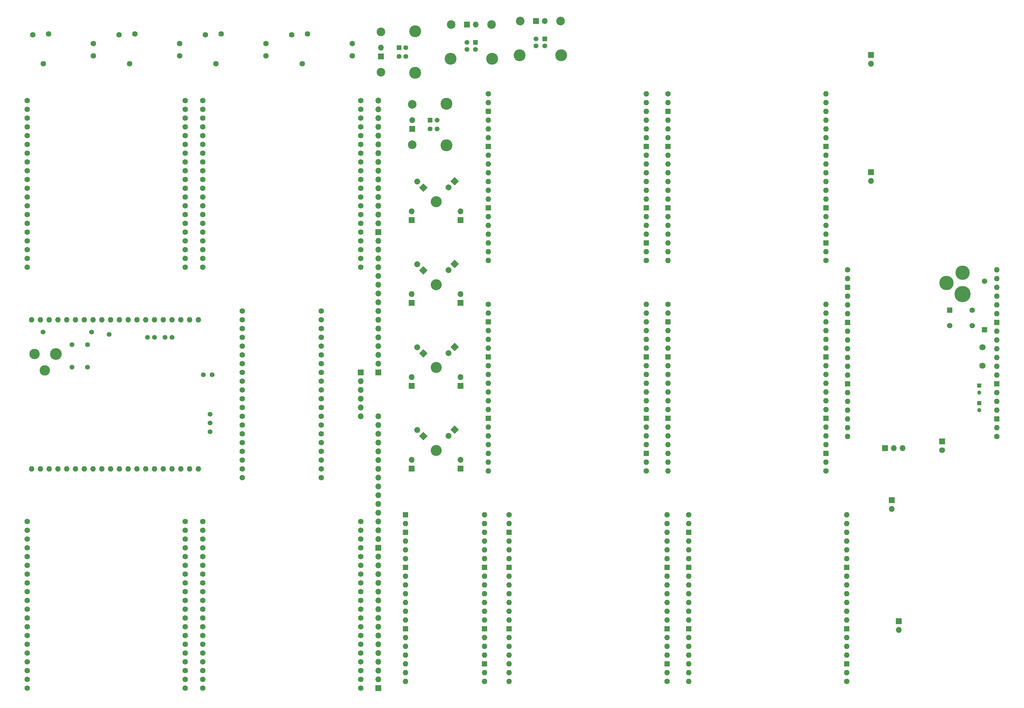
<source format=gbs>
%MOIN*%
%OFA0B0*%
%FSLAX46Y46*%
%IPPOS*%
%LPD*%
%AMHorizOval*
20,1,$1,$2,$3,$4,$5,0*
1,1,$1,$2,$3*
1,1,$1,$2,$3*%
%AMRotRect*
21,1,$1,$2,0,0,$3*%
%AMCOMP5*
4,1,3,
0.0000000000000000087419135797256419,0.047326044410123266,
-0.047326044410123266,0.0000000000000000087419135797256419,
-0.0000000000000000087419135797256419,-0.047326044410123266,
0.047326044410123266,-0.0000000000000000087419135797256419,
0*%
%AMCOMP6*
4,1,2,
0,0,
0,0,
0,0,
0*
4,1,19,
0,0.033464566929133861,
0.010341119890500209,0.031826694442948049,
0.0196699789152993,0.027073403355067138,
0.027073403355067138,0.0196699789152993,
0.031826694442948049,0.010341119890500209,
0.033464566929133861,0.0000000000000000020490460644665759,
0.031826694442948056,-0.010341119890500208,
0.027073403355067138,-0.019669978915299296,
0.019669978915299303,-0.027073403355067135,
0.010341119890500211,-0.031826694442948049,
0.0000000000000000040980921289331518,-0.033464566929133861,
-0.01034111989050022,-0.031826694442948049,
-0.019669978915299296,-0.027073403355067142,
-0.027073403355067135,-0.019669978915299303,
-0.031826694442948049,-0.010341119890500213,
-0.033464566929133861,-0.0000000000000000061471381933997289,
-0.031826694442948056,0.010341119890500202,
-0.027073403355067142,0.019669978915299289,
-0.019669978915299306,0.027073403355067135,
-0.010341119890500216,0.031826694442948049,
0*
4,1,19,
0,0.033464566929133861,
0.010341119890500209,0.031826694442948049,
0.0196699789152993,0.027073403355067138,
0.027073403355067138,0.0196699789152993,
0.031826694442948049,0.010341119890500209,
0.033464566929133861,0.0000000000000000020490460644665759,
0.031826694442948056,-0.010341119890500208,
0.027073403355067138,-0.019669978915299296,
0.019669978915299303,-0.027073403355067135,
0.010341119890500211,-0.031826694442948049,
0.0000000000000000040980921289331518,-0.033464566929133861,
-0.01034111989050022,-0.031826694442948049,
-0.019669978915299296,-0.027073403355067142,
-0.027073403355067135,-0.019669978915299303,
-0.031826694442948049,-0.010341119890500213,
-0.033464566929133861,-0.0000000000000000061471381933997289,
-0.031826694442948056,0.010341119890500202,
-0.027073403355067142,0.019669978915299289,
-0.019669978915299306,0.027073403355067135,
-0.010341119890500216,0.031826694442948049,
0*%
%AMCOMP7*
4,1,3,
-0.047326044410123259,0.000000000000000013112870369588464,
-0.000000000000000013112870369588464,-0.047326044410123259,
0.047326044410123259,-0.000000000000000013112870369588464,
0.000000000000000013112870369588464,0.047326044410123259,
0*%
%AMCOMP8*
4,1,2,
0,0,
0,0,
0,0,
0*
4,1,19,
0,0.033464566929133861,
0.010341119890500209,0.031826694442948049,
0.0196699789152993,0.027073403355067138,
0.027073403355067138,0.0196699789152993,
0.031826694442948049,0.010341119890500209,
0.033464566929133861,0.0000000000000000020490460644665759,
0.031826694442948056,-0.010341119890500208,
0.027073403355067138,-0.019669978915299296,
0.019669978915299303,-0.027073403355067135,
0.010341119890500211,-0.031826694442948049,
0.0000000000000000040980921289331518,-0.033464566929133861,
-0.01034111989050022,-0.031826694442948049,
-0.019669978915299296,-0.027073403355067142,
-0.027073403355067135,-0.019669978915299303,
-0.031826694442948049,-0.010341119890500213,
-0.033464566929133861,-0.0000000000000000061471381933997289,
-0.031826694442948056,0.010341119890500202,
-0.027073403355067142,0.019669978915299289,
-0.019669978915299306,0.027073403355067135,
-0.010341119890500216,0.031826694442948049,
0*
4,1,19,
0,0.033464566929133861,
0.010341119890500209,0.031826694442948049,
0.0196699789152993,0.027073403355067138,
0.027073403355067138,0.0196699789152993,
0.031826694442948049,0.010341119890500209,
0.033464566929133861,0.0000000000000000020490460644665759,
0.031826694442948056,-0.010341119890500208,
0.027073403355067138,-0.019669978915299296,
0.019669978915299303,-0.027073403355067135,
0.010341119890500211,-0.031826694442948049,
0.0000000000000000040980921289331518,-0.033464566929133861,
-0.01034111989050022,-0.031826694442948049,
-0.019669978915299296,-0.027073403355067142,
-0.027073403355067135,-0.019669978915299303,
-0.031826694442948049,-0.010341119890500213,
-0.033464566929133861,-0.0000000000000000061471381933997289,
-0.031826694442948056,0.010341119890500202,
-0.027073403355067142,0.019669978915299289,
-0.019669978915299306,0.027073403355067135,
-0.010341119890500216,0.031826694442948049,
0*%
%AMRoundRect0*
4,1,4,
0.07874015748031496,0.11811023622047245,
0.15748031496062992,0.19685039370078741,
0.23622047244094491,0.27559055118110237,
0.31496062992125984,0.35433070866141736,
0.07874015748031496,0.11811023622047245,
0*
1,1,$1,$2,$3*
1,1,$1,$2,$3*
1,1,$1,$2,$3*
1,1,$1,$2,$3*
20,1,$1,$2,$3,$4,$5,0*
20,1,$1,$2,$3,$4,$5,0*
20,1,$1,$2,$3,$4,$5,0*
20,1,$1,$2,$3,$4,$5,0*%
%AMCOMP230*
4,1,3,
0.015748031496062995,0.015748031496062995,
-0.015748031496062995,0.015748031496062995,
-0.015748031496062995,-0.015748031496062995,
0.015748031496062995,-0.015748031496062995,
0*
4,1,19,
0.015748031496062995,0.031496062992125991,
0.020614440856298388,0.030725299469215022,
0.025004492162086195,0.028488456604329887,
0.028488456604329887,0.025004492162086195,
0.030725299469215022,0.020614440856298388,
0.031496062992125991,0.015748031496062995,
0.030725299469215022,0.010881622135827601,
0.028488456604329887,0.006491570830039795,
0.0250044921620862,0.0030076063877961046,
0.020614440856298388,0.00077076352291096848,
0.015748031496062995,0,
0.010881622135827598,0.00077076352291096848,
0.006491570830039795,0.0030076063877961024,
0.0030076063877961046,0.0064915708300397924,
0.00077076352291096848,0.0108816221358276,
0,0.015748031496062992,
0.00077076352291096631,0.020614440856298388,
0.0030076063877961024,0.025004492162086188,
0.00649157083003979,0.02848845660432988,
0.010881622135827598,0.030725299469215022,
0*
4,1,19,
-0.015748031496062995,0.031496062992125991,
-0.010881622135827601,0.030725299469215022,
-0.0064915708300397942,0.028488456604329887,
-0.0030076063877961024,0.025004492162086195,
-0.00077076352291096848,0.020614440856298388,
0,0.015748031496062995,
-0.00077076352291096631,0.010881622135827601,
-0.0030076063877961024,0.006491570830039795,
-0.0064915708300397924,0.0030076063877961046,
-0.0108816221358276,0.00077076352291096848,
-0.015748031496062992,0,
-0.020614440856298391,0.00077076352291096848,
-0.025004492162086195,0.0030076063877961024,
-0.02848845660432988,0.0064915708300397924,
-0.030725299469215022,0.0108816221358276,
-0.031496062992125991,0.015748031496062992,
-0.030725299469215022,0.020614440856298388,
-0.028488456604329887,0.025004492162086188,
-0.0250044921620862,0.02848845660432988,
-0.020614440856298391,0.030725299469215022,
0*
4,1,19,
-0.015748031496062995,0,
-0.010881622135827601,-0.00077076352291096848,
-0.0064915708300397942,-0.0030076063877961024,
-0.0030076063877961024,-0.0064915708300397942,
-0.00077076352291096848,-0.010881622135827601,
0,-0.015748031496062995,
-0.00077076352291096631,-0.020614440856298388,
-0.0030076063877961024,-0.025004492162086195,
-0.0064915708300397924,-0.02848845660432988,
-0.0108816221358276,-0.030725299469215022,
-0.015748031496062992,-0.031496062992125991,
-0.020614440856298391,-0.030725299469215022,
-0.025004492162086195,-0.028488456604329887,
-0.02848845660432988,-0.0250044921620862,
-0.030725299469215022,-0.020614440856298391,
-0.031496062992125991,-0.015748031496062995,
-0.030725299469215022,-0.010881622135827603,
-0.028488456604329887,-0.0064915708300397976,
-0.0250044921620862,-0.0030076063877961046,
-0.020614440856298391,-0.00077076352291096848,
0*
4,1,19,
0.015748031496062995,0,
0.020614440856298388,-0.00077076352291096848,
0.025004492162086195,-0.0030076063877961024,
0.028488456604329887,-0.0064915708300397942,
0.030725299469215022,-0.010881622135827601,
0.031496062992125991,-0.015748031496062995,
0.030725299469215022,-0.020614440856298388,
0.028488456604329887,-0.025004492162086195,
0.0250044921620862,-0.02848845660432988,
0.020614440856298388,-0.030725299469215022,
0.015748031496062995,-0.031496062992125991,
0.010881622135827598,-0.030725299469215022,
0.006491570830039795,-0.028488456604329887,
0.0030076063877961046,-0.0250044921620862,
0.00077076352291096848,-0.020614440856298391,
0,-0.015748031496062995,
0.00077076352291096631,-0.010881622135827603,
0.0030076063877961024,-0.0064915708300397976,
0.00649157083003979,-0.0030076063877961046,
0.010881622135827598,-0.00077076352291096848,
0*
4,1,3,
0.015748031496062995,0.031496062992125991,
0.015748031496062995,0,
-0.015748031496062995,0,
-0.015748031496062995,0.031496062992125991,
0*
4,1,3,
-0.031496062992125991,0.015748031496062995,
0,0.015748031496062995,
0,-0.015748031496062995,
-0.031496062992125991,-0.015748031496062995,
0*
4,1,3,
-0.015748031496062995,-0.031496062992125991,
-0.015748031496062995,0,
0.015748031496062995,0,
0.015748031496062995,-0.031496062992125991,
0*
4,1,3,
0.031496062992125991,-0.015748031496062995,
0,-0.015748031496062995,
0,0.015748031496062995,
0.031496062992125991,0.015748031496062995,
0*%
%AMCOMP240*
4,1,3,
-0.015748031496062995,-0.015748031496062995,
0.015748031496062995,-0.015748031496062995,
0.015748031496062995,0.015748031496062995,
-0.015748031496062995,0.015748031496062995,
0*
4,1,19,
-0.015748031496062995,0,
-0.010881622135827601,-0.00077076352291096848,
-0.0064915708300397942,-0.0030076063877961024,
-0.0030076063877961024,-0.0064915708300397942,
-0.00077076352291096848,-0.010881622135827601,
0,-0.015748031496062995,
-0.00077076352291096631,-0.020614440856298388,
-0.0030076063877961024,-0.025004492162086195,
-0.0064915708300397924,-0.02848845660432988,
-0.0108816221358276,-0.030725299469215022,
-0.015748031496062992,-0.031496062992125991,
-0.020614440856298391,-0.030725299469215022,
-0.025004492162086195,-0.028488456604329887,
-0.02848845660432988,-0.0250044921620862,
-0.030725299469215022,-0.020614440856298391,
-0.031496062992125991,-0.015748031496062995,
-0.030725299469215022,-0.010881622135827603,
-0.028488456604329887,-0.0064915708300397976,
-0.0250044921620862,-0.0030076063877961046,
-0.020614440856298391,-0.00077076352291096848,
0*
4,1,19,
0.015748031496062995,0,
0.020614440856298388,-0.00077076352291096848,
0.025004492162086195,-0.0030076063877961024,
0.028488456604329887,-0.0064915708300397942,
0.030725299469215022,-0.010881622135827601,
0.031496062992125991,-0.015748031496062995,
0.030725299469215022,-0.020614440856298388,
0.028488456604329887,-0.025004492162086195,
0.0250044921620862,-0.02848845660432988,
0.020614440856298388,-0.030725299469215022,
0.015748031496062995,-0.031496062992125991,
0.010881622135827598,-0.030725299469215022,
0.006491570830039795,-0.028488456604329887,
0.0030076063877961046,-0.0250044921620862,
0.00077076352291096848,-0.020614440856298391,
0,-0.015748031496062995,
0.00077076352291096631,-0.010881622135827603,
0.0030076063877961024,-0.0064915708300397976,
0.00649157083003979,-0.0030076063877961046,
0.010881622135827598,-0.00077076352291096848,
0*
4,1,19,
0.015748031496062995,0.031496062992125991,
0.020614440856298388,0.030725299469215022,
0.025004492162086195,0.028488456604329887,
0.028488456604329887,0.025004492162086195,
0.030725299469215022,0.020614440856298388,
0.031496062992125991,0.015748031496062995,
0.030725299469215022,0.010881622135827601,
0.028488456604329887,0.006491570830039795,
0.0250044921620862,0.0030076063877961046,
0.020614440856298388,0.00077076352291096848,
0.015748031496062995,0,
0.010881622135827598,0.00077076352291096848,
0.006491570830039795,0.0030076063877961024,
0.0030076063877961046,0.0064915708300397924,
0.00077076352291096848,0.0108816221358276,
0,0.015748031496062992,
0.00077076352291096631,0.020614440856298388,
0.0030076063877961024,0.025004492162086188,
0.00649157083003979,0.02848845660432988,
0.010881622135827598,0.030725299469215022,
0*
4,1,19,
-0.015748031496062995,0.031496062992125991,
-0.010881622135827601,0.030725299469215022,
-0.0064915708300397942,0.028488456604329887,
-0.0030076063877961024,0.025004492162086195,
-0.00077076352291096848,0.020614440856298388,
0,0.015748031496062995,
-0.00077076352291096631,0.010881622135827601,
-0.0030076063877961024,0.006491570830039795,
-0.0064915708300397924,0.0030076063877961046,
-0.0108816221358276,0.00077076352291096848,
-0.015748031496062992,0,
-0.020614440856298391,0.00077076352291096848,
-0.025004492162086195,0.0030076063877961024,
-0.02848845660432988,0.0064915708300397924,
-0.030725299469215022,0.0108816221358276,
-0.031496062992125991,0.015748031496062992,
-0.030725299469215022,0.020614440856298388,
-0.028488456604329887,0.025004492162086188,
-0.0250044921620862,0.02848845660432988,
-0.020614440856298391,0.030725299469215022,
0*
4,1,3,
-0.015748031496062995,-0.031496062992125991,
-0.015748031496062995,0,
0.015748031496062995,0,
0.015748031496062995,-0.031496062992125991,
0*
4,1,3,
0.031496062992125991,-0.015748031496062995,
0,-0.015748031496062995,
0,0.015748031496062995,
0.031496062992125991,0.015748031496062995,
0*
4,1,3,
0.015748031496062995,0.031496062992125991,
0.015748031496062995,0,
-0.015748031496062995,0,
-0.015748031496062995,0.031496062992125991,
0*
4,1,3,
-0.031496062992125991,0.015748031496062995,
0,0.015748031496062995,
0,-0.015748031496062995,
-0.031496062992125991,-0.015748031496062995,
0*%
%AMRoundRect1*
4,1,4,
0.07874015748031496,0.11811023622047245,
0.15748031496062992,0.19685039370078741,
0.23622047244094491,0.27559055118110237,
0.31496062992125984,0.35433070866141736,
0.07874015748031496,0.11811023622047245,
0*
1,1,$1,$2,$3*
1,1,$1,$2,$3*
1,1,$1,$2,$3*
1,1,$1,$2,$3*
20,1,$1,$2,$3,$4,$5,0*
20,1,$1,$2,$3,$4,$5,0*
20,1,$1,$2,$3,$4,$5,0*
20,1,$1,$2,$3,$4,$5,0*%
%AMCOMP420*
4,1,3,
-0.015748031496062995,-0.015748031496062995,
0.015748031496062995,-0.015748031496062995,
0.015748031496062995,0.015748031496062995,
-0.015748031496062995,0.015748031496062995,
0*
4,1,19,
-0.015748031496062995,0,
-0.010881622135827601,-0.00077076352291096848,
-0.0064915708300397942,-0.0030076063877961024,
-0.0030076063877961024,-0.0064915708300397942,
-0.00077076352291096848,-0.010881622135827601,
0,-0.015748031496062995,
-0.00077076352291096631,-0.020614440856298388,
-0.0030076063877961024,-0.025004492162086195,
-0.0064915708300397924,-0.02848845660432988,
-0.0108816221358276,-0.030725299469215022,
-0.015748031496062992,-0.031496062992125991,
-0.020614440856298391,-0.030725299469215022,
-0.025004492162086195,-0.028488456604329887,
-0.02848845660432988,-0.0250044921620862,
-0.030725299469215022,-0.020614440856298391,
-0.031496062992125991,-0.015748031496062995,
-0.030725299469215022,-0.010881622135827603,
-0.028488456604329887,-0.0064915708300397976,
-0.0250044921620862,-0.0030076063877961046,
-0.020614440856298391,-0.00077076352291096848,
0*
4,1,19,
0.015748031496062995,0,
0.020614440856298388,-0.00077076352291096848,
0.025004492162086195,-0.0030076063877961024,
0.028488456604329887,-0.0064915708300397942,
0.030725299469215022,-0.010881622135827601,
0.031496062992125991,-0.015748031496062995,
0.030725299469215022,-0.020614440856298388,
0.028488456604329887,-0.025004492162086195,
0.0250044921620862,-0.02848845660432988,
0.020614440856298388,-0.030725299469215022,
0.015748031496062995,-0.031496062992125991,
0.010881622135827598,-0.030725299469215022,
0.006491570830039795,-0.028488456604329887,
0.0030076063877961046,-0.0250044921620862,
0.00077076352291096848,-0.020614440856298391,
0,-0.015748031496062995,
0.00077076352291096631,-0.010881622135827603,
0.0030076063877961024,-0.0064915708300397976,
0.00649157083003979,-0.0030076063877961046,
0.010881622135827598,-0.00077076352291096848,
0*
4,1,19,
0.015748031496062995,0.031496062992125991,
0.020614440856298388,0.030725299469215022,
0.025004492162086195,0.028488456604329887,
0.028488456604329887,0.025004492162086195,
0.030725299469215022,0.020614440856298388,
0.031496062992125991,0.015748031496062995,
0.030725299469215022,0.010881622135827601,
0.028488456604329887,0.006491570830039795,
0.0250044921620862,0.0030076063877961046,
0.020614440856298388,0.00077076352291096848,
0.015748031496062995,0,
0.010881622135827598,0.00077076352291096848,
0.006491570830039795,0.0030076063877961024,
0.0030076063877961046,0.0064915708300397924,
0.00077076352291096848,0.0108816221358276,
0,0.015748031496062992,
0.00077076352291096631,0.020614440856298388,
0.0030076063877961024,0.025004492162086188,
0.00649157083003979,0.02848845660432988,
0.010881622135827598,0.030725299469215022,
0*
4,1,19,
-0.015748031496062995,0.031496062992125991,
-0.010881622135827601,0.030725299469215022,
-0.0064915708300397942,0.028488456604329887,
-0.0030076063877961024,0.025004492162086195,
-0.00077076352291096848,0.020614440856298388,
0,0.015748031496062995,
-0.00077076352291096631,0.010881622135827601,
-0.0030076063877961024,0.006491570830039795,
-0.0064915708300397924,0.0030076063877961046,
-0.0108816221358276,0.00077076352291096848,
-0.015748031496062992,0,
-0.020614440856298391,0.00077076352291096848,
-0.025004492162086195,0.0030076063877961024,
-0.02848845660432988,0.0064915708300397924,
-0.030725299469215022,0.0108816221358276,
-0.031496062992125991,0.015748031496062992,
-0.030725299469215022,0.020614440856298388,
-0.028488456604329887,0.025004492162086188,
-0.0250044921620862,0.02848845660432988,
-0.020614440856298391,0.030725299469215022,
0*
4,1,3,
-0.015748031496062995,-0.031496062992125991,
-0.015748031496062995,0,
0.015748031496062995,0,
0.015748031496062995,-0.031496062992125991,
0*
4,1,3,
0.031496062992125991,-0.015748031496062995,
0,-0.015748031496062995,
0,0.015748031496062995,
0.031496062992125991,0.015748031496062995,
0*
4,1,3,
0.015748031496062995,0.031496062992125991,
0.015748031496062995,0,
-0.015748031496062995,0,
-0.015748031496062995,0.031496062992125991,
0*
4,1,3,
-0.031496062992125991,0.015748031496062995,
0,0.015748031496062995,
0,-0.015748031496062995,
-0.031496062992125991,-0.015748031496062995,
0*%
%AMRoundRect0*
4,1,4,
0.07874015748031496,0.11811023622047245,
0.15748031496062992,0.19685039370078741,
0.23622047244094491,0.27559055118110237,
0.31496062992125984,0.35433070866141736,
0.07874015748031496,0.11811023622047245,
0*
1,1,$1,$2,$3*
1,1,$1,$2,$3*
1,1,$1,$2,$3*
1,1,$1,$2,$3*
20,1,$1,$2,$3,$4,$5,0*
20,1,$1,$2,$3,$4,$5,0*
20,1,$1,$2,$3,$4,$5,0*
20,1,$1,$2,$3,$4,$5,0*%
%AMCOMP510*
4,1,3,
0.015748031496062995,0.015748031496062995,
-0.015748031496062995,0.015748031496062995,
-0.015748031496062995,-0.015748031496062995,
0.015748031496062995,-0.015748031496062995,
0*
4,1,19,
0.015748031496062995,0.031496062992125991,
0.020614440856298388,0.030725299469215022,
0.025004492162086195,0.028488456604329887,
0.028488456604329887,0.025004492162086195,
0.030725299469215022,0.020614440856298388,
0.031496062992125991,0.015748031496062995,
0.030725299469215022,0.010881622135827601,
0.028488456604329887,0.006491570830039795,
0.0250044921620862,0.0030076063877961046,
0.020614440856298388,0.00077076352291096848,
0.015748031496062995,0,
0.010881622135827598,0.00077076352291096848,
0.006491570830039795,0.0030076063877961024,
0.0030076063877961046,0.0064915708300397924,
0.00077076352291096848,0.0108816221358276,
0,0.015748031496062992,
0.00077076352291096631,0.020614440856298388,
0.0030076063877961024,0.025004492162086188,
0.00649157083003979,0.02848845660432988,
0.010881622135827598,0.030725299469215022,
0*
4,1,19,
-0.015748031496062995,0.031496062992125991,
-0.010881622135827601,0.030725299469215022,
-0.0064915708300397942,0.028488456604329887,
-0.0030076063877961024,0.025004492162086195,
-0.00077076352291096848,0.020614440856298388,
0,0.015748031496062995,
-0.00077076352291096631,0.010881622135827601,
-0.0030076063877961024,0.006491570830039795,
-0.0064915708300397924,0.0030076063877961046,
-0.0108816221358276,0.00077076352291096848,
-0.015748031496062992,0,
-0.020614440856298391,0.00077076352291096848,
-0.025004492162086195,0.0030076063877961024,
-0.02848845660432988,0.0064915708300397924,
-0.030725299469215022,0.0108816221358276,
-0.031496062992125991,0.015748031496062992,
-0.030725299469215022,0.020614440856298388,
-0.028488456604329887,0.025004492162086188,
-0.0250044921620862,0.02848845660432988,
-0.020614440856298391,0.030725299469215022,
0*
4,1,19,
-0.015748031496062995,0,
-0.010881622135827601,-0.00077076352291096848,
-0.0064915708300397942,-0.0030076063877961024,
-0.0030076063877961024,-0.0064915708300397942,
-0.00077076352291096848,-0.010881622135827601,
0,-0.015748031496062995,
-0.00077076352291096631,-0.020614440856298388,
-0.0030076063877961024,-0.025004492162086195,
-0.0064915708300397924,-0.02848845660432988,
-0.0108816221358276,-0.030725299469215022,
-0.015748031496062992,-0.031496062992125991,
-0.020614440856298391,-0.030725299469215022,
-0.025004492162086195,-0.028488456604329887,
-0.02848845660432988,-0.0250044921620862,
-0.030725299469215022,-0.020614440856298391,
-0.031496062992125991,-0.015748031496062995,
-0.030725299469215022,-0.010881622135827603,
-0.028488456604329887,-0.0064915708300397976,
-0.0250044921620862,-0.0030076063877961046,
-0.020614440856298391,-0.00077076352291096848,
0*
4,1,19,
0.015748031496062995,0,
0.020614440856298388,-0.00077076352291096848,
0.025004492162086195,-0.0030076063877961024,
0.028488456604329887,-0.0064915708300397942,
0.030725299469215022,-0.010881622135827601,
0.031496062992125991,-0.015748031496062995,
0.030725299469215022,-0.020614440856298388,
0.028488456604329887,-0.025004492162086195,
0.0250044921620862,-0.02848845660432988,
0.020614440856298388,-0.030725299469215022,
0.015748031496062995,-0.031496062992125991,
0.010881622135827598,-0.030725299469215022,
0.006491570830039795,-0.028488456604329887,
0.0030076063877961046,-0.0250044921620862,
0.00077076352291096848,-0.020614440856298391,
0,-0.015748031496062995,
0.00077076352291096631,-0.010881622135827603,
0.0030076063877961024,-0.0064915708300397976,
0.00649157083003979,-0.0030076063877961046,
0.010881622135827598,-0.00077076352291096848,
0*
4,1,3,
0.015748031496062995,0.031496062992125991,
0.015748031496062995,0,
-0.015748031496062995,0,
-0.015748031496062995,0.031496062992125991,
0*
4,1,3,
-0.031496062992125991,0.015748031496062995,
0,0.015748031496062995,
0,-0.015748031496062995,
-0.031496062992125991,-0.015748031496062995,
0*
4,1,3,
-0.015748031496062995,-0.031496062992125991,
-0.015748031496062995,0,
0.015748031496062995,0,
0.015748031496062995,-0.031496062992125991,
0*
4,1,3,
0.031496062992125991,-0.015748031496062995,
0,-0.015748031496062995,
0,0.015748031496062995,
0.031496062992125991,0.015748031496062995,
0*%
%AMCOMP520*
4,1,3,
-0.015748031496062995,-0.015748031496062995,
0.015748031496062995,-0.015748031496062995,
0.015748031496062995,0.015748031496062995,
-0.015748031496062995,0.015748031496062995,
0*
4,1,19,
-0.015748031496062995,0,
-0.010881622135827601,-0.00077076352291096848,
-0.0064915708300397942,-0.0030076063877961024,
-0.0030076063877961024,-0.0064915708300397942,
-0.00077076352291096848,-0.010881622135827601,
0,-0.015748031496062995,
-0.00077076352291096631,-0.020614440856298388,
-0.0030076063877961024,-0.025004492162086195,
-0.0064915708300397924,-0.02848845660432988,
-0.0108816221358276,-0.030725299469215022,
-0.015748031496062992,-0.031496062992125991,
-0.020614440856298391,-0.030725299469215022,
-0.025004492162086195,-0.028488456604329887,
-0.02848845660432988,-0.0250044921620862,
-0.030725299469215022,-0.020614440856298391,
-0.031496062992125991,-0.015748031496062995,
-0.030725299469215022,-0.010881622135827603,
-0.028488456604329887,-0.0064915708300397976,
-0.0250044921620862,-0.0030076063877961046,
-0.020614440856298391,-0.00077076352291096848,
0*
4,1,19,
0.015748031496062995,0,
0.020614440856298388,-0.00077076352291096848,
0.025004492162086195,-0.0030076063877961024,
0.028488456604329887,-0.0064915708300397942,
0.030725299469215022,-0.010881622135827601,
0.031496062992125991,-0.015748031496062995,
0.030725299469215022,-0.020614440856298388,
0.028488456604329887,-0.025004492162086195,
0.0250044921620862,-0.02848845660432988,
0.020614440856298388,-0.030725299469215022,
0.015748031496062995,-0.031496062992125991,
0.010881622135827598,-0.030725299469215022,
0.006491570830039795,-0.028488456604329887,
0.0030076063877961046,-0.0250044921620862,
0.00077076352291096848,-0.020614440856298391,
0,-0.015748031496062995,
0.00077076352291096631,-0.010881622135827603,
0.0030076063877961024,-0.0064915708300397976,
0.00649157083003979,-0.0030076063877961046,
0.010881622135827598,-0.00077076352291096848,
0*
4,1,19,
0.015748031496062995,0.031496062992125991,
0.020614440856298388,0.030725299469215022,
0.025004492162086195,0.028488456604329887,
0.028488456604329887,0.025004492162086195,
0.030725299469215022,0.020614440856298388,
0.031496062992125991,0.015748031496062995,
0.030725299469215022,0.010881622135827601,
0.028488456604329887,0.006491570830039795,
0.0250044921620862,0.0030076063877961046,
0.020614440856298388,0.00077076352291096848,
0.015748031496062995,0,
0.010881622135827598,0.00077076352291096848,
0.006491570830039795,0.0030076063877961024,
0.0030076063877961046,0.0064915708300397924,
0.00077076352291096848,0.0108816221358276,
0,0.015748031496062992,
0.00077076352291096631,0.020614440856298388,
0.0030076063877961024,0.025004492162086188,
0.00649157083003979,0.02848845660432988,
0.010881622135827598,0.030725299469215022,
0*
4,1,19,
-0.015748031496062995,0.031496062992125991,
-0.010881622135827601,0.030725299469215022,
-0.0064915708300397942,0.028488456604329887,
-0.0030076063877961024,0.025004492162086195,
-0.00077076352291096848,0.020614440856298388,
0,0.015748031496062995,
-0.00077076352291096631,0.010881622135827601,
-0.0030076063877961024,0.006491570830039795,
-0.0064915708300397924,0.0030076063877961046,
-0.0108816221358276,0.00077076352291096848,
-0.015748031496062992,0,
-0.020614440856298391,0.00077076352291096848,
-0.025004492162086195,0.0030076063877961024,
-0.02848845660432988,0.0064915708300397924,
-0.030725299469215022,0.0108816221358276,
-0.031496062992125991,0.015748031496062992,
-0.030725299469215022,0.020614440856298388,
-0.028488456604329887,0.025004492162086188,
-0.0250044921620862,0.02848845660432988,
-0.020614440856298391,0.030725299469215022,
0*
4,1,3,
-0.015748031496062995,-0.031496062992125991,
-0.015748031496062995,0,
0.015748031496062995,0,
0.015748031496062995,-0.031496062992125991,
0*
4,1,3,
0.031496062992125991,-0.015748031496062995,
0,-0.015748031496062995,
0,0.015748031496062995,
0.031496062992125991,0.015748031496062995,
0*
4,1,3,
0.015748031496062995,0.031496062992125991,
0.015748031496062995,0,
-0.015748031496062995,0,
-0.015748031496062995,0.031496062992125991,
0*
4,1,3,
-0.031496062992125991,0.015748031496062995,
0,0.015748031496062995,
0,-0.015748031496062995,
-0.031496062992125991,-0.015748031496062995,
0*%
%AMRoundRect1*
4,1,4,
0.07874015748031496,0.11811023622047245,
0.15748031496062992,0.19685039370078741,
0.23622047244094491,0.27559055118110237,
0.31496062992125984,0.35433070866141736,
0.07874015748031496,0.11811023622047245,
0*
1,1,$1,$2,$3*
1,1,$1,$2,$3*
1,1,$1,$2,$3*
1,1,$1,$2,$3*
20,1,$1,$2,$3,$4,$5,0*
20,1,$1,$2,$3,$4,$5,0*
20,1,$1,$2,$3,$4,$5,0*
20,1,$1,$2,$3,$4,$5,0*%
%AMCOMP710*
4,1,3,
0.015748031496062995,0.015748031496062995,
-0.015748031496062995,0.015748031496062995,
-0.015748031496062995,-0.015748031496062995,
0.015748031496062995,-0.015748031496062995,
0*
4,1,19,
0.015748031496062995,0.031496062992125991,
0.020614440856298388,0.030725299469215022,
0.025004492162086195,0.028488456604329887,
0.028488456604329887,0.025004492162086195,
0.030725299469215022,0.020614440856298388,
0.031496062992125991,0.015748031496062995,
0.030725299469215022,0.010881622135827601,
0.028488456604329887,0.006491570830039795,
0.0250044921620862,0.0030076063877961046,
0.020614440856298388,0.00077076352291096848,
0.015748031496062995,0,
0.010881622135827598,0.00077076352291096848,
0.006491570830039795,0.0030076063877961024,
0.0030076063877961046,0.0064915708300397924,
0.00077076352291096848,0.0108816221358276,
0,0.015748031496062992,
0.00077076352291096631,0.020614440856298388,
0.0030076063877961024,0.025004492162086188,
0.00649157083003979,0.02848845660432988,
0.010881622135827598,0.030725299469215022,
0*
4,1,19,
-0.015748031496062995,0.031496062992125991,
-0.010881622135827601,0.030725299469215022,
-0.0064915708300397942,0.028488456604329887,
-0.0030076063877961024,0.025004492162086195,
-0.00077076352291096848,0.020614440856298388,
0,0.015748031496062995,
-0.00077076352291096631,0.010881622135827601,
-0.0030076063877961024,0.006491570830039795,
-0.0064915708300397924,0.0030076063877961046,
-0.0108816221358276,0.00077076352291096848,
-0.015748031496062992,0,
-0.020614440856298391,0.00077076352291096848,
-0.025004492162086195,0.0030076063877961024,
-0.02848845660432988,0.0064915708300397924,
-0.030725299469215022,0.0108816221358276,
-0.031496062992125991,0.015748031496062992,
-0.030725299469215022,0.020614440856298388,
-0.028488456604329887,0.025004492162086188,
-0.0250044921620862,0.02848845660432988,
-0.020614440856298391,0.030725299469215022,
0*
4,1,19,
-0.015748031496062995,0,
-0.010881622135827601,-0.00077076352291096848,
-0.0064915708300397942,-0.0030076063877961024,
-0.0030076063877961024,-0.0064915708300397942,
-0.00077076352291096848,-0.010881622135827601,
0,-0.015748031496062995,
-0.00077076352291096631,-0.020614440856298388,
-0.0030076063877961024,-0.025004492162086195,
-0.0064915708300397924,-0.02848845660432988,
-0.0108816221358276,-0.030725299469215022,
-0.015748031496062992,-0.031496062992125991,
-0.020614440856298391,-0.030725299469215022,
-0.025004492162086195,-0.028488456604329887,
-0.02848845660432988,-0.0250044921620862,
-0.030725299469215022,-0.020614440856298391,
-0.031496062992125991,-0.015748031496062995,
-0.030725299469215022,-0.010881622135827603,
-0.028488456604329887,-0.0064915708300397976,
-0.0250044921620862,-0.0030076063877961046,
-0.020614440856298391,-0.00077076352291096848,
0*
4,1,19,
0.015748031496062995,0,
0.020614440856298388,-0.00077076352291096848,
0.025004492162086195,-0.0030076063877961024,
0.028488456604329887,-0.0064915708300397942,
0.030725299469215022,-0.010881622135827601,
0.031496062992125991,-0.015748031496062995,
0.030725299469215022,-0.020614440856298388,
0.028488456604329887,-0.025004492162086195,
0.0250044921620862,-0.02848845660432988,
0.020614440856298388,-0.030725299469215022,
0.015748031496062995,-0.031496062992125991,
0.010881622135827598,-0.030725299469215022,
0.006491570830039795,-0.028488456604329887,
0.0030076063877961046,-0.0250044921620862,
0.00077076352291096848,-0.020614440856298391,
0,-0.015748031496062995,
0.00077076352291096631,-0.010881622135827603,
0.0030076063877961024,-0.0064915708300397976,
0.00649157083003979,-0.0030076063877961046,
0.010881622135827598,-0.00077076352291096848,
0*
4,1,3,
0.015748031496062995,0.031496062992125991,
0.015748031496062995,0,
-0.015748031496062995,0,
-0.015748031496062995,0.031496062992125991,
0*
4,1,3,
-0.031496062992125991,0.015748031496062995,
0,0.015748031496062995,
0,-0.015748031496062995,
-0.031496062992125991,-0.015748031496062995,
0*
4,1,3,
-0.015748031496062995,-0.031496062992125991,
-0.015748031496062995,0,
0.015748031496062995,0,
0.015748031496062995,-0.031496062992125991,
0*
4,1,3,
0.031496062992125991,-0.015748031496062995,
0,-0.015748031496062995,
0,0.015748031496062995,
0.031496062992125991,0.015748031496062995,
0*%
%AMCOMP720*
4,1,3,
-0.015748031496062995,-0.015748031496062995,
0.015748031496062995,-0.015748031496062995,
0.015748031496062995,0.015748031496062995,
-0.015748031496062995,0.015748031496062995,
0*
4,1,19,
-0.015748031496062995,0,
-0.010881622135827601,-0.00077076352291096848,
-0.0064915708300397942,-0.0030076063877961024,
-0.0030076063877961024,-0.0064915708300397942,
-0.00077076352291096848,-0.010881622135827601,
0,-0.015748031496062995,
-0.00077076352291096631,-0.020614440856298388,
-0.0030076063877961024,-0.025004492162086195,
-0.0064915708300397924,-0.02848845660432988,
-0.0108816221358276,-0.030725299469215022,
-0.015748031496062992,-0.031496062992125991,
-0.020614440856298391,-0.030725299469215022,
-0.025004492162086195,-0.028488456604329887,
-0.02848845660432988,-0.0250044921620862,
-0.030725299469215022,-0.020614440856298391,
-0.031496062992125991,-0.015748031496062995,
-0.030725299469215022,-0.010881622135827603,
-0.028488456604329887,-0.0064915708300397976,
-0.0250044921620862,-0.0030076063877961046,
-0.020614440856298391,-0.00077076352291096848,
0*
4,1,19,
0.015748031496062995,0,
0.020614440856298388,-0.00077076352291096848,
0.025004492162086195,-0.0030076063877961024,
0.028488456604329887,-0.0064915708300397942,
0.030725299469215022,-0.010881622135827601,
0.031496062992125991,-0.015748031496062995,
0.030725299469215022,-0.020614440856298388,
0.028488456604329887,-0.025004492162086195,
0.0250044921620862,-0.02848845660432988,
0.020614440856298388,-0.030725299469215022,
0.015748031496062995,-0.031496062992125991,
0.010881622135827598,-0.030725299469215022,
0.006491570830039795,-0.028488456604329887,
0.0030076063877961046,-0.0250044921620862,
0.00077076352291096848,-0.020614440856298391,
0,-0.015748031496062995,
0.00077076352291096631,-0.010881622135827603,
0.0030076063877961024,-0.0064915708300397976,
0.00649157083003979,-0.0030076063877961046,
0.010881622135827598,-0.00077076352291096848,
0*
4,1,19,
0.015748031496062995,0.031496062992125991,
0.020614440856298388,0.030725299469215022,
0.025004492162086195,0.028488456604329887,
0.028488456604329887,0.025004492162086195,
0.030725299469215022,0.020614440856298388,
0.031496062992125991,0.015748031496062995,
0.030725299469215022,0.010881622135827601,
0.028488456604329887,0.006491570830039795,
0.0250044921620862,0.0030076063877961046,
0.020614440856298388,0.00077076352291096848,
0.015748031496062995,0,
0.010881622135827598,0.00077076352291096848,
0.006491570830039795,0.0030076063877961024,
0.0030076063877961046,0.0064915708300397924,
0.00077076352291096848,0.0108816221358276,
0,0.015748031496062992,
0.00077076352291096631,0.020614440856298388,
0.0030076063877961024,0.025004492162086188,
0.00649157083003979,0.02848845660432988,
0.010881622135827598,0.030725299469215022,
0*
4,1,19,
-0.015748031496062995,0.031496062992125991,
-0.010881622135827601,0.030725299469215022,
-0.0064915708300397942,0.028488456604329887,
-0.0030076063877961024,0.025004492162086195,
-0.00077076352291096848,0.020614440856298388,
0,0.015748031496062995,
-0.00077076352291096631,0.010881622135827601,
-0.0030076063877961024,0.006491570830039795,
-0.0064915708300397924,0.0030076063877961046,
-0.0108816221358276,0.00077076352291096848,
-0.015748031496062992,0,
-0.020614440856298391,0.00077076352291096848,
-0.025004492162086195,0.0030076063877961024,
-0.02848845660432988,0.0064915708300397924,
-0.030725299469215022,0.0108816221358276,
-0.031496062992125991,0.015748031496062992,
-0.030725299469215022,0.020614440856298388,
-0.028488456604329887,0.025004492162086188,
-0.0250044921620862,0.02848845660432988,
-0.020614440856298391,0.030725299469215022,
0*
4,1,3,
-0.015748031496062995,-0.031496062992125991,
-0.015748031496062995,0,
0.015748031496062995,0,
0.015748031496062995,-0.031496062992125991,
0*
4,1,3,
0.031496062992125991,-0.015748031496062995,
0,-0.015748031496062995,
0,0.015748031496062995,
0.031496062992125991,0.015748031496062995,
0*
4,1,3,
0.015748031496062995,0.031496062992125991,
0.015748031496062995,0,
-0.015748031496062995,0,
-0.015748031496062995,0.031496062992125991,
0*
4,1,3,
-0.031496062992125991,0.015748031496062995,
0,0.015748031496062995,
0,-0.015748031496062995,
-0.031496062992125991,-0.015748031496062995,
0*%
%AMRoundRect0*
4,1,4,
0.07874015748031496,0.11811023622047245,
0.15748031496062992,0.19685039370078741,
0.23622047244094491,0.27559055118110237,
0.31496062992125984,0.35433070866141736,
0.07874015748031496,0.11811023622047245,
0*
1,1,$1,$2,$3*
1,1,$1,$2,$3*
1,1,$1,$2,$3*
1,1,$1,$2,$3*
20,1,$1,$2,$3,$4,$5,0*
20,1,$1,$2,$3,$4,$5,0*
20,1,$1,$2,$3,$4,$5,0*
20,1,$1,$2,$3,$4,$5,0*%
%AMCOMP910*
4,1,3,
0.015748031496062995,0.015748031496062995,
-0.015748031496062995,0.015748031496062995,
-0.015748031496062995,-0.015748031496062995,
0.015748031496062995,-0.015748031496062995,
0*
4,1,19,
0.015748031496062995,0.031496062992125991,
0.020614440856298388,0.030725299469215022,
0.025004492162086195,0.028488456604329887,
0.028488456604329887,0.025004492162086195,
0.030725299469215022,0.020614440856298388,
0.031496062992125991,0.015748031496062995,
0.030725299469215022,0.010881622135827601,
0.028488456604329887,0.006491570830039795,
0.0250044921620862,0.0030076063877961046,
0.020614440856298388,0.00077076352291096848,
0.015748031496062995,0,
0.010881622135827598,0.00077076352291096848,
0.006491570830039795,0.0030076063877961024,
0.0030076063877961046,0.0064915708300397924,
0.00077076352291096848,0.0108816221358276,
0,0.015748031496062992,
0.00077076352291096631,0.020614440856298388,
0.0030076063877961024,0.025004492162086188,
0.00649157083003979,0.02848845660432988,
0.010881622135827598,0.030725299469215022,
0*
4,1,19,
-0.015748031496062995,0.031496062992125991,
-0.010881622135827601,0.030725299469215022,
-0.0064915708300397942,0.028488456604329887,
-0.0030076063877961024,0.025004492162086195,
-0.00077076352291096848,0.020614440856298388,
0,0.015748031496062995,
-0.00077076352291096631,0.010881622135827601,
-0.0030076063877961024,0.006491570830039795,
-0.0064915708300397924,0.0030076063877961046,
-0.0108816221358276,0.00077076352291096848,
-0.015748031496062992,0,
-0.020614440856298391,0.00077076352291096848,
-0.025004492162086195,0.0030076063877961024,
-0.02848845660432988,0.0064915708300397924,
-0.030725299469215022,0.0108816221358276,
-0.031496062992125991,0.015748031496062992,
-0.030725299469215022,0.020614440856298388,
-0.028488456604329887,0.025004492162086188,
-0.0250044921620862,0.02848845660432988,
-0.020614440856298391,0.030725299469215022,
0*
4,1,19,
-0.015748031496062995,0,
-0.010881622135827601,-0.00077076352291096848,
-0.0064915708300397942,-0.0030076063877961024,
-0.0030076063877961024,-0.0064915708300397942,
-0.00077076352291096848,-0.010881622135827601,
0,-0.015748031496062995,
-0.00077076352291096631,-0.020614440856298388,
-0.0030076063877961024,-0.025004492162086195,
-0.0064915708300397924,-0.02848845660432988,
-0.0108816221358276,-0.030725299469215022,
-0.015748031496062992,-0.031496062992125991,
-0.020614440856298391,-0.030725299469215022,
-0.025004492162086195,-0.028488456604329887,
-0.02848845660432988,-0.0250044921620862,
-0.030725299469215022,-0.020614440856298391,
-0.031496062992125991,-0.015748031496062995,
-0.030725299469215022,-0.010881622135827603,
-0.028488456604329887,-0.0064915708300397976,
-0.0250044921620862,-0.0030076063877961046,
-0.020614440856298391,-0.00077076352291096848,
0*
4,1,19,
0.015748031496062995,0,
0.020614440856298388,-0.00077076352291096848,
0.025004492162086195,-0.0030076063877961024,
0.028488456604329887,-0.0064915708300397942,
0.030725299469215022,-0.010881622135827601,
0.031496062992125991,-0.015748031496062995,
0.030725299469215022,-0.020614440856298388,
0.028488456604329887,-0.025004492162086195,
0.0250044921620862,-0.02848845660432988,
0.020614440856298388,-0.030725299469215022,
0.015748031496062995,-0.031496062992125991,
0.010881622135827598,-0.030725299469215022,
0.006491570830039795,-0.028488456604329887,
0.0030076063877961046,-0.0250044921620862,
0.00077076352291096848,-0.020614440856298391,
0,-0.015748031496062995,
0.00077076352291096631,-0.010881622135827603,
0.0030076063877961024,-0.0064915708300397976,
0.00649157083003979,-0.0030076063877961046,
0.010881622135827598,-0.00077076352291096848,
0*
4,1,3,
0.015748031496062995,0.031496062992125991,
0.015748031496062995,0,
-0.015748031496062995,0,
-0.015748031496062995,0.031496062992125991,
0*
4,1,3,
-0.031496062992125991,0.015748031496062995,
0,0.015748031496062995,
0,-0.015748031496062995,
-0.031496062992125991,-0.015748031496062995,
0*
4,1,3,
-0.015748031496062995,-0.031496062992125991,
-0.015748031496062995,0,
0.015748031496062995,0,
0.015748031496062995,-0.031496062992125991,
0*
4,1,3,
0.031496062992125991,-0.015748031496062995,
0,-0.015748031496062995,
0,0.015748031496062995,
0.031496062992125991,0.015748031496062995,
0*%
%AMCOMP920*
4,1,3,
-0.015748031496062995,-0.015748031496062995,
0.015748031496062995,-0.015748031496062995,
0.015748031496062995,0.015748031496062995,
-0.015748031496062995,0.015748031496062995,
0*
4,1,19,
-0.015748031496062995,0,
-0.010881622135827601,-0.00077076352291096848,
-0.0064915708300397942,-0.0030076063877961024,
-0.0030076063877961024,-0.0064915708300397942,
-0.00077076352291096848,-0.010881622135827601,
0,-0.015748031496062995,
-0.00077076352291096631,-0.020614440856298388,
-0.0030076063877961024,-0.025004492162086195,
-0.0064915708300397924,-0.02848845660432988,
-0.0108816221358276,-0.030725299469215022,
-0.015748031496062992,-0.031496062992125991,
-0.020614440856298391,-0.030725299469215022,
-0.025004492162086195,-0.028488456604329887,
-0.02848845660432988,-0.0250044921620862,
-0.030725299469215022,-0.020614440856298391,
-0.031496062992125991,-0.015748031496062995,
-0.030725299469215022,-0.010881622135827603,
-0.028488456604329887,-0.0064915708300397976,
-0.0250044921620862,-0.0030076063877961046,
-0.020614440856298391,-0.00077076352291096848,
0*
4,1,19,
0.015748031496062995,0,
0.020614440856298388,-0.00077076352291096848,
0.025004492162086195,-0.0030076063877961024,
0.028488456604329887,-0.0064915708300397942,
0.030725299469215022,-0.010881622135827601,
0.031496062992125991,-0.015748031496062995,
0.030725299469215022,-0.020614440856298388,
0.028488456604329887,-0.025004492162086195,
0.0250044921620862,-0.02848845660432988,
0.020614440856298388,-0.030725299469215022,
0.015748031496062995,-0.031496062992125991,
0.010881622135827598,-0.030725299469215022,
0.006491570830039795,-0.028488456604329887,
0.0030076063877961046,-0.0250044921620862,
0.00077076352291096848,-0.020614440856298391,
0,-0.015748031496062995,
0.00077076352291096631,-0.010881622135827603,
0.0030076063877961024,-0.0064915708300397976,
0.00649157083003979,-0.0030076063877961046,
0.010881622135827598,-0.00077076352291096848,
0*
4,1,19,
0.015748031496062995,0.031496062992125991,
0.020614440856298388,0.030725299469215022,
0.025004492162086195,0.028488456604329887,
0.028488456604329887,0.025004492162086195,
0.030725299469215022,0.020614440856298388,
0.031496062992125991,0.015748031496062995,
0.030725299469215022,0.010881622135827601,
0.028488456604329887,0.006491570830039795,
0.0250044921620862,0.0030076063877961046,
0.020614440856298388,0.00077076352291096848,
0.015748031496062995,0,
0.010881622135827598,0.00077076352291096848,
0.006491570830039795,0.0030076063877961024,
0.0030076063877961046,0.0064915708300397924,
0.00077076352291096848,0.0108816221358276,
0,0.015748031496062992,
0.00077076352291096631,0.020614440856298388,
0.0030076063877961024,0.025004492162086188,
0.00649157083003979,0.02848845660432988,
0.010881622135827598,0.030725299469215022,
0*
4,1,19,
-0.015748031496062995,0.031496062992125991,
-0.010881622135827601,0.030725299469215022,
-0.0064915708300397942,0.028488456604329887,
-0.0030076063877961024,0.025004492162086195,
-0.00077076352291096848,0.020614440856298388,
0,0.015748031496062995,
-0.00077076352291096631,0.010881622135827601,
-0.0030076063877961024,0.006491570830039795,
-0.0064915708300397924,0.0030076063877961046,
-0.0108816221358276,0.00077076352291096848,
-0.015748031496062992,0,
-0.020614440856298391,0.00077076352291096848,
-0.025004492162086195,0.0030076063877961024,
-0.02848845660432988,0.0064915708300397924,
-0.030725299469215022,0.0108816221358276,
-0.031496062992125991,0.015748031496062992,
-0.030725299469215022,0.020614440856298388,
-0.028488456604329887,0.025004492162086188,
-0.0250044921620862,0.02848845660432988,
-0.020614440856298391,0.030725299469215022,
0*
4,1,3,
-0.015748031496062995,-0.031496062992125991,
-0.015748031496062995,0,
0.015748031496062995,0,
0.015748031496062995,-0.031496062992125991,
0*
4,1,3,
0.031496062992125991,-0.015748031496062995,
0,-0.015748031496062995,
0,0.015748031496062995,
0.031496062992125991,0.015748031496062995,
0*
4,1,3,
0.015748031496062995,0.031496062992125991,
0.015748031496062995,0,
-0.015748031496062995,0,
-0.015748031496062995,0.031496062992125991,
0*
4,1,3,
-0.031496062992125991,0.015748031496062995,
0,0.015748031496062995,
0,-0.015748031496062995,
-0.031496062992125991,-0.015748031496062995,
0*%
%AMRoundRect1*
4,1,4,
0.07874015748031496,0.11811023622047245,
0.15748031496062992,0.19685039370078741,
0.23622047244094491,0.27559055118110237,
0.31496062992125984,0.35433070866141736,
0.07874015748031496,0.11811023622047245,
0*
1,1,$1,$2,$3*
1,1,$1,$2,$3*
1,1,$1,$2,$3*
1,1,$1,$2,$3*
20,1,$1,$2,$3,$4,$5,0*
20,1,$1,$2,$3,$4,$5,0*
20,1,$1,$2,$3,$4,$5,0*
20,1,$1,$2,$3,$4,$5,0*%
%AMCOMP1110*
4,1,3,
0.015748031496062995,0.015748031496062995,
-0.015748031496062995,0.015748031496062995,
-0.015748031496062995,-0.015748031496062995,
0.015748031496062995,-0.015748031496062995,
0*
4,1,19,
0.015748031496062995,0.031496062992125991,
0.020614440856298388,0.030725299469215022,
0.025004492162086195,0.028488456604329887,
0.028488456604329887,0.025004492162086195,
0.030725299469215022,0.020614440856298388,
0.031496062992125991,0.015748031496062995,
0.030725299469215022,0.010881622135827601,
0.028488456604329887,0.006491570830039795,
0.0250044921620862,0.0030076063877961046,
0.020614440856298388,0.00077076352291096848,
0.015748031496062995,0,
0.010881622135827598,0.00077076352291096848,
0.006491570830039795,0.0030076063877961024,
0.0030076063877961046,0.0064915708300397924,
0.00077076352291096848,0.0108816221358276,
0,0.015748031496062992,
0.00077076352291096631,0.020614440856298388,
0.0030076063877961024,0.025004492162086188,
0.00649157083003979,0.02848845660432988,
0.010881622135827598,0.030725299469215022,
0*
4,1,19,
-0.015748031496062995,0.031496062992125991,
-0.010881622135827601,0.030725299469215022,
-0.0064915708300397942,0.028488456604329887,
-0.0030076063877961024,0.025004492162086195,
-0.00077076352291096848,0.020614440856298388,
0,0.015748031496062995,
-0.00077076352291096631,0.010881622135827601,
-0.0030076063877961024,0.006491570830039795,
-0.0064915708300397924,0.0030076063877961046,
-0.0108816221358276,0.00077076352291096848,
-0.015748031496062992,0,
-0.020614440856298391,0.00077076352291096848,
-0.025004492162086195,0.0030076063877961024,
-0.02848845660432988,0.0064915708300397924,
-0.030725299469215022,0.0108816221358276,
-0.031496062992125991,0.015748031496062992,
-0.030725299469215022,0.020614440856298388,
-0.028488456604329887,0.025004492162086188,
-0.0250044921620862,0.02848845660432988,
-0.020614440856298391,0.030725299469215022,
0*
4,1,19,
-0.015748031496062995,0,
-0.010881622135827601,-0.00077076352291096848,
-0.0064915708300397942,-0.0030076063877961024,
-0.0030076063877961024,-0.0064915708300397942,
-0.00077076352291096848,-0.010881622135827601,
0,-0.015748031496062995,
-0.00077076352291096631,-0.020614440856298388,
-0.0030076063877961024,-0.025004492162086195,
-0.0064915708300397924,-0.02848845660432988,
-0.0108816221358276,-0.030725299469215022,
-0.015748031496062992,-0.031496062992125991,
-0.020614440856298391,-0.030725299469215022,
-0.025004492162086195,-0.028488456604329887,
-0.02848845660432988,-0.0250044921620862,
-0.030725299469215022,-0.020614440856298391,
-0.031496062992125991,-0.015748031496062995,
-0.030725299469215022,-0.010881622135827603,
-0.028488456604329887,-0.0064915708300397976,
-0.0250044921620862,-0.0030076063877961046,
-0.020614440856298391,-0.00077076352291096848,
0*
4,1,19,
0.015748031496062995,0,
0.020614440856298388,-0.00077076352291096848,
0.025004492162086195,-0.0030076063877961024,
0.028488456604329887,-0.0064915708300397942,
0.030725299469215022,-0.010881622135827601,
0.031496062992125991,-0.015748031496062995,
0.030725299469215022,-0.020614440856298388,
0.028488456604329887,-0.025004492162086195,
0.0250044921620862,-0.02848845660432988,
0.020614440856298388,-0.030725299469215022,
0.015748031496062995,-0.031496062992125991,
0.010881622135827598,-0.030725299469215022,
0.006491570830039795,-0.028488456604329887,
0.0030076063877961046,-0.0250044921620862,
0.00077076352291096848,-0.020614440856298391,
0,-0.015748031496062995,
0.00077076352291096631,-0.010881622135827603,
0.0030076063877961024,-0.0064915708300397976,
0.00649157083003979,-0.0030076063877961046,
0.010881622135827598,-0.00077076352291096848,
0*
4,1,3,
0.015748031496062995,0.031496062992125991,
0.015748031496062995,0,
-0.015748031496062995,0,
-0.015748031496062995,0.031496062992125991,
0*
4,1,3,
-0.031496062992125991,0.015748031496062995,
0,0.015748031496062995,
0,-0.015748031496062995,
-0.031496062992125991,-0.015748031496062995,
0*
4,1,3,
-0.015748031496062995,-0.031496062992125991,
-0.015748031496062995,0,
0.015748031496062995,0,
0.015748031496062995,-0.031496062992125991,
0*
4,1,3,
0.031496062992125991,-0.015748031496062995,
0,-0.015748031496062995,
0,0.015748031496062995,
0.031496062992125991,0.015748031496062995,
0*%
%AMCOMP1120*
4,1,3,
-0.015748031496062995,-0.015748031496062995,
0.015748031496062995,-0.015748031496062995,
0.015748031496062995,0.015748031496062995,
-0.015748031496062995,0.015748031496062995,
0*
4,1,19,
-0.015748031496062995,0,
-0.010881622135827601,-0.00077076352291096848,
-0.0064915708300397942,-0.0030076063877961024,
-0.0030076063877961024,-0.0064915708300397942,
-0.00077076352291096848,-0.010881622135827601,
0,-0.015748031496062995,
-0.00077076352291096631,-0.020614440856298388,
-0.0030076063877961024,-0.025004492162086195,
-0.0064915708300397924,-0.02848845660432988,
-0.0108816221358276,-0.030725299469215022,
-0.015748031496062992,-0.031496062992125991,
-0.020614440856298391,-0.030725299469215022,
-0.025004492162086195,-0.028488456604329887,
-0.02848845660432988,-0.0250044921620862,
-0.030725299469215022,-0.020614440856298391,
-0.031496062992125991,-0.015748031496062995,
-0.030725299469215022,-0.010881622135827603,
-0.028488456604329887,-0.0064915708300397976,
-0.0250044921620862,-0.0030076063877961046,
-0.020614440856298391,-0.00077076352291096848,
0*
4,1,19,
0.015748031496062995,0,
0.020614440856298388,-0.00077076352291096848,
0.025004492162086195,-0.0030076063877961024,
0.028488456604329887,-0.0064915708300397942,
0.030725299469215022,-0.010881622135827601,
0.031496062992125991,-0.015748031496062995,
0.030725299469215022,-0.020614440856298388,
0.028488456604329887,-0.025004492162086195,
0.0250044921620862,-0.02848845660432988,
0.020614440856298388,-0.030725299469215022,
0.015748031496062995,-0.031496062992125991,
0.010881622135827598,-0.030725299469215022,
0.006491570830039795,-0.028488456604329887,
0.0030076063877961046,-0.0250044921620862,
0.00077076352291096848,-0.020614440856298391,
0,-0.015748031496062995,
0.00077076352291096631,-0.010881622135827603,
0.0030076063877961024,-0.0064915708300397976,
0.00649157083003979,-0.0030076063877961046,
0.010881622135827598,-0.00077076352291096848,
0*
4,1,19,
0.015748031496062995,0.031496062992125991,
0.020614440856298388,0.030725299469215022,
0.025004492162086195,0.028488456604329887,
0.028488456604329887,0.025004492162086195,
0.030725299469215022,0.020614440856298388,
0.031496062992125991,0.015748031496062995,
0.030725299469215022,0.010881622135827601,
0.028488456604329887,0.006491570830039795,
0.0250044921620862,0.0030076063877961046,
0.020614440856298388,0.00077076352291096848,
0.015748031496062995,0,
0.010881622135827598,0.00077076352291096848,
0.006491570830039795,0.0030076063877961024,
0.0030076063877961046,0.0064915708300397924,
0.00077076352291096848,0.0108816221358276,
0,0.015748031496062992,
0.00077076352291096631,0.020614440856298388,
0.0030076063877961024,0.025004492162086188,
0.00649157083003979,0.02848845660432988,
0.010881622135827598,0.030725299469215022,
0*
4,1,19,
-0.015748031496062995,0.031496062992125991,
-0.010881622135827601,0.030725299469215022,
-0.0064915708300397942,0.028488456604329887,
-0.0030076063877961024,0.025004492162086195,
-0.00077076352291096848,0.020614440856298388,
0,0.015748031496062995,
-0.00077076352291096631,0.010881622135827601,
-0.0030076063877961024,0.006491570830039795,
-0.0064915708300397924,0.0030076063877961046,
-0.0108816221358276,0.00077076352291096848,
-0.015748031496062992,0,
-0.020614440856298391,0.00077076352291096848,
-0.025004492162086195,0.0030076063877961024,
-0.02848845660432988,0.0064915708300397924,
-0.030725299469215022,0.0108816221358276,
-0.031496062992125991,0.015748031496062992,
-0.030725299469215022,0.020614440856298388,
-0.028488456604329887,0.025004492162086188,
-0.0250044921620862,0.02848845660432988,
-0.020614440856298391,0.030725299469215022,
0*
4,1,3,
-0.015748031496062995,-0.031496062992125991,
-0.015748031496062995,0,
0.015748031496062995,0,
0.015748031496062995,-0.031496062992125991,
0*
4,1,3,
0.031496062992125991,-0.015748031496062995,
0,-0.015748031496062995,
0,0.015748031496062995,
0.031496062992125991,0.015748031496062995,
0*
4,1,3,
0.015748031496062995,0.031496062992125991,
0.015748031496062995,0,
-0.015748031496062995,0,
-0.015748031496062995,0.031496062992125991,
0*
4,1,3,
-0.031496062992125991,0.015748031496062995,
0,0.015748031496062995,
0,-0.015748031496062995,
-0.031496062992125991,-0.015748031496062995,
0*%
%AMRoundRect0*
4,1,4,
0.07874015748031496,0.11811023622047245,
0.15748031496062992,0.19685039370078741,
0.23622047244094491,0.27559055118110237,
0.31496062992125984,0.35433070866141736,
0.07874015748031496,0.11811023622047245,
0*
1,1,$1,$2,$3*
1,1,$1,$2,$3*
1,1,$1,$2,$3*
1,1,$1,$2,$3*
20,1,$1,$2,$3,$4,$5,0*
20,1,$1,$2,$3,$4,$5,0*
20,1,$1,$2,$3,$4,$5,0*
20,1,$1,$2,$3,$4,$5,0*%
%AMCOMP1310*
4,1,3,
-0.015748031496062995,-0.015748031496062995,
0.015748031496062995,-0.015748031496062995,
0.015748031496062995,0.015748031496062995,
-0.015748031496062995,0.015748031496062995,
0*
4,1,19,
-0.015748031496062995,0,
-0.010881622135827601,-0.00077076352291096848,
-0.0064915708300397942,-0.0030076063877961024,
-0.0030076063877961024,-0.0064915708300397942,
-0.00077076352291096848,-0.010881622135827601,
0,-0.015748031496062995,
-0.00077076352291096631,-0.020614440856298388,
-0.0030076063877961024,-0.025004492162086195,
-0.0064915708300397924,-0.02848845660432988,
-0.0108816221358276,-0.030725299469215022,
-0.015748031496062992,-0.031496062992125991,
-0.020614440856298391,-0.030725299469215022,
-0.025004492162086195,-0.028488456604329887,
-0.02848845660432988,-0.0250044921620862,
-0.030725299469215022,-0.020614440856298391,
-0.031496062992125991,-0.015748031496062995,
-0.030725299469215022,-0.010881622135827603,
-0.028488456604329887,-0.0064915708300397976,
-0.0250044921620862,-0.0030076063877961046,
-0.020614440856298391,-0.00077076352291096848,
0*
4,1,19,
0.015748031496062995,0,
0.020614440856298388,-0.00077076352291096848,
0.025004492162086195,-0.0030076063877961024,
0.028488456604329887,-0.0064915708300397942,
0.030725299469215022,-0.010881622135827601,
0.031496062992125991,-0.015748031496062995,
0.030725299469215022,-0.020614440856298388,
0.028488456604329887,-0.025004492162086195,
0.0250044921620862,-0.02848845660432988,
0.020614440856298388,-0.030725299469215022,
0.015748031496062995,-0.031496062992125991,
0.010881622135827598,-0.030725299469215022,
0.006491570830039795,-0.028488456604329887,
0.0030076063877961046,-0.0250044921620862,
0.00077076352291096848,-0.020614440856298391,
0,-0.015748031496062995,
0.00077076352291096631,-0.010881622135827603,
0.0030076063877961024,-0.0064915708300397976,
0.00649157083003979,-0.0030076063877961046,
0.010881622135827598,-0.00077076352291096848,
0*
4,1,19,
0.015748031496062995,0.031496062992125991,
0.020614440856298388,0.030725299469215022,
0.025004492162086195,0.028488456604329887,
0.028488456604329887,0.025004492162086195,
0.030725299469215022,0.020614440856298388,
0.031496062992125991,0.015748031496062995,
0.030725299469215022,0.010881622135827601,
0.028488456604329887,0.006491570830039795,
0.0250044921620862,0.0030076063877961046,
0.020614440856298388,0.00077076352291096848,
0.015748031496062995,0,
0.010881622135827598,0.00077076352291096848,
0.006491570830039795,0.0030076063877961024,
0.0030076063877961046,0.0064915708300397924,
0.00077076352291096848,0.0108816221358276,
0,0.015748031496062992,
0.00077076352291096631,0.020614440856298388,
0.0030076063877961024,0.025004492162086188,
0.00649157083003979,0.02848845660432988,
0.010881622135827598,0.030725299469215022,
0*
4,1,19,
-0.015748031496062995,0.031496062992125991,
-0.010881622135827601,0.030725299469215022,
-0.0064915708300397942,0.028488456604329887,
-0.0030076063877961024,0.025004492162086195,
-0.00077076352291096848,0.020614440856298388,
0,0.015748031496062995,
-0.00077076352291096631,0.010881622135827601,
-0.0030076063877961024,0.006491570830039795,
-0.0064915708300397924,0.0030076063877961046,
-0.0108816221358276,0.00077076352291096848,
-0.015748031496062992,0,
-0.020614440856298391,0.00077076352291096848,
-0.025004492162086195,0.0030076063877961024,
-0.02848845660432988,0.0064915708300397924,
-0.030725299469215022,0.0108816221358276,
-0.031496062992125991,0.015748031496062992,
-0.030725299469215022,0.020614440856298388,
-0.028488456604329887,0.025004492162086188,
-0.0250044921620862,0.02848845660432988,
-0.020614440856298391,0.030725299469215022,
0*
4,1,3,
-0.015748031496062995,-0.031496062992125991,
-0.015748031496062995,0,
0.015748031496062995,0,
0.015748031496062995,-0.031496062992125991,
0*
4,1,3,
0.031496062992125991,-0.015748031496062995,
0,-0.015748031496062995,
0,0.015748031496062995,
0.031496062992125991,0.015748031496062995,
0*
4,1,3,
0.015748031496062995,0.031496062992125991,
0.015748031496062995,0,
-0.015748031496062995,0,
-0.015748031496062995,0.031496062992125991,
0*
4,1,3,
-0.031496062992125991,0.015748031496062995,
0,0.015748031496062995,
0,-0.015748031496062995,
-0.031496062992125991,-0.015748031496062995,
0*%
%AMCOMP1320*
4,1,3,
0.015748031496062995,0.015748031496062995,
-0.015748031496062995,0.015748031496062995,
-0.015748031496062995,-0.015748031496062995,
0.015748031496062995,-0.015748031496062995,
0*
4,1,19,
0.015748031496062995,0.031496062992125991,
0.020614440856298388,0.030725299469215022,
0.025004492162086195,0.028488456604329887,
0.028488456604329887,0.025004492162086195,
0.030725299469215022,0.020614440856298388,
0.031496062992125991,0.015748031496062995,
0.030725299469215022,0.010881622135827601,
0.028488456604329887,0.006491570830039795,
0.0250044921620862,0.0030076063877961046,
0.020614440856298388,0.00077076352291096848,
0.015748031496062995,0,
0.010881622135827598,0.00077076352291096848,
0.006491570830039795,0.0030076063877961024,
0.0030076063877961046,0.0064915708300397924,
0.00077076352291096848,0.0108816221358276,
0,0.015748031496062992,
0.00077076352291096631,0.020614440856298388,
0.0030076063877961024,0.025004492162086188,
0.00649157083003979,0.02848845660432988,
0.010881622135827598,0.030725299469215022,
0*
4,1,19,
-0.015748031496062995,0.031496062992125991,
-0.010881622135827601,0.030725299469215022,
-0.0064915708300397942,0.028488456604329887,
-0.0030076063877961024,0.025004492162086195,
-0.00077076352291096848,0.020614440856298388,
0,0.015748031496062995,
-0.00077076352291096631,0.010881622135827601,
-0.0030076063877961024,0.006491570830039795,
-0.0064915708300397924,0.0030076063877961046,
-0.0108816221358276,0.00077076352291096848,
-0.015748031496062992,0,
-0.020614440856298391,0.00077076352291096848,
-0.025004492162086195,0.0030076063877961024,
-0.02848845660432988,0.0064915708300397924,
-0.030725299469215022,0.0108816221358276,
-0.031496062992125991,0.015748031496062992,
-0.030725299469215022,0.020614440856298388,
-0.028488456604329887,0.025004492162086188,
-0.0250044921620862,0.02848845660432988,
-0.020614440856298391,0.030725299469215022,
0*
4,1,19,
-0.015748031496062995,0,
-0.010881622135827601,-0.00077076352291096848,
-0.0064915708300397942,-0.0030076063877961024,
-0.0030076063877961024,-0.0064915708300397942,
-0.00077076352291096848,-0.010881622135827601,
0,-0.015748031496062995,
-0.00077076352291096631,-0.020614440856298388,
-0.0030076063877961024,-0.025004492162086195,
-0.0064915708300397924,-0.02848845660432988,
-0.0108816221358276,-0.030725299469215022,
-0.015748031496062992,-0.031496062992125991,
-0.020614440856298391,-0.030725299469215022,
-0.025004492162086195,-0.028488456604329887,
-0.02848845660432988,-0.0250044921620862,
-0.030725299469215022,-0.020614440856298391,
-0.031496062992125991,-0.015748031496062995,
-0.030725299469215022,-0.010881622135827603,
-0.028488456604329887,-0.0064915708300397976,
-0.0250044921620862,-0.0030076063877961046,
-0.020614440856298391,-0.00077076352291096848,
0*
4,1,19,
0.015748031496062995,0,
0.020614440856298388,-0.00077076352291096848,
0.025004492162086195,-0.0030076063877961024,
0.028488456604329887,-0.0064915708300397942,
0.030725299469215022,-0.010881622135827601,
0.031496062992125991,-0.015748031496062995,
0.030725299469215022,-0.020614440856298388,
0.028488456604329887,-0.025004492162086195,
0.0250044921620862,-0.02848845660432988,
0.020614440856298388,-0.030725299469215022,
0.015748031496062995,-0.031496062992125991,
0.010881622135827598,-0.030725299469215022,
0.006491570830039795,-0.028488456604329887,
0.0030076063877961046,-0.0250044921620862,
0.00077076352291096848,-0.020614440856298391,
0,-0.015748031496062995,
0.00077076352291096631,-0.010881622135827603,
0.0030076063877961024,-0.0064915708300397976,
0.00649157083003979,-0.0030076063877961046,
0.010881622135827598,-0.00077076352291096848,
0*
4,1,3,
0.015748031496062995,0.031496062992125991,
0.015748031496062995,0,
-0.015748031496062995,0,
-0.015748031496062995,0.031496062992125991,
0*
4,1,3,
-0.031496062992125991,0.015748031496062995,
0,0.015748031496062995,
0,-0.015748031496062995,
-0.031496062992125991,-0.015748031496062995,
0*
4,1,3,
-0.015748031496062995,-0.031496062992125991,
-0.015748031496062995,0,
0.015748031496062995,0,
0.015748031496062995,-0.031496062992125991,
0*
4,1,3,
0.031496062992125991,-0.015748031496062995,
0,-0.015748031496062995,
0,0.015748031496062995,
0.031496062992125991,0.015748031496062995,
0*%
%AMHorizOval0*
20,1,$1,$2,$3,$4,$5,0*
1,1,$1,$2,$3*
1,1,$1,$2,$3*%
%AMRotRect0*
21,1,$1,$2,0,0,$3*%
%AMCOMP1470*
4,1,3,
0.0000000000000000087419135797256419,0.047326044410123266,
-0.047326044410123266,0.0000000000000000087419135797256419,
-0.0000000000000000087419135797256419,-0.047326044410123266,
0.047326044410123266,-0.0000000000000000087419135797256419,
0*%
%AMCOMP1480*
4,1,2,
0,0,
0,0,
0,0,
0*
4,1,19,
0,0.033464566929133861,
0.010341119890500209,0.031826694442948049,
0.0196699789152993,0.027073403355067138,
0.027073403355067138,0.0196699789152993,
0.031826694442948049,0.010341119890500209,
0.033464566929133861,0.0000000000000000020490460644665759,
0.031826694442948056,-0.010341119890500208,
0.027073403355067138,-0.019669978915299296,
0.019669978915299303,-0.027073403355067135,
0.010341119890500211,-0.031826694442948049,
0.0000000000000000040980921289331518,-0.033464566929133861,
-0.01034111989050022,-0.031826694442948049,
-0.019669978915299296,-0.027073403355067142,
-0.027073403355067135,-0.019669978915299303,
-0.031826694442948049,-0.010341119890500213,
-0.033464566929133861,-0.0000000000000000061471381933997289,
-0.031826694442948056,0.010341119890500202,
-0.027073403355067142,0.019669978915299289,
-0.019669978915299306,0.027073403355067135,
-0.010341119890500216,0.031826694442948049,
0*
4,1,19,
0,0.033464566929133861,
0.010341119890500209,0.031826694442948049,
0.0196699789152993,0.027073403355067138,
0.027073403355067138,0.0196699789152993,
0.031826694442948049,0.010341119890500209,
0.033464566929133861,0.0000000000000000020490460644665759,
0.031826694442948056,-0.010341119890500208,
0.027073403355067138,-0.019669978915299296,
0.019669978915299303,-0.027073403355067135,
0.010341119890500211,-0.031826694442948049,
0.0000000000000000040980921289331518,-0.033464566929133861,
-0.01034111989050022,-0.031826694442948049,
-0.019669978915299296,-0.027073403355067142,
-0.027073403355067135,-0.019669978915299303,
-0.031826694442948049,-0.010341119890500213,
-0.033464566929133861,-0.0000000000000000061471381933997289,
-0.031826694442948056,0.010341119890500202,
-0.027073403355067142,0.019669978915299289,
-0.019669978915299306,0.027073403355067135,
-0.010341119890500216,0.031826694442948049,
0*%
%AMCOMP1490*
4,1,3,
-0.047326044410123259,0.000000000000000013112870369588464,
-0.000000000000000013112870369588464,-0.047326044410123259,
0.047326044410123259,-0.000000000000000013112870369588464,
0.000000000000000013112870369588464,0.047326044410123259,
0*%
%AMCOMP1500*
4,1,2,
0,0,
0,0,
0,0,
0*
4,1,19,
0,0.033464566929133861,
0.010341119890500209,0.031826694442948049,
0.0196699789152993,0.027073403355067138,
0.027073403355067138,0.0196699789152993,
0.031826694442948049,0.010341119890500209,
0.033464566929133861,0.0000000000000000020490460644665759,
0.031826694442948056,-0.010341119890500208,
0.027073403355067138,-0.019669978915299296,
0.019669978915299303,-0.027073403355067135,
0.010341119890500211,-0.031826694442948049,
0.0000000000000000040980921289331518,-0.033464566929133861,
-0.01034111989050022,-0.031826694442948049,
-0.019669978915299296,-0.027073403355067142,
-0.027073403355067135,-0.019669978915299303,
-0.031826694442948049,-0.010341119890500213,
-0.033464566929133861,-0.0000000000000000061471381933997289,
-0.031826694442948056,0.010341119890500202,
-0.027073403355067142,0.019669978915299289,
-0.019669978915299306,0.027073403355067135,
-0.010341119890500216,0.031826694442948049,
0*
4,1,19,
0,0.033464566929133861,
0.010341119890500209,0.031826694442948049,
0.0196699789152993,0.027073403355067138,
0.027073403355067138,0.0196699789152993,
0.031826694442948049,0.010341119890500209,
0.033464566929133861,0.0000000000000000020490460644665759,
0.031826694442948056,-0.010341119890500208,
0.027073403355067138,-0.019669978915299296,
0.019669978915299303,-0.027073403355067135,
0.010341119890500211,-0.031826694442948049,
0.0000000000000000040980921289331518,-0.033464566929133861,
-0.01034111989050022,-0.031826694442948049,
-0.019669978915299296,-0.027073403355067142,
-0.027073403355067135,-0.019669978915299303,
-0.031826694442948049,-0.010341119890500213,
-0.033464566929133861,-0.0000000000000000061471381933997289,
-0.031826694442948056,0.010341119890500202,
-0.027073403355067142,0.019669978915299289,
-0.019669978915299306,0.027073403355067135,
-0.010341119890500216,0.031826694442948049,
0*%
%AMHorizOval1*
20,1,$1,$2,$3,$4,$5,0*
1,1,$1,$2,$3*
1,1,$1,$2,$3*%
%AMRotRect1*
21,1,$1,$2,0,0,$3*%
%AMCOMP1650*
4,1,3,
0.0000000000000000087419135797256419,0.047326044410123266,
-0.047326044410123266,0.0000000000000000087419135797256419,
-0.0000000000000000087419135797256419,-0.047326044410123266,
0.047326044410123266,-0.0000000000000000087419135797256419,
0*%
%AMCOMP1660*
4,1,2,
0,0,
0,0,
0,0,
0*
4,1,19,
0,0.033464566929133861,
0.010341119890500209,0.031826694442948049,
0.0196699789152993,0.027073403355067138,
0.027073403355067138,0.0196699789152993,
0.031826694442948049,0.010341119890500209,
0.033464566929133861,0.0000000000000000020490460644665759,
0.031826694442948056,-0.010341119890500208,
0.027073403355067138,-0.019669978915299296,
0.019669978915299303,-0.027073403355067135,
0.010341119890500211,-0.031826694442948049,
0.0000000000000000040980921289331518,-0.033464566929133861,
-0.01034111989050022,-0.031826694442948049,
-0.019669978915299296,-0.027073403355067142,
-0.027073403355067135,-0.019669978915299303,
-0.031826694442948049,-0.010341119890500213,
-0.033464566929133861,-0.0000000000000000061471381933997289,
-0.031826694442948056,0.010341119890500202,
-0.027073403355067142,0.019669978915299289,
-0.019669978915299306,0.027073403355067135,
-0.010341119890500216,0.031826694442948049,
0*
4,1,19,
0,0.033464566929133861,
0.010341119890500209,0.031826694442948049,
0.0196699789152993,0.027073403355067138,
0.027073403355067138,0.0196699789152993,
0.031826694442948049,0.010341119890500209,
0.033464566929133861,0.0000000000000000020490460644665759,
0.031826694442948056,-0.010341119890500208,
0.027073403355067138,-0.019669978915299296,
0.019669978915299303,-0.027073403355067135,
0.010341119890500211,-0.031826694442948049,
0.0000000000000000040980921289331518,-0.033464566929133861,
-0.01034111989050022,-0.031826694442948049,
-0.019669978915299296,-0.027073403355067142,
-0.027073403355067135,-0.019669978915299303,
-0.031826694442948049,-0.010341119890500213,
-0.033464566929133861,-0.0000000000000000061471381933997289,
-0.031826694442948056,0.010341119890500202,
-0.027073403355067142,0.019669978915299289,
-0.019669978915299306,0.027073403355067135,
-0.010341119890500216,0.031826694442948049,
0*%
%AMCOMP1670*
4,1,3,
-0.047326044410123259,0.000000000000000013112870369588464,
-0.000000000000000013112870369588464,-0.047326044410123259,
0.047326044410123259,-0.000000000000000013112870369588464,
0.000000000000000013112870369588464,0.047326044410123259,
0*%
%AMCOMP1680*
4,1,2,
0,0,
0,0,
0,0,
0*
4,1,19,
0,0.033464566929133861,
0.010341119890500209,0.031826694442948049,
0.0196699789152993,0.027073403355067138,
0.027073403355067138,0.0196699789152993,
0.031826694442948049,0.010341119890500209,
0.033464566929133861,0.0000000000000000020490460644665759,
0.031826694442948056,-0.010341119890500208,
0.027073403355067138,-0.019669978915299296,
0.019669978915299303,-0.027073403355067135,
0.010341119890500211,-0.031826694442948049,
0.0000000000000000040980921289331518,-0.033464566929133861,
-0.01034111989050022,-0.031826694442948049,
-0.019669978915299296,-0.027073403355067142,
-0.027073403355067135,-0.019669978915299303,
-0.031826694442948049,-0.010341119890500213,
-0.033464566929133861,-0.0000000000000000061471381933997289,
-0.031826694442948056,0.010341119890500202,
-0.027073403355067142,0.019669978915299289,
-0.019669978915299306,0.027073403355067135,
-0.010341119890500216,0.031826694442948049,
0*
4,1,19,
0,0.033464566929133861,
0.010341119890500209,0.031826694442948049,
0.0196699789152993,0.027073403355067138,
0.027073403355067138,0.0196699789152993,
0.031826694442948049,0.010341119890500209,
0.033464566929133861,0.0000000000000000020490460644665759,
0.031826694442948056,-0.010341119890500208,
0.027073403355067138,-0.019669978915299296,
0.019669978915299303,-0.027073403355067135,
0.010341119890500211,-0.031826694442948049,
0.0000000000000000040980921289331518,-0.033464566929133861,
-0.01034111989050022,-0.031826694442948049,
-0.019669978915299296,-0.027073403355067142,
-0.027073403355067135,-0.019669978915299303,
-0.031826694442948049,-0.010341119890500213,
-0.033464566929133861,-0.0000000000000000061471381933997289,
-0.031826694442948056,0.010341119890500202,
-0.027073403355067142,0.019669978915299289,
-0.019669978915299306,0.027073403355067135,
-0.010341119890500216,0.031826694442948049,
0*%
%AMRoundRect1*
4,1,4,
0.07874015748031496,0.11811023622047245,
0.15748031496062992,0.19685039370078741,
0.23622047244094491,0.27559055118110237,
0.31496062992125984,0.35433070866141736,
0.07874015748031496,0.11811023622047245,
0*
1,1,$1,$2,$3*
1,1,$1,$2,$3*
1,1,$1,$2,$3*
1,1,$1,$2,$3*
20,1,$1,$2,$3,$4,$5,0*
20,1,$1,$2,$3,$4,$5,0*
20,1,$1,$2,$3,$4,$5,0*
20,1,$1,$2,$3,$4,$5,0*%
%AMCOMP1850*
4,1,3,
0.015748031496062995,0.015748031496062995,
-0.015748031496062995,0.015748031496062995,
-0.015748031496062995,-0.015748031496062995,
0.015748031496062995,-0.015748031496062995,
0*
4,1,19,
0.015748031496062995,0.031496062992125991,
0.020614440856298388,0.030725299469215022,
0.025004492162086195,0.028488456604329887,
0.028488456604329887,0.025004492162086195,
0.030725299469215022,0.020614440856298388,
0.031496062992125991,0.015748031496062995,
0.030725299469215022,0.010881622135827601,
0.028488456604329887,0.006491570830039795,
0.0250044921620862,0.0030076063877961046,
0.020614440856298388,0.00077076352291096848,
0.015748031496062995,0,
0.010881622135827598,0.00077076352291096848,
0.006491570830039795,0.0030076063877961024,
0.0030076063877961046,0.0064915708300397924,
0.00077076352291096848,0.0108816221358276,
0,0.015748031496062992,
0.00077076352291096631,0.020614440856298388,
0.0030076063877961024,0.025004492162086188,
0.00649157083003979,0.02848845660432988,
0.010881622135827598,0.030725299469215022,
0*
4,1,19,
-0.015748031496062995,0.031496062992125991,
-0.010881622135827601,0.030725299469215022,
-0.0064915708300397942,0.028488456604329887,
-0.0030076063877961024,0.025004492162086195,
-0.00077076352291096848,0.020614440856298388,
0,0.015748031496062995,
-0.00077076352291096631,0.010881622135827601,
-0.0030076063877961024,0.006491570830039795,
-0.0064915708300397924,0.0030076063877961046,
-0.0108816221358276,0.00077076352291096848,
-0.015748031496062992,0,
-0.020614440856298391,0.00077076352291096848,
-0.025004492162086195,0.0030076063877961024,
-0.02848845660432988,0.0064915708300397924,
-0.030725299469215022,0.0108816221358276,
-0.031496062992125991,0.015748031496062992,
-0.030725299469215022,0.020614440856298388,
-0.028488456604329887,0.025004492162086188,
-0.0250044921620862,0.02848845660432988,
-0.020614440856298391,0.030725299469215022,
0*
4,1,19,
-0.015748031496062995,0,
-0.010881622135827601,-0.00077076352291096848,
-0.0064915708300397942,-0.0030076063877961024,
-0.0030076063877961024,-0.0064915708300397942,
-0.00077076352291096848,-0.010881622135827601,
0,-0.015748031496062995,
-0.00077076352291096631,-0.020614440856298388,
-0.0030076063877961024,-0.025004492162086195,
-0.0064915708300397924,-0.02848845660432988,
-0.0108816221358276,-0.030725299469215022,
-0.015748031496062992,-0.031496062992125991,
-0.020614440856298391,-0.030725299469215022,
-0.025004492162086195,-0.028488456604329887,
-0.02848845660432988,-0.0250044921620862,
-0.030725299469215022,-0.020614440856298391,
-0.031496062992125991,-0.015748031496062995,
-0.030725299469215022,-0.010881622135827603,
-0.028488456604329887,-0.0064915708300397976,
-0.0250044921620862,-0.0030076063877961046,
-0.020614440856298391,-0.00077076352291096848,
0*
4,1,19,
0.015748031496062995,0,
0.020614440856298388,-0.00077076352291096848,
0.025004492162086195,-0.0030076063877961024,
0.028488456604329887,-0.0064915708300397942,
0.030725299469215022,-0.010881622135827601,
0.031496062992125991,-0.015748031496062995,
0.030725299469215022,-0.020614440856298388,
0.028488456604329887,-0.025004492162086195,
0.0250044921620862,-0.02848845660432988,
0.020614440856298388,-0.030725299469215022,
0.015748031496062995,-0.031496062992125991,
0.010881622135827598,-0.030725299469215022,
0.006491570830039795,-0.028488456604329887,
0.0030076063877961046,-0.0250044921620862,
0.00077076352291096848,-0.020614440856298391,
0,-0.015748031496062995,
0.00077076352291096631,-0.010881622135827603,
0.0030076063877961024,-0.0064915708300397976,
0.00649157083003979,-0.0030076063877961046,
0.010881622135827598,-0.00077076352291096848,
0*
4,1,3,
0.015748031496062995,0.031496062992125991,
0.015748031496062995,0,
-0.015748031496062995,0,
-0.015748031496062995,0.031496062992125991,
0*
4,1,3,
-0.031496062992125991,0.015748031496062995,
0,0.015748031496062995,
0,-0.015748031496062995,
-0.031496062992125991,-0.015748031496062995,
0*
4,1,3,
-0.015748031496062995,-0.031496062992125991,
-0.015748031496062995,0,
0.015748031496062995,0,
0.015748031496062995,-0.031496062992125991,
0*
4,1,3,
0.031496062992125991,-0.015748031496062995,
0,-0.015748031496062995,
0,0.015748031496062995,
0.031496062992125991,0.015748031496062995,
0*%
%AMCOMP1860*
4,1,3,
-0.015748031496062995,-0.015748031496062995,
0.015748031496062995,-0.015748031496062995,
0.015748031496062995,0.015748031496062995,
-0.015748031496062995,0.015748031496062995,
0*
4,1,19,
-0.015748031496062995,0,
-0.010881622135827601,-0.00077076352291096848,
-0.0064915708300397942,-0.0030076063877961024,
-0.0030076063877961024,-0.0064915708300397942,
-0.00077076352291096848,-0.010881622135827601,
0,-0.015748031496062995,
-0.00077076352291096631,-0.020614440856298388,
-0.0030076063877961024,-0.025004492162086195,
-0.0064915708300397924,-0.02848845660432988,
-0.0108816221358276,-0.030725299469215022,
-0.015748031496062992,-0.031496062992125991,
-0.020614440856298391,-0.030725299469215022,
-0.025004492162086195,-0.028488456604329887,
-0.02848845660432988,-0.0250044921620862,
-0.030725299469215022,-0.020614440856298391,
-0.031496062992125991,-0.015748031496062995,
-0.030725299469215022,-0.010881622135827603,
-0.028488456604329887,-0.0064915708300397976,
-0.0250044921620862,-0.0030076063877961046,
-0.020614440856298391,-0.00077076352291096848,
0*
4,1,19,
0.015748031496062995,0,
0.020614440856298388,-0.00077076352291096848,
0.025004492162086195,-0.0030076063877961024,
0.028488456604329887,-0.0064915708300397942,
0.030725299469215022,-0.010881622135827601,
0.031496062992125991,-0.015748031496062995,
0.030725299469215022,-0.020614440856298388,
0.028488456604329887,-0.025004492162086195,
0.0250044921620862,-0.02848845660432988,
0.020614440856298388,-0.030725299469215022,
0.015748031496062995,-0.031496062992125991,
0.010881622135827598,-0.030725299469215022,
0.006491570830039795,-0.028488456604329887,
0.0030076063877961046,-0.0250044921620862,
0.00077076352291096848,-0.020614440856298391,
0,-0.015748031496062995,
0.00077076352291096631,-0.010881622135827603,
0.0030076063877961024,-0.0064915708300397976,
0.00649157083003979,-0.0030076063877961046,
0.010881622135827598,-0.00077076352291096848,
0*
4,1,19,
0.015748031496062995,0.031496062992125991,
0.020614440856298388,0.030725299469215022,
0.025004492162086195,0.028488456604329887,
0.028488456604329887,0.025004492162086195,
0.030725299469215022,0.020614440856298388,
0.031496062992125991,0.015748031496062995,
0.030725299469215022,0.010881622135827601,
0.028488456604329887,0.006491570830039795,
0.0250044921620862,0.0030076063877961046,
0.020614440856298388,0.00077076352291096848,
0.015748031496062995,0,
0.010881622135827598,0.00077076352291096848,
0.006491570830039795,0.0030076063877961024,
0.0030076063877961046,0.0064915708300397924,
0.00077076352291096848,0.0108816221358276,
0,0.015748031496062992,
0.00077076352291096631,0.020614440856298388,
0.0030076063877961024,0.025004492162086188,
0.00649157083003979,0.02848845660432988,
0.010881622135827598,0.030725299469215022,
0*
4,1,19,
-0.015748031496062995,0.031496062992125991,
-0.010881622135827601,0.030725299469215022,
-0.0064915708300397942,0.028488456604329887,
-0.0030076063877961024,0.025004492162086195,
-0.00077076352291096848,0.020614440856298388,
0,0.015748031496062995,
-0.00077076352291096631,0.010881622135827601,
-0.0030076063877961024,0.006491570830039795,
-0.0064915708300397924,0.0030076063877961046,
-0.0108816221358276,0.00077076352291096848,
-0.015748031496062992,0,
-0.020614440856298391,0.00077076352291096848,
-0.025004492162086195,0.0030076063877961024,
-0.02848845660432988,0.0064915708300397924,
-0.030725299469215022,0.0108816221358276,
-0.031496062992125991,0.015748031496062992,
-0.030725299469215022,0.020614440856298388,
-0.028488456604329887,0.025004492162086188,
-0.0250044921620862,0.02848845660432988,
-0.020614440856298391,0.030725299469215022,
0*
4,1,3,
-0.015748031496062995,-0.031496062992125991,
-0.015748031496062995,0,
0.015748031496062995,0,
0.015748031496062995,-0.031496062992125991,
0*
4,1,3,
0.031496062992125991,-0.015748031496062995,
0,-0.015748031496062995,
0,0.015748031496062995,
0.031496062992125991,0.015748031496062995,
0*
4,1,3,
0.015748031496062995,0.031496062992125991,
0.015748031496062995,0,
-0.015748031496062995,0,
-0.015748031496062995,0.031496062992125991,
0*
4,1,3,
-0.031496062992125991,0.015748031496062995,
0,0.015748031496062995,
0,-0.015748031496062995,
-0.031496062992125991,-0.015748031496062995,
0*%
%AMHorizOval0*
20,1,$1,$2,$3,$4,$5,0*
1,1,$1,$2,$3*
1,1,$1,$2,$3*%
%AMRotRect0*
21,1,$1,$2,0,0,$3*%
%AMCOMP2070*
4,1,3,
0.0000000000000000087419135797256419,0.047326044410123266,
-0.047326044410123266,0.0000000000000000087419135797256419,
-0.0000000000000000087419135797256419,-0.047326044410123266,
0.047326044410123266,-0.0000000000000000087419135797256419,
0*%
%AMCOMP2080*
4,1,2,
0,0,
0,0,
0,0,
0*
4,1,19,
0,0.033464566929133861,
0.010341119890500209,0.031826694442948049,
0.0196699789152993,0.027073403355067138,
0.027073403355067138,0.0196699789152993,
0.031826694442948049,0.010341119890500209,
0.033464566929133861,0.0000000000000000020490460644665759,
0.031826694442948056,-0.010341119890500208,
0.027073403355067138,-0.019669978915299296,
0.019669978915299303,-0.027073403355067135,
0.010341119890500211,-0.031826694442948049,
0.0000000000000000040980921289331518,-0.033464566929133861,
-0.01034111989050022,-0.031826694442948049,
-0.019669978915299296,-0.027073403355067142,
-0.027073403355067135,-0.019669978915299303,
-0.031826694442948049,-0.010341119890500213,
-0.033464566929133861,-0.0000000000000000061471381933997289,
-0.031826694442948056,0.010341119890500202,
-0.027073403355067142,0.019669978915299289,
-0.019669978915299306,0.027073403355067135,
-0.010341119890500216,0.031826694442948049,
0*
4,1,19,
0,0.033464566929133861,
0.010341119890500209,0.031826694442948049,
0.0196699789152993,0.027073403355067138,
0.027073403355067138,0.0196699789152993,
0.031826694442948049,0.010341119890500209,
0.033464566929133861,0.0000000000000000020490460644665759,
0.031826694442948056,-0.010341119890500208,
0.027073403355067138,-0.019669978915299296,
0.019669978915299303,-0.027073403355067135,
0.010341119890500211,-0.031826694442948049,
0.0000000000000000040980921289331518,-0.033464566929133861,
-0.01034111989050022,-0.031826694442948049,
-0.019669978915299296,-0.027073403355067142,
-0.027073403355067135,-0.019669978915299303,
-0.031826694442948049,-0.010341119890500213,
-0.033464566929133861,-0.0000000000000000061471381933997289,
-0.031826694442948056,0.010341119890500202,
-0.027073403355067142,0.019669978915299289,
-0.019669978915299306,0.027073403355067135,
-0.010341119890500216,0.031826694442948049,
0*%
%AMCOMP2090*
4,1,3,
-0.047326044410123259,0.000000000000000013112870369588464,
-0.000000000000000013112870369588464,-0.047326044410123259,
0.047326044410123259,-0.000000000000000013112870369588464,
0.000000000000000013112870369588464,0.047326044410123259,
0*%
%AMCOMP2100*
4,1,2,
0,0,
0,0,
0,0,
0*
4,1,19,
0,0.033464566929133861,
0.010341119890500209,0.031826694442948049,
0.0196699789152993,0.027073403355067138,
0.027073403355067138,0.0196699789152993,
0.031826694442948049,0.010341119890500209,
0.033464566929133861,0.0000000000000000020490460644665759,
0.031826694442948056,-0.010341119890500208,
0.027073403355067138,-0.019669978915299296,
0.019669978915299303,-0.027073403355067135,
0.010341119890500211,-0.031826694442948049,
0.0000000000000000040980921289331518,-0.033464566929133861,
-0.01034111989050022,-0.031826694442948049,
-0.019669978915299296,-0.027073403355067142,
-0.027073403355067135,-0.019669978915299303,
-0.031826694442948049,-0.010341119890500213,
-0.033464566929133861,-0.0000000000000000061471381933997289,
-0.031826694442948056,0.010341119890500202,
-0.027073403355067142,0.019669978915299289,
-0.019669978915299306,0.027073403355067135,
-0.010341119890500216,0.031826694442948049,
0*
4,1,19,
0,0.033464566929133861,
0.010341119890500209,0.031826694442948049,
0.0196699789152993,0.027073403355067138,
0.027073403355067138,0.0196699789152993,
0.031826694442948049,0.010341119890500209,
0.033464566929133861,0.0000000000000000020490460644665759,
0.031826694442948056,-0.010341119890500208,
0.027073403355067138,-0.019669978915299296,
0.019669978915299303,-0.027073403355067135,
0.010341119890500211,-0.031826694442948049,
0.0000000000000000040980921289331518,-0.033464566929133861,
-0.01034111989050022,-0.031826694442948049,
-0.019669978915299296,-0.027073403355067142,
-0.027073403355067135,-0.019669978915299303,
-0.031826694442948049,-0.010341119890500213,
-0.033464566929133861,-0.0000000000000000061471381933997289,
-0.031826694442948056,0.010341119890500202,
-0.027073403355067142,0.019669978915299289,
-0.019669978915299306,0.027073403355067135,
-0.010341119890500216,0.031826694442948049,
0*%
%ADD10R,0.066929133858267723X0.066929133858267723*%
%ADD11O,0.066929133858267723X0.066929133858267723*%
%AMCOMP255*
4,1,3,
0.0000000000000000087419135797256419,0.047326044410123266,
-0.047326044410123266,0.0000000000000000087419135797256419,
-0.0000000000000000087419135797256419,-0.047326044410123266,
0.047326044410123266,-0.0000000000000000087419135797256419,
0*%
%ADD12COMP255,1.7X1.7X225*%
%AMCOMP256*
4,1,1,
0,0,
0,0,
0*
4,1,19,
0,0.033464566929133861,
0.010341119890500209,0.031826694442948049,
0.0196699789152993,0.027073403355067138,
0.027073403355067138,0.0196699789152993,
0.031826694442948049,0.010341119890500209,
0.033464566929133861,0.0000000000000000020490460644665759,
0.031826694442948056,-0.010341119890500208,
0.027073403355067138,-0.019669978915299296,
0.019669978915299303,-0.027073403355067135,
0.010341119890500211,-0.031826694442948049,
0.0000000000000000040980921289331518,-0.033464566929133861,
-0.01034111989050022,-0.031826694442948049,
-0.019669978915299296,-0.027073403355067142,
-0.027073403355067135,-0.019669978915299303,
-0.031826694442948049,-0.010341119890500213,
-0.033464566929133861,-0.0000000000000000061471381933997289,
-0.031826694442948056,0.010341119890500202,
-0.027073403355067142,0.019669978915299289,
-0.019669978915299306,0.027073403355067135,
-0.010341119890500216,0.031826694442948049,
0*
4,1,19,
0,0.033464566929133861,
0.010341119890500209,0.031826694442948049,
0.0196699789152993,0.027073403355067138,
0.027073403355067138,0.0196699789152993,
0.031826694442948049,0.010341119890500209,
0.033464566929133861,0.0000000000000000020490460644665759,
0.031826694442948056,-0.010341119890500208,
0.027073403355067138,-0.019669978915299296,
0.019669978915299303,-0.027073403355067135,
0.010341119890500211,-0.031826694442948049,
0.0000000000000000040980921289331518,-0.033464566929133861,
-0.01034111989050022,-0.031826694442948049,
-0.019669978915299296,-0.027073403355067142,
-0.027073403355067135,-0.019669978915299303,
-0.031826694442948049,-0.010341119890500213,
-0.033464566929133861,-0.0000000000000000061471381933997289,
-0.031826694442948056,0.010341119890500202,
-0.027073403355067142,0.019669978915299289,
-0.019669978915299306,0.027073403355067135,
-0.010341119890500216,0.031826694442948049,
0*%
%ADD13COMP256,1.7X0X0X0X0X0*%
%AMCOMP261*
4,1,3,
-0.047326044410123259,0.000000000000000013112870369588464,
-0.000000000000000013112870369588464,-0.047326044410123259,
0.047326044410123259,-0.000000000000000013112870369588464,
0.000000000000000013112870369588464,0.047326044410123259,
0*%
%ADD14COMP261,1.7X1.7X315*%
%AMCOMP262*
4,1,1,
0,0,
0,0,
0*
4,1,19,
0,0.033464566929133861,
0.010341119890500209,0.031826694442948049,
0.0196699789152993,0.027073403355067138,
0.027073403355067138,0.0196699789152993,
0.031826694442948049,0.010341119890500209,
0.033464566929133861,0.0000000000000000020490460644665759,
0.031826694442948056,-0.010341119890500208,
0.027073403355067138,-0.019669978915299296,
0.019669978915299303,-0.027073403355067135,
0.010341119890500211,-0.031826694442948049,
0.0000000000000000040980921289331518,-0.033464566929133861,
-0.01034111989050022,-0.031826694442948049,
-0.019669978915299296,-0.027073403355067142,
-0.027073403355067135,-0.019669978915299303,
-0.031826694442948049,-0.010341119890500213,
-0.033464566929133861,-0.0000000000000000061471381933997289,
-0.031826694442948056,0.010341119890500202,
-0.027073403355067142,0.019669978915299289,
-0.019669978915299306,0.027073403355067135,
-0.010341119890500216,0.031826694442948049,
0*
4,1,19,
0,0.033464566929133861,
0.010341119890500209,0.031826694442948049,
0.0196699789152993,0.027073403355067138,
0.027073403355067138,0.0196699789152993,
0.031826694442948049,0.010341119890500209,
0.033464566929133861,0.0000000000000000020490460644665759,
0.031826694442948056,-0.010341119890500208,
0.027073403355067138,-0.019669978915299296,
0.019669978915299303,-0.027073403355067135,
0.010341119890500211,-0.031826694442948049,
0.0000000000000000040980921289331518,-0.033464566929133861,
-0.01034111989050022,-0.031826694442948049,
-0.019669978915299296,-0.027073403355067142,
-0.027073403355067135,-0.019669978915299303,
-0.031826694442948049,-0.010341119890500213,
-0.033464566929133861,-0.0000000000000000061471381933997289,
-0.031826694442948056,0.010341119890500202,
-0.027073403355067142,0.019669978915299289,
-0.019669978915299306,0.027073403355067135,
-0.010341119890500216,0.031826694442948049,
0*%
%ADD15COMP262,1.7X0X0X0X0X0*%
%ADD16C,0.12598425196850396*%
%ADD27R,0.066929133858267723X0.066929133858267723*%
%ADD28O,0.066929133858267723X0.066929133858267723*%
%ADD29C,0.0984251968503937*%
%ADD30R,0.055118110236220472X0.055118110236220472*%
%ADD31C,0.055118110236220472*%
%ADD32C,0.13582677165354332*%
%ADD33R,0.066929133858267723X0.066929133858267723*%
%ADD34O,0.066929133858267723X0.066929133858267723*%
%ADD35C,0.062992125984251982*%
%ADD36O,0.062992125984251982X0.062992125984251982*%
%AMCOMP269*
4,1,3,
0.015748031496062995,0.015748031496062995,
-0.015748031496062995,0.015748031496062995,
-0.015748031496062995,-0.015748031496062995,
0.015748031496062995,-0.015748031496062995,
0*
4,1,19,
0.015748031496062995,0.031496062992125991,
0.020614440856298388,0.030725299469215022,
0.025004492162086195,0.028488456604329887,
0.028488456604329887,0.025004492162086195,
0.030725299469215022,0.020614440856298388,
0.031496062992125991,0.015748031496062995,
0.030725299469215022,0.010881622135827601,
0.028488456604329887,0.006491570830039795,
0.0250044921620862,0.0030076063877961046,
0.020614440856298388,0.00077076352291096848,
0.015748031496062995,0,
0.010881622135827598,0.00077076352291096848,
0.006491570830039795,0.0030076063877961024,
0.0030076063877961046,0.0064915708300397924,
0.00077076352291096848,0.0108816221358276,
0,0.015748031496062992,
0.00077076352291096631,0.020614440856298388,
0.0030076063877961024,0.025004492162086188,
0.00649157083003979,0.02848845660432988,
0.010881622135827598,0.030725299469215022,
0*
4,1,19,
-0.015748031496062995,0.031496062992125991,
-0.010881622135827601,0.030725299469215022,
-0.0064915708300397942,0.028488456604329887,
-0.0030076063877961024,0.025004492162086195,
-0.00077076352291096848,0.020614440856298388,
0,0.015748031496062995,
-0.00077076352291096631,0.010881622135827601,
-0.0030076063877961024,0.006491570830039795,
-0.0064915708300397924,0.0030076063877961046,
-0.0108816221358276,0.00077076352291096848,
-0.015748031496062992,0,
-0.020614440856298391,0.00077076352291096848,
-0.025004492162086195,0.0030076063877961024,
-0.02848845660432988,0.0064915708300397924,
-0.030725299469215022,0.0108816221358276,
-0.031496062992125991,0.015748031496062992,
-0.030725299469215022,0.020614440856298388,
-0.028488456604329887,0.025004492162086188,
-0.0250044921620862,0.02848845660432988,
-0.020614440856298391,0.030725299469215022,
0*
4,1,19,
-0.015748031496062995,0,
-0.010881622135827601,-0.00077076352291096848,
-0.0064915708300397942,-0.0030076063877961024,
-0.0030076063877961024,-0.0064915708300397942,
-0.00077076352291096848,-0.010881622135827601,
0,-0.015748031496062995,
-0.00077076352291096631,-0.020614440856298388,
-0.0030076063877961024,-0.025004492162086195,
-0.0064915708300397924,-0.02848845660432988,
-0.0108816221358276,-0.030725299469215022,
-0.015748031496062992,-0.031496062992125991,
-0.020614440856298391,-0.030725299469215022,
-0.025004492162086195,-0.028488456604329887,
-0.02848845660432988,-0.0250044921620862,
-0.030725299469215022,-0.020614440856298391,
-0.031496062992125991,-0.015748031496062995,
-0.030725299469215022,-0.010881622135827603,
-0.028488456604329887,-0.0064915708300397976,
-0.0250044921620862,-0.0030076063877961046,
-0.020614440856298391,-0.00077076352291096848,
0*
4,1,19,
0.015748031496062995,0,
0.020614440856298388,-0.00077076352291096848,
0.025004492162086195,-0.0030076063877961024,
0.028488456604329887,-0.0064915708300397942,
0.030725299469215022,-0.010881622135827601,
0.031496062992125991,-0.015748031496062995,
0.030725299469215022,-0.020614440856298388,
0.028488456604329887,-0.025004492162086195,
0.0250044921620862,-0.02848845660432988,
0.020614440856298388,-0.030725299469215022,
0.015748031496062995,-0.031496062992125991,
0.010881622135827598,-0.030725299469215022,
0.006491570830039795,-0.028488456604329887,
0.0030076063877961046,-0.0250044921620862,
0.00077076352291096848,-0.020614440856298391,
0,-0.015748031496062995,
0.00077076352291096631,-0.010881622135827603,
0.0030076063877961024,-0.0064915708300397976,
0.00649157083003979,-0.0030076063877961046,
0.010881622135827598,-0.00077076352291096848,
0*
4,1,3,
0.015748031496062995,0.031496062992125991,
0.015748031496062995,0,
-0.015748031496062995,0,
-0.015748031496062995,0.031496062992125991,
0*
4,1,3,
-0.031496062992125991,0.015748031496062995,
0,0.015748031496062995,
0,-0.015748031496062995,
-0.031496062992125991,-0.015748031496062995,
0*
4,1,3,
-0.015748031496062995,-0.031496062992125991,
-0.015748031496062995,0,
0.015748031496062995,0,
0.015748031496062995,-0.031496062992125991,
0*
4,1,3,
0.031496062992125991,-0.015748031496062995,
0,-0.015748031496062995,
0,0.015748031496062995,
0.031496062992125991,0.015748031496062995,
0*%
%ADD37COMP269,0.4X0.4X0.4X-0.4X0.4X-0.4X-0.4X0.4X-0.4X0*%
%ADD38R,0.062992125984251982X0.062992125984251982*%
%AMCOMP275*
4,1,3,
-0.015748031496062995,-0.015748031496062995,
0.015748031496062995,-0.015748031496062995,
0.015748031496062995,0.015748031496062995,
-0.015748031496062995,0.015748031496062995,
0*
4,1,19,
-0.015748031496062995,0,
-0.010881622135827601,-0.00077076352291096848,
-0.0064915708300397942,-0.0030076063877961024,
-0.0030076063877961024,-0.0064915708300397942,
-0.00077076352291096848,-0.010881622135827601,
0,-0.015748031496062995,
-0.00077076352291096631,-0.020614440856298388,
-0.0030076063877961024,-0.025004492162086195,
-0.0064915708300397924,-0.02848845660432988,
-0.0108816221358276,-0.030725299469215022,
-0.015748031496062992,-0.031496062992125991,
-0.020614440856298391,-0.030725299469215022,
-0.025004492162086195,-0.028488456604329887,
-0.02848845660432988,-0.0250044921620862,
-0.030725299469215022,-0.020614440856298391,
-0.031496062992125991,-0.015748031496062995,
-0.030725299469215022,-0.010881622135827603,
-0.028488456604329887,-0.0064915708300397976,
-0.0250044921620862,-0.0030076063877961046,
-0.020614440856298391,-0.00077076352291096848,
0*
4,1,19,
0.015748031496062995,0,
0.020614440856298388,-0.00077076352291096848,
0.025004492162086195,-0.0030076063877961024,
0.028488456604329887,-0.0064915708300397942,
0.030725299469215022,-0.010881622135827601,
0.031496062992125991,-0.015748031496062995,
0.030725299469215022,-0.020614440856298388,
0.028488456604329887,-0.025004492162086195,
0.0250044921620862,-0.02848845660432988,
0.020614440856298388,-0.030725299469215022,
0.015748031496062995,-0.031496062992125991,
0.010881622135827598,-0.030725299469215022,
0.006491570830039795,-0.028488456604329887,
0.0030076063877961046,-0.0250044921620862,
0.00077076352291096848,-0.020614440856298391,
0,-0.015748031496062995,
0.00077076352291096631,-0.010881622135827603,
0.0030076063877961024,-0.0064915708300397976,
0.00649157083003979,-0.0030076063877961046,
0.010881622135827598,-0.00077076352291096848,
0*
4,1,19,
0.015748031496062995,0.031496062992125991,
0.020614440856298388,0.030725299469215022,
0.025004492162086195,0.028488456604329887,
0.028488456604329887,0.025004492162086195,
0.030725299469215022,0.020614440856298388,
0.031496062992125991,0.015748031496062995,
0.030725299469215022,0.010881622135827601,
0.028488456604329887,0.006491570830039795,
0.0250044921620862,0.0030076063877961046,
0.020614440856298388,0.00077076352291096848,
0.015748031496062995,0,
0.010881622135827598,0.00077076352291096848,
0.006491570830039795,0.0030076063877961024,
0.0030076063877961046,0.0064915708300397924,
0.00077076352291096848,0.0108816221358276,
0,0.015748031496062992,
0.00077076352291096631,0.020614440856298388,
0.0030076063877961024,0.025004492162086188,
0.00649157083003979,0.02848845660432988,
0.010881622135827598,0.030725299469215022,
0*
4,1,19,
-0.015748031496062995,0.031496062992125991,
-0.010881622135827601,0.030725299469215022,
-0.0064915708300397942,0.028488456604329887,
-0.0030076063877961024,0.025004492162086195,
-0.00077076352291096848,0.020614440856298388,
0,0.015748031496062995,
-0.00077076352291096631,0.010881622135827601,
-0.0030076063877961024,0.006491570830039795,
-0.0064915708300397924,0.0030076063877961046,
-0.0108816221358276,0.00077076352291096848,
-0.015748031496062992,0,
-0.020614440856298391,0.00077076352291096848,
-0.025004492162086195,0.0030076063877961024,
-0.02848845660432988,0.0064915708300397924,
-0.030725299469215022,0.0108816221358276,
-0.031496062992125991,0.015748031496062992,
-0.030725299469215022,0.020614440856298388,
-0.028488456604329887,0.025004492162086188,
-0.0250044921620862,0.02848845660432988,
-0.020614440856298391,0.030725299469215022,
0*
4,1,3,
-0.015748031496062995,-0.031496062992125991,
-0.015748031496062995,0,
0.015748031496062995,0,
0.015748031496062995,-0.031496062992125991,
0*
4,1,3,
0.031496062992125991,-0.015748031496062995,
0,-0.015748031496062995,
0,0.015748031496062995,
0.031496062992125991,0.015748031496062995,
0*
4,1,3,
0.015748031496062995,0.031496062992125991,
0.015748031496062995,0,
-0.015748031496062995,0,
-0.015748031496062995,0.031496062992125991,
0*
4,1,3,
-0.031496062992125991,0.015748031496062995,
0,0.015748031496062995,
0,-0.015748031496062995,
-0.031496062992125991,-0.015748031496062995,
0*%
%ADD39COMP275,0.4X-0.4X-0.4X0.4X-0.4X0.4X0.4X-0.4X0.4X0*%
%ADD40O,0.062992125984251982X0.062992125984251982*%
%ADD41R,0.062992125984251982X0.062992125984251982*%
%AMCOMP279*
4,1,3,
-0.015748031496062995,-0.015748031496062995,
0.015748031496062995,-0.015748031496062995,
0.015748031496062995,0.015748031496062995,
-0.015748031496062995,0.015748031496062995,
0*
4,1,19,
-0.015748031496062995,0,
-0.010881622135827601,-0.00077076352291096848,
-0.0064915708300397942,-0.0030076063877961024,
-0.0030076063877961024,-0.0064915708300397942,
-0.00077076352291096848,-0.010881622135827601,
0,-0.015748031496062995,
-0.00077076352291096631,-0.020614440856298388,
-0.0030076063877961024,-0.025004492162086195,
-0.0064915708300397924,-0.02848845660432988,
-0.0108816221358276,-0.030725299469215022,
-0.015748031496062992,-0.031496062992125991,
-0.020614440856298391,-0.030725299469215022,
-0.025004492162086195,-0.028488456604329887,
-0.02848845660432988,-0.0250044921620862,
-0.030725299469215022,-0.020614440856298391,
-0.031496062992125991,-0.015748031496062995,
-0.030725299469215022,-0.010881622135827603,
-0.028488456604329887,-0.0064915708300397976,
-0.0250044921620862,-0.0030076063877961046,
-0.020614440856298391,-0.00077076352291096848,
0*
4,1,19,
0.015748031496062995,0,
0.020614440856298388,-0.00077076352291096848,
0.025004492162086195,-0.0030076063877961024,
0.028488456604329887,-0.0064915708300397942,
0.030725299469215022,-0.010881622135827601,
0.031496062992125991,-0.015748031496062995,
0.030725299469215022,-0.020614440856298388,
0.028488456604329887,-0.025004492162086195,
0.0250044921620862,-0.02848845660432988,
0.020614440856298388,-0.030725299469215022,
0.015748031496062995,-0.031496062992125991,
0.010881622135827598,-0.030725299469215022,
0.006491570830039795,-0.028488456604329887,
0.0030076063877961046,-0.0250044921620862,
0.00077076352291096848,-0.020614440856298391,
0,-0.015748031496062995,
0.00077076352291096631,-0.010881622135827603,
0.0030076063877961024,-0.0064915708300397976,
0.00649157083003979,-0.0030076063877961046,
0.010881622135827598,-0.00077076352291096848,
0*
4,1,19,
0.015748031496062995,0.031496062992125991,
0.020614440856298388,0.030725299469215022,
0.025004492162086195,0.028488456604329887,
0.028488456604329887,0.025004492162086195,
0.030725299469215022,0.020614440856298388,
0.031496062992125991,0.015748031496062995,
0.030725299469215022,0.010881622135827601,
0.028488456604329887,0.006491570830039795,
0.0250044921620862,0.0030076063877961046,
0.020614440856298388,0.00077076352291096848,
0.015748031496062995,0,
0.010881622135827598,0.00077076352291096848,
0.006491570830039795,0.0030076063877961024,
0.0030076063877961046,0.0064915708300397924,
0.00077076352291096848,0.0108816221358276,
0,0.015748031496062992,
0.00077076352291096631,0.020614440856298388,
0.0030076063877961024,0.025004492162086188,
0.00649157083003979,0.02848845660432988,
0.010881622135827598,0.030725299469215022,
0*
4,1,19,
-0.015748031496062995,0.031496062992125991,
-0.010881622135827601,0.030725299469215022,
-0.0064915708300397942,0.028488456604329887,
-0.0030076063877961024,0.025004492162086195,
-0.00077076352291096848,0.020614440856298388,
0,0.015748031496062995,
-0.00077076352291096631,0.010881622135827601,
-0.0030076063877961024,0.006491570830039795,
-0.0064915708300397924,0.0030076063877961046,
-0.0108816221358276,0.00077076352291096848,
-0.015748031496062992,0,
-0.020614440856298391,0.00077076352291096848,
-0.025004492162086195,0.0030076063877961024,
-0.02848845660432988,0.0064915708300397924,
-0.030725299469215022,0.0108816221358276,
-0.031496062992125991,0.015748031496062992,
-0.030725299469215022,0.020614440856298388,
-0.028488456604329887,0.025004492162086188,
-0.0250044921620862,0.02848845660432988,
-0.020614440856298391,0.030725299469215022,
0*
4,1,3,
-0.015748031496062995,-0.031496062992125991,
-0.015748031496062995,0,
0.015748031496062995,0,
0.015748031496062995,-0.031496062992125991,
0*
4,1,3,
0.031496062992125991,-0.015748031496062995,
0,-0.015748031496062995,
0,0.015748031496062995,
0.031496062992125991,0.015748031496062995,
0*
4,1,3,
0.015748031496062995,0.031496062992125991,
0.015748031496062995,0,
-0.015748031496062995,0,
-0.015748031496062995,0.031496062992125991,
0*
4,1,3,
-0.031496062992125991,0.015748031496062995,
0,0.015748031496062995,
0,-0.015748031496062995,
-0.031496062992125991,-0.015748031496062995,
0*%
%ADD42COMP279,0.4X-0.4X-0.4X0.4X-0.4X0.4X0.4X-0.4X0.4X0*%
%ADD43C,0.062992125984251982*%
%ADD44R,0.066929133858267723X0.066929133858267723*%
%ADD45O,0.066929133858267723X0.066929133858267723*%
%ADD46C,0.055118110236220472*%
%ADD47C,0.11811023622047245*%
%ADD48C,0.13385826771653545*%
%ADD49O,0.062992125984251982X0.062992125984251982*%
%ADD50C,0.062992125984251982*%
%ADD51O,0.062992125984251982X0.062992125984251982*%
%AMCOMP283*
4,1,3,
0.015748031496062995,0.015748031496062995,
-0.015748031496062995,0.015748031496062995,
-0.015748031496062995,-0.015748031496062995,
0.015748031496062995,-0.015748031496062995,
0*
4,1,19,
0.015748031496062995,0.031496062992125991,
0.020614440856298388,0.030725299469215022,
0.025004492162086195,0.028488456604329887,
0.028488456604329887,0.025004492162086195,
0.030725299469215022,0.020614440856298388,
0.031496062992125991,0.015748031496062995,
0.030725299469215022,0.010881622135827601,
0.028488456604329887,0.006491570830039795,
0.0250044921620862,0.0030076063877961046,
0.020614440856298388,0.00077076352291096848,
0.015748031496062995,0,
0.010881622135827598,0.00077076352291096848,
0.006491570830039795,0.0030076063877961024,
0.0030076063877961046,0.0064915708300397924,
0.00077076352291096848,0.0108816221358276,
0,0.015748031496062992,
0.00077076352291096631,0.020614440856298388,
0.0030076063877961024,0.025004492162086188,
0.00649157083003979,0.02848845660432988,
0.010881622135827598,0.030725299469215022,
0*
4,1,19,
-0.015748031496062995,0.031496062992125991,
-0.010881622135827601,0.030725299469215022,
-0.0064915708300397942,0.028488456604329887,
-0.0030076063877961024,0.025004492162086195,
-0.00077076352291096848,0.020614440856298388,
0,0.015748031496062995,
-0.00077076352291096631,0.010881622135827601,
-0.0030076063877961024,0.006491570830039795,
-0.0064915708300397924,0.0030076063877961046,
-0.0108816221358276,0.00077076352291096848,
-0.015748031496062992,0,
-0.020614440856298391,0.00077076352291096848,
-0.025004492162086195,0.0030076063877961024,
-0.02848845660432988,0.0064915708300397924,
-0.030725299469215022,0.0108816221358276,
-0.031496062992125991,0.015748031496062992,
-0.030725299469215022,0.020614440856298388,
-0.028488456604329887,0.025004492162086188,
-0.0250044921620862,0.02848845660432988,
-0.020614440856298391,0.030725299469215022,
0*
4,1,19,
-0.015748031496062995,0,
-0.010881622135827601,-0.00077076352291096848,
-0.0064915708300397942,-0.0030076063877961024,
-0.0030076063877961024,-0.0064915708300397942,
-0.00077076352291096848,-0.010881622135827601,
0,-0.015748031496062995,
-0.00077076352291096631,-0.020614440856298388,
-0.0030076063877961024,-0.025004492162086195,
-0.0064915708300397924,-0.02848845660432988,
-0.0108816221358276,-0.030725299469215022,
-0.015748031496062992,-0.031496062992125991,
-0.020614440856298391,-0.030725299469215022,
-0.025004492162086195,-0.028488456604329887,
-0.02848845660432988,-0.0250044921620862,
-0.030725299469215022,-0.020614440856298391,
-0.031496062992125991,-0.015748031496062995,
-0.030725299469215022,-0.010881622135827603,
-0.028488456604329887,-0.0064915708300397976,
-0.0250044921620862,-0.0030076063877961046,
-0.020614440856298391,-0.00077076352291096848,
0*
4,1,19,
0.015748031496062995,0,
0.020614440856298388,-0.00077076352291096848,
0.025004492162086195,-0.0030076063877961024,
0.028488456604329887,-0.0064915708300397942,
0.030725299469215022,-0.010881622135827601,
0.031496062992125991,-0.015748031496062995,
0.030725299469215022,-0.020614440856298388,
0.028488456604329887,-0.025004492162086195,
0.0250044921620862,-0.02848845660432988,
0.020614440856298388,-0.030725299469215022,
0.015748031496062995,-0.031496062992125991,
0.010881622135827598,-0.030725299469215022,
0.006491570830039795,-0.028488456604329887,
0.0030076063877961046,-0.0250044921620862,
0.00077076352291096848,-0.020614440856298391,
0,-0.015748031496062995,
0.00077076352291096631,-0.010881622135827603,
0.0030076063877961024,-0.0064915708300397976,
0.00649157083003979,-0.0030076063877961046,
0.010881622135827598,-0.00077076352291096848,
0*
4,1,3,
0.015748031496062995,0.031496062992125991,
0.015748031496062995,0,
-0.015748031496062995,0,
-0.015748031496062995,0.031496062992125991,
0*
4,1,3,
-0.031496062992125991,0.015748031496062995,
0,0.015748031496062995,
0,-0.015748031496062995,
-0.031496062992125991,-0.015748031496062995,
0*
4,1,3,
-0.015748031496062995,-0.031496062992125991,
-0.015748031496062995,0,
0.015748031496062995,0,
0.015748031496062995,-0.031496062992125991,
0*
4,1,3,
0.031496062992125991,-0.015748031496062995,
0,-0.015748031496062995,
0,0.015748031496062995,
0.031496062992125991,0.015748031496062995,
0*%
%ADD52COMP283,0.4X0.4X0.4X-0.4X0.4X-0.4X-0.4X0.4X-0.4X0*%
%ADD53R,0.062992125984251982X0.062992125984251982*%
%AMCOMP288*
4,1,3,
-0.015748031496062995,-0.015748031496062995,
0.015748031496062995,-0.015748031496062995,
0.015748031496062995,0.015748031496062995,
-0.015748031496062995,0.015748031496062995,
0*
4,1,19,
-0.015748031496062995,0,
-0.010881622135827601,-0.00077076352291096848,
-0.0064915708300397942,-0.0030076063877961024,
-0.0030076063877961024,-0.0064915708300397942,
-0.00077076352291096848,-0.010881622135827601,
0,-0.015748031496062995,
-0.00077076352291096631,-0.020614440856298388,
-0.0030076063877961024,-0.025004492162086195,
-0.0064915708300397924,-0.02848845660432988,
-0.0108816221358276,-0.030725299469215022,
-0.015748031496062992,-0.031496062992125991,
-0.020614440856298391,-0.030725299469215022,
-0.025004492162086195,-0.028488456604329887,
-0.02848845660432988,-0.0250044921620862,
-0.030725299469215022,-0.020614440856298391,
-0.031496062992125991,-0.015748031496062995,
-0.030725299469215022,-0.010881622135827603,
-0.028488456604329887,-0.0064915708300397976,
-0.0250044921620862,-0.0030076063877961046,
-0.020614440856298391,-0.00077076352291096848,
0*
4,1,19,
0.015748031496062995,0,
0.020614440856298388,-0.00077076352291096848,
0.025004492162086195,-0.0030076063877961024,
0.028488456604329887,-0.0064915708300397942,
0.030725299469215022,-0.010881622135827601,
0.031496062992125991,-0.015748031496062995,
0.030725299469215022,-0.020614440856298388,
0.028488456604329887,-0.025004492162086195,
0.0250044921620862,-0.02848845660432988,
0.020614440856298388,-0.030725299469215022,
0.015748031496062995,-0.031496062992125991,
0.010881622135827598,-0.030725299469215022,
0.006491570830039795,-0.028488456604329887,
0.0030076063877961046,-0.0250044921620862,
0.00077076352291096848,-0.020614440856298391,
0,-0.015748031496062995,
0.00077076352291096631,-0.010881622135827603,
0.0030076063877961024,-0.0064915708300397976,
0.00649157083003979,-0.0030076063877961046,
0.010881622135827598,-0.00077076352291096848,
0*
4,1,19,
0.015748031496062995,0.031496062992125991,
0.020614440856298388,0.030725299469215022,
0.025004492162086195,0.028488456604329887,
0.028488456604329887,0.025004492162086195,
0.030725299469215022,0.020614440856298388,
0.031496062992125991,0.015748031496062995,
0.030725299469215022,0.010881622135827601,
0.028488456604329887,0.006491570830039795,
0.0250044921620862,0.0030076063877961046,
0.020614440856298388,0.00077076352291096848,
0.015748031496062995,0,
0.010881622135827598,0.00077076352291096848,
0.006491570830039795,0.0030076063877961024,
0.0030076063877961046,0.0064915708300397924,
0.00077076352291096848,0.0108816221358276,
0,0.015748031496062992,
0.00077076352291096631,0.020614440856298388,
0.0030076063877961024,0.025004492162086188,
0.00649157083003979,0.02848845660432988,
0.010881622135827598,0.030725299469215022,
0*
4,1,19,
-0.015748031496062995,0.031496062992125991,
-0.010881622135827601,0.030725299469215022,
-0.0064915708300397942,0.028488456604329887,
-0.0030076063877961024,0.025004492162086195,
-0.00077076352291096848,0.020614440856298388,
0,0.015748031496062995,
-0.00077076352291096631,0.010881622135827601,
-0.0030076063877961024,0.006491570830039795,
-0.0064915708300397924,0.0030076063877961046,
-0.0108816221358276,0.00077076352291096848,
-0.015748031496062992,0,
-0.020614440856298391,0.00077076352291096848,
-0.025004492162086195,0.0030076063877961024,
-0.02848845660432988,0.0064915708300397924,
-0.030725299469215022,0.0108816221358276,
-0.031496062992125991,0.015748031496062992,
-0.030725299469215022,0.020614440856298388,
-0.028488456604329887,0.025004492162086188,
-0.0250044921620862,0.02848845660432988,
-0.020614440856298391,0.030725299469215022,
0*
4,1,3,
-0.015748031496062995,-0.031496062992125991,
-0.015748031496062995,0,
0.015748031496062995,0,
0.015748031496062995,-0.031496062992125991,
0*
4,1,3,
0.031496062992125991,-0.015748031496062995,
0,-0.015748031496062995,
0,0.015748031496062995,
0.031496062992125991,0.015748031496062995,
0*
4,1,3,
0.015748031496062995,0.031496062992125991,
0.015748031496062995,0,
-0.015748031496062995,0,
-0.015748031496062995,0.031496062992125991,
0*
4,1,3,
-0.031496062992125991,0.015748031496062995,
0,0.015748031496062995,
0,-0.015748031496062995,
-0.031496062992125991,-0.015748031496062995,
0*%
%ADD54COMP288,0.4X-0.4X-0.4X0.4X-0.4X0.4X0.4X-0.4X0.4X0*%
%ADD55C,0.062992125984251982*%
%ADD56O,0.062992125984251982X0.062992125984251982*%
%AMCOMP293*
4,1,3,
0.015748031496062995,0.015748031496062995,
-0.015748031496062995,0.015748031496062995,
-0.015748031496062995,-0.015748031496062995,
0.015748031496062995,-0.015748031496062995,
0*
4,1,19,
0.015748031496062995,0.031496062992125991,
0.020614440856298388,0.030725299469215022,
0.025004492162086195,0.028488456604329887,
0.028488456604329887,0.025004492162086195,
0.030725299469215022,0.020614440856298388,
0.031496062992125991,0.015748031496062995,
0.030725299469215022,0.010881622135827601,
0.028488456604329887,0.006491570830039795,
0.0250044921620862,0.0030076063877961046,
0.020614440856298388,0.00077076352291096848,
0.015748031496062995,0,
0.010881622135827598,0.00077076352291096848,
0.006491570830039795,0.0030076063877961024,
0.0030076063877961046,0.0064915708300397924,
0.00077076352291096848,0.0108816221358276,
0,0.015748031496062992,
0.00077076352291096631,0.020614440856298388,
0.0030076063877961024,0.025004492162086188,
0.00649157083003979,0.02848845660432988,
0.010881622135827598,0.030725299469215022,
0*
4,1,19,
-0.015748031496062995,0.031496062992125991,
-0.010881622135827601,0.030725299469215022,
-0.0064915708300397942,0.028488456604329887,
-0.0030076063877961024,0.025004492162086195,
-0.00077076352291096848,0.020614440856298388,
0,0.015748031496062995,
-0.00077076352291096631,0.010881622135827601,
-0.0030076063877961024,0.006491570830039795,
-0.0064915708300397924,0.0030076063877961046,
-0.0108816221358276,0.00077076352291096848,
-0.015748031496062992,0,
-0.020614440856298391,0.00077076352291096848,
-0.025004492162086195,0.0030076063877961024,
-0.02848845660432988,0.0064915708300397924,
-0.030725299469215022,0.0108816221358276,
-0.031496062992125991,0.015748031496062992,
-0.030725299469215022,0.020614440856298388,
-0.028488456604329887,0.025004492162086188,
-0.0250044921620862,0.02848845660432988,
-0.020614440856298391,0.030725299469215022,
0*
4,1,19,
-0.015748031496062995,0,
-0.010881622135827601,-0.00077076352291096848,
-0.0064915708300397942,-0.0030076063877961024,
-0.0030076063877961024,-0.0064915708300397942,
-0.00077076352291096848,-0.010881622135827601,
0,-0.015748031496062995,
-0.00077076352291096631,-0.020614440856298388,
-0.0030076063877961024,-0.025004492162086195,
-0.0064915708300397924,-0.02848845660432988,
-0.0108816221358276,-0.030725299469215022,
-0.015748031496062992,-0.031496062992125991,
-0.020614440856298391,-0.030725299469215022,
-0.025004492162086195,-0.028488456604329887,
-0.02848845660432988,-0.0250044921620862,
-0.030725299469215022,-0.020614440856298391,
-0.031496062992125991,-0.015748031496062995,
-0.030725299469215022,-0.010881622135827603,
-0.028488456604329887,-0.0064915708300397976,
-0.0250044921620862,-0.0030076063877961046,
-0.020614440856298391,-0.00077076352291096848,
0*
4,1,19,
0.015748031496062995,0,
0.020614440856298388,-0.00077076352291096848,
0.025004492162086195,-0.0030076063877961024,
0.028488456604329887,-0.0064915708300397942,
0.030725299469215022,-0.010881622135827601,
0.031496062992125991,-0.015748031496062995,
0.030725299469215022,-0.020614440856298388,
0.028488456604329887,-0.025004492162086195,
0.0250044921620862,-0.02848845660432988,
0.020614440856298388,-0.030725299469215022,
0.015748031496062995,-0.031496062992125991,
0.010881622135827598,-0.030725299469215022,
0.006491570830039795,-0.028488456604329887,
0.0030076063877961046,-0.0250044921620862,
0.00077076352291096848,-0.020614440856298391,
0,-0.015748031496062995,
0.00077076352291096631,-0.010881622135827603,
0.0030076063877961024,-0.0064915708300397976,
0.00649157083003979,-0.0030076063877961046,
0.010881622135827598,-0.00077076352291096848,
0*
4,1,3,
0.015748031496062995,0.031496062992125991,
0.015748031496062995,0,
-0.015748031496062995,0,
-0.015748031496062995,0.031496062992125991,
0*
4,1,3,
-0.031496062992125991,0.015748031496062995,
0,0.015748031496062995,
0,-0.015748031496062995,
-0.031496062992125991,-0.015748031496062995,
0*
4,1,3,
-0.015748031496062995,-0.031496062992125991,
-0.015748031496062995,0,
0.015748031496062995,0,
0.015748031496062995,-0.031496062992125991,
0*
4,1,3,
0.031496062992125991,-0.015748031496062995,
0,-0.015748031496062995,
0,0.015748031496062995,
0.031496062992125991,0.015748031496062995,
0*%
%ADD57COMP293,0.4X0.4X0.4X-0.4X0.4X-0.4X-0.4X0.4X-0.4X0*%
%ADD58R,0.062992125984251982X0.062992125984251982*%
%AMCOMP298*
4,1,3,
-0.015748031496062995,-0.015748031496062995,
0.015748031496062995,-0.015748031496062995,
0.015748031496062995,0.015748031496062995,
-0.015748031496062995,0.015748031496062995,
0*
4,1,19,
-0.015748031496062995,0,
-0.010881622135827601,-0.00077076352291096848,
-0.0064915708300397942,-0.0030076063877961024,
-0.0030076063877961024,-0.0064915708300397942,
-0.00077076352291096848,-0.010881622135827601,
0,-0.015748031496062995,
-0.00077076352291096631,-0.020614440856298388,
-0.0030076063877961024,-0.025004492162086195,
-0.0064915708300397924,-0.02848845660432988,
-0.0108816221358276,-0.030725299469215022,
-0.015748031496062992,-0.031496062992125991,
-0.020614440856298391,-0.030725299469215022,
-0.025004492162086195,-0.028488456604329887,
-0.02848845660432988,-0.0250044921620862,
-0.030725299469215022,-0.020614440856298391,
-0.031496062992125991,-0.015748031496062995,
-0.030725299469215022,-0.010881622135827603,
-0.028488456604329887,-0.0064915708300397976,
-0.0250044921620862,-0.0030076063877961046,
-0.020614440856298391,-0.00077076352291096848,
0*
4,1,19,
0.015748031496062995,0,
0.020614440856298388,-0.00077076352291096848,
0.025004492162086195,-0.0030076063877961024,
0.028488456604329887,-0.0064915708300397942,
0.030725299469215022,-0.010881622135827601,
0.031496062992125991,-0.015748031496062995,
0.030725299469215022,-0.020614440856298388,
0.028488456604329887,-0.025004492162086195,
0.0250044921620862,-0.02848845660432988,
0.020614440856298388,-0.030725299469215022,
0.015748031496062995,-0.031496062992125991,
0.010881622135827598,-0.030725299469215022,
0.006491570830039795,-0.028488456604329887,
0.0030076063877961046,-0.0250044921620862,
0.00077076352291096848,-0.020614440856298391,
0,-0.015748031496062995,
0.00077076352291096631,-0.010881622135827603,
0.0030076063877961024,-0.0064915708300397976,
0.00649157083003979,-0.0030076063877961046,
0.010881622135827598,-0.00077076352291096848,
0*
4,1,19,
0.015748031496062995,0.031496062992125991,
0.020614440856298388,0.030725299469215022,
0.025004492162086195,0.028488456604329887,
0.028488456604329887,0.025004492162086195,
0.030725299469215022,0.020614440856298388,
0.031496062992125991,0.015748031496062995,
0.030725299469215022,0.010881622135827601,
0.028488456604329887,0.006491570830039795,
0.0250044921620862,0.0030076063877961046,
0.020614440856298388,0.00077076352291096848,
0.015748031496062995,0,
0.010881622135827598,0.00077076352291096848,
0.006491570830039795,0.0030076063877961024,
0.0030076063877961046,0.0064915708300397924,
0.00077076352291096848,0.0108816221358276,
0,0.015748031496062992,
0.00077076352291096631,0.020614440856298388,
0.0030076063877961024,0.025004492162086188,
0.00649157083003979,0.02848845660432988,
0.010881622135827598,0.030725299469215022,
0*
4,1,19,
-0.015748031496062995,0.031496062992125991,
-0.010881622135827601,0.030725299469215022,
-0.0064915708300397942,0.028488456604329887,
-0.0030076063877961024,0.025004492162086195,
-0.00077076352291096848,0.020614440856298388,
0,0.015748031496062995,
-0.00077076352291096631,0.010881622135827601,
-0.0030076063877961024,0.006491570830039795,
-0.0064915708300397924,0.0030076063877961046,
-0.0108816221358276,0.00077076352291096848,
-0.015748031496062992,0,
-0.020614440856298391,0.00077076352291096848,
-0.025004492162086195,0.0030076063877961024,
-0.02848845660432988,0.0064915708300397924,
-0.030725299469215022,0.0108816221358276,
-0.031496062992125991,0.015748031496062992,
-0.030725299469215022,0.020614440856298388,
-0.028488456604329887,0.025004492162086188,
-0.0250044921620862,0.02848845660432988,
-0.020614440856298391,0.030725299469215022,
0*
4,1,3,
-0.015748031496062995,-0.031496062992125991,
-0.015748031496062995,0,
0.015748031496062995,0,
0.015748031496062995,-0.031496062992125991,
0*
4,1,3,
0.031496062992125991,-0.015748031496062995,
0,-0.015748031496062995,
0,0.015748031496062995,
0.031496062992125991,0.015748031496062995,
0*
4,1,3,
0.015748031496062995,0.031496062992125991,
0.015748031496062995,0,
-0.015748031496062995,0,
-0.015748031496062995,0.031496062992125991,
0*
4,1,3,
-0.031496062992125991,0.015748031496062995,
0,0.015748031496062995,
0,-0.015748031496062995,
-0.031496062992125991,-0.015748031496062995,
0*%
%ADD59COMP298,0.4X-0.4X-0.4X0.4X-0.4X0.4X0.4X-0.4X0.4X0*%
%ADD60C,0.062992125984251982*%
%ADD61O,0.062992125984251982X0.062992125984251982*%
%AMCOMP303*
4,1,3,
0.015748031496062995,0.015748031496062995,
-0.015748031496062995,0.015748031496062995,
-0.015748031496062995,-0.015748031496062995,
0.015748031496062995,-0.015748031496062995,
0*
4,1,19,
0.015748031496062995,0.031496062992125991,
0.020614440856298388,0.030725299469215022,
0.025004492162086195,0.028488456604329887,
0.028488456604329887,0.025004492162086195,
0.030725299469215022,0.020614440856298388,
0.031496062992125991,0.015748031496062995,
0.030725299469215022,0.010881622135827601,
0.028488456604329887,0.006491570830039795,
0.0250044921620862,0.0030076063877961046,
0.020614440856298388,0.00077076352291096848,
0.015748031496062995,0,
0.010881622135827598,0.00077076352291096848,
0.006491570830039795,0.0030076063877961024,
0.0030076063877961046,0.0064915708300397924,
0.00077076352291096848,0.0108816221358276,
0,0.015748031496062992,
0.00077076352291096631,0.020614440856298388,
0.0030076063877961024,0.025004492162086188,
0.00649157083003979,0.02848845660432988,
0.010881622135827598,0.030725299469215022,
0*
4,1,19,
-0.015748031496062995,0.031496062992125991,
-0.010881622135827601,0.030725299469215022,
-0.0064915708300397942,0.028488456604329887,
-0.0030076063877961024,0.025004492162086195,
-0.00077076352291096848,0.020614440856298388,
0,0.015748031496062995,
-0.00077076352291096631,0.010881622135827601,
-0.0030076063877961024,0.006491570830039795,
-0.0064915708300397924,0.0030076063877961046,
-0.0108816221358276,0.00077076352291096848,
-0.015748031496062992,0,
-0.020614440856298391,0.00077076352291096848,
-0.025004492162086195,0.0030076063877961024,
-0.02848845660432988,0.0064915708300397924,
-0.030725299469215022,0.0108816221358276,
-0.031496062992125991,0.015748031496062992,
-0.030725299469215022,0.020614440856298388,
-0.028488456604329887,0.025004492162086188,
-0.0250044921620862,0.02848845660432988,
-0.020614440856298391,0.030725299469215022,
0*
4,1,19,
-0.015748031496062995,0,
-0.010881622135827601,-0.00077076352291096848,
-0.0064915708300397942,-0.0030076063877961024,
-0.0030076063877961024,-0.0064915708300397942,
-0.00077076352291096848,-0.010881622135827601,
0,-0.015748031496062995,
-0.00077076352291096631,-0.020614440856298388,
-0.0030076063877961024,-0.025004492162086195,
-0.0064915708300397924,-0.02848845660432988,
-0.0108816221358276,-0.030725299469215022,
-0.015748031496062992,-0.031496062992125991,
-0.020614440856298391,-0.030725299469215022,
-0.025004492162086195,-0.028488456604329887,
-0.02848845660432988,-0.0250044921620862,
-0.030725299469215022,-0.020614440856298391,
-0.031496062992125991,-0.015748031496062995,
-0.030725299469215022,-0.010881622135827603,
-0.028488456604329887,-0.0064915708300397976,
-0.0250044921620862,-0.0030076063877961046,
-0.020614440856298391,-0.00077076352291096848,
0*
4,1,19,
0.015748031496062995,0,
0.020614440856298388,-0.00077076352291096848,
0.025004492162086195,-0.0030076063877961024,
0.028488456604329887,-0.0064915708300397942,
0.030725299469215022,-0.010881622135827601,
0.031496062992125991,-0.015748031496062995,
0.030725299469215022,-0.020614440856298388,
0.028488456604329887,-0.025004492162086195,
0.0250044921620862,-0.02848845660432988,
0.020614440856298388,-0.030725299469215022,
0.015748031496062995,-0.031496062992125991,
0.010881622135827598,-0.030725299469215022,
0.006491570830039795,-0.028488456604329887,
0.0030076063877961046,-0.0250044921620862,
0.00077076352291096848,-0.020614440856298391,
0,-0.015748031496062995,
0.00077076352291096631,-0.010881622135827603,
0.0030076063877961024,-0.0064915708300397976,
0.00649157083003979,-0.0030076063877961046,
0.010881622135827598,-0.00077076352291096848,
0*
4,1,3,
0.015748031496062995,0.031496062992125991,
0.015748031496062995,0,
-0.015748031496062995,0,
-0.015748031496062995,0.031496062992125991,
0*
4,1,3,
-0.031496062992125991,0.015748031496062995,
0,0.015748031496062995,
0,-0.015748031496062995,
-0.031496062992125991,-0.015748031496062995,
0*
4,1,3,
-0.015748031496062995,-0.031496062992125991,
-0.015748031496062995,0,
0.015748031496062995,0,
0.015748031496062995,-0.031496062992125991,
0*
4,1,3,
0.031496062992125991,-0.015748031496062995,
0,-0.015748031496062995,
0,0.015748031496062995,
0.031496062992125991,0.015748031496062995,
0*%
%ADD62COMP303,0.4X0.4X0.4X-0.4X0.4X-0.4X-0.4X0.4X-0.4X0*%
%ADD63R,0.062992125984251982X0.062992125984251982*%
%AMCOMP308*
4,1,3,
-0.015748031496062995,-0.015748031496062995,
0.015748031496062995,-0.015748031496062995,
0.015748031496062995,0.015748031496062995,
-0.015748031496062995,0.015748031496062995,
0*
4,1,19,
-0.015748031496062995,0,
-0.010881622135827601,-0.00077076352291096848,
-0.0064915708300397942,-0.0030076063877961024,
-0.0030076063877961024,-0.0064915708300397942,
-0.00077076352291096848,-0.010881622135827601,
0,-0.015748031496062995,
-0.00077076352291096631,-0.020614440856298388,
-0.0030076063877961024,-0.025004492162086195,
-0.0064915708300397924,-0.02848845660432988,
-0.0108816221358276,-0.030725299469215022,
-0.015748031496062992,-0.031496062992125991,
-0.020614440856298391,-0.030725299469215022,
-0.025004492162086195,-0.028488456604329887,
-0.02848845660432988,-0.0250044921620862,
-0.030725299469215022,-0.020614440856298391,
-0.031496062992125991,-0.015748031496062995,
-0.030725299469215022,-0.010881622135827603,
-0.028488456604329887,-0.0064915708300397976,
-0.0250044921620862,-0.0030076063877961046,
-0.020614440856298391,-0.00077076352291096848,
0*
4,1,19,
0.015748031496062995,0,
0.020614440856298388,-0.00077076352291096848,
0.025004492162086195,-0.0030076063877961024,
0.028488456604329887,-0.0064915708300397942,
0.030725299469215022,-0.010881622135827601,
0.031496062992125991,-0.015748031496062995,
0.030725299469215022,-0.020614440856298388,
0.028488456604329887,-0.025004492162086195,
0.0250044921620862,-0.02848845660432988,
0.020614440856298388,-0.030725299469215022,
0.015748031496062995,-0.031496062992125991,
0.010881622135827598,-0.030725299469215022,
0.006491570830039795,-0.028488456604329887,
0.0030076063877961046,-0.0250044921620862,
0.00077076352291096848,-0.020614440856298391,
0,-0.015748031496062995,
0.00077076352291096631,-0.010881622135827603,
0.0030076063877961024,-0.0064915708300397976,
0.00649157083003979,-0.0030076063877961046,
0.010881622135827598,-0.00077076352291096848,
0*
4,1,19,
0.015748031496062995,0.031496062992125991,
0.020614440856298388,0.030725299469215022,
0.025004492162086195,0.028488456604329887,
0.028488456604329887,0.025004492162086195,
0.030725299469215022,0.020614440856298388,
0.031496062992125991,0.015748031496062995,
0.030725299469215022,0.010881622135827601,
0.028488456604329887,0.006491570830039795,
0.0250044921620862,0.0030076063877961046,
0.020614440856298388,0.00077076352291096848,
0.015748031496062995,0,
0.010881622135827598,0.00077076352291096848,
0.006491570830039795,0.0030076063877961024,
0.0030076063877961046,0.0064915708300397924,
0.00077076352291096848,0.0108816221358276,
0,0.015748031496062992,
0.00077076352291096631,0.020614440856298388,
0.0030076063877961024,0.025004492162086188,
0.00649157083003979,0.02848845660432988,
0.010881622135827598,0.030725299469215022,
0*
4,1,19,
-0.015748031496062995,0.031496062992125991,
-0.010881622135827601,0.030725299469215022,
-0.0064915708300397942,0.028488456604329887,
-0.0030076063877961024,0.025004492162086195,
-0.00077076352291096848,0.020614440856298388,
0,0.015748031496062995,
-0.00077076352291096631,0.010881622135827601,
-0.0030076063877961024,0.006491570830039795,
-0.0064915708300397924,0.0030076063877961046,
-0.0108816221358276,0.00077076352291096848,
-0.015748031496062992,0,
-0.020614440856298391,0.00077076352291096848,
-0.025004492162086195,0.0030076063877961024,
-0.02848845660432988,0.0064915708300397924,
-0.030725299469215022,0.0108816221358276,
-0.031496062992125991,0.015748031496062992,
-0.030725299469215022,0.020614440856298388,
-0.028488456604329887,0.025004492162086188,
-0.0250044921620862,0.02848845660432988,
-0.020614440856298391,0.030725299469215022,
0*
4,1,3,
-0.015748031496062995,-0.031496062992125991,
-0.015748031496062995,0,
0.015748031496062995,0,
0.015748031496062995,-0.031496062992125991,
0*
4,1,3,
0.031496062992125991,-0.015748031496062995,
0,-0.015748031496062995,
0,0.015748031496062995,
0.031496062992125991,0.015748031496062995,
0*
4,1,3,
0.015748031496062995,0.031496062992125991,
0.015748031496062995,0,
-0.015748031496062995,0,
-0.015748031496062995,0.031496062992125991,
0*
4,1,3,
-0.031496062992125991,0.015748031496062995,
0,0.015748031496062995,
0,-0.015748031496062995,
-0.031496062992125991,-0.015748031496062995,
0*%
%ADD64COMP308,0.4X-0.4X-0.4X0.4X-0.4X0.4X0.4X-0.4X0.4X0*%
%ADD65C,0.062992125984251982*%
%ADD66O,0.062992125984251982X0.062992125984251982*%
%AMCOMP313*
4,1,3,
0.015748031496062995,0.015748031496062995,
-0.015748031496062995,0.015748031496062995,
-0.015748031496062995,-0.015748031496062995,
0.015748031496062995,-0.015748031496062995,
0*
4,1,19,
0.015748031496062995,0.031496062992125991,
0.020614440856298388,0.030725299469215022,
0.025004492162086195,0.028488456604329887,
0.028488456604329887,0.025004492162086195,
0.030725299469215022,0.020614440856298388,
0.031496062992125991,0.015748031496062995,
0.030725299469215022,0.010881622135827601,
0.028488456604329887,0.006491570830039795,
0.0250044921620862,0.0030076063877961046,
0.020614440856298388,0.00077076352291096848,
0.015748031496062995,0,
0.010881622135827598,0.00077076352291096848,
0.006491570830039795,0.0030076063877961024,
0.0030076063877961046,0.0064915708300397924,
0.00077076352291096848,0.0108816221358276,
0,0.015748031496062992,
0.00077076352291096631,0.020614440856298388,
0.0030076063877961024,0.025004492162086188,
0.00649157083003979,0.02848845660432988,
0.010881622135827598,0.030725299469215022,
0*
4,1,19,
-0.015748031496062995,0.031496062992125991,
-0.010881622135827601,0.030725299469215022,
-0.0064915708300397942,0.028488456604329887,
-0.0030076063877961024,0.025004492162086195,
-0.00077076352291096848,0.020614440856298388,
0,0.015748031496062995,
-0.00077076352291096631,0.010881622135827601,
-0.0030076063877961024,0.006491570830039795,
-0.0064915708300397924,0.0030076063877961046,
-0.0108816221358276,0.00077076352291096848,
-0.015748031496062992,0,
-0.020614440856298391,0.00077076352291096848,
-0.025004492162086195,0.0030076063877961024,
-0.02848845660432988,0.0064915708300397924,
-0.030725299469215022,0.0108816221358276,
-0.031496062992125991,0.015748031496062992,
-0.030725299469215022,0.020614440856298388,
-0.028488456604329887,0.025004492162086188,
-0.0250044921620862,0.02848845660432988,
-0.020614440856298391,0.030725299469215022,
0*
4,1,19,
-0.015748031496062995,0,
-0.010881622135827601,-0.00077076352291096848,
-0.0064915708300397942,-0.0030076063877961024,
-0.0030076063877961024,-0.0064915708300397942,
-0.00077076352291096848,-0.010881622135827601,
0,-0.015748031496062995,
-0.00077076352291096631,-0.020614440856298388,
-0.0030076063877961024,-0.025004492162086195,
-0.0064915708300397924,-0.02848845660432988,
-0.0108816221358276,-0.030725299469215022,
-0.015748031496062992,-0.031496062992125991,
-0.020614440856298391,-0.030725299469215022,
-0.025004492162086195,-0.028488456604329887,
-0.02848845660432988,-0.0250044921620862,
-0.030725299469215022,-0.020614440856298391,
-0.031496062992125991,-0.015748031496062995,
-0.030725299469215022,-0.010881622135827603,
-0.028488456604329887,-0.0064915708300397976,
-0.0250044921620862,-0.0030076063877961046,
-0.020614440856298391,-0.00077076352291096848,
0*
4,1,19,
0.015748031496062995,0,
0.020614440856298388,-0.00077076352291096848,
0.025004492162086195,-0.0030076063877961024,
0.028488456604329887,-0.0064915708300397942,
0.030725299469215022,-0.010881622135827601,
0.031496062992125991,-0.015748031496062995,
0.030725299469215022,-0.020614440856298388,
0.028488456604329887,-0.025004492162086195,
0.0250044921620862,-0.02848845660432988,
0.020614440856298388,-0.030725299469215022,
0.015748031496062995,-0.031496062992125991,
0.010881622135827598,-0.030725299469215022,
0.006491570830039795,-0.028488456604329887,
0.0030076063877961046,-0.0250044921620862,
0.00077076352291096848,-0.020614440856298391,
0,-0.015748031496062995,
0.00077076352291096631,-0.010881622135827603,
0.0030076063877961024,-0.0064915708300397976,
0.00649157083003979,-0.0030076063877961046,
0.010881622135827598,-0.00077076352291096848,
0*
4,1,3,
0.015748031496062995,0.031496062992125991,
0.015748031496062995,0,
-0.015748031496062995,0,
-0.015748031496062995,0.031496062992125991,
0*
4,1,3,
-0.031496062992125991,0.015748031496062995,
0,0.015748031496062995,
0,-0.015748031496062995,
-0.031496062992125991,-0.015748031496062995,
0*
4,1,3,
-0.015748031496062995,-0.031496062992125991,
-0.015748031496062995,0,
0.015748031496062995,0,
0.015748031496062995,-0.031496062992125991,
0*
4,1,3,
0.031496062992125991,-0.015748031496062995,
0,-0.015748031496062995,
0,0.015748031496062995,
0.031496062992125991,0.015748031496062995,
0*%
%ADD67COMP313,0.4X0.4X0.4X-0.4X0.4X-0.4X-0.4X0.4X-0.4X0*%
%ADD68R,0.062992125984251982X0.062992125984251982*%
%AMCOMP318*
4,1,3,
-0.015748031496062995,-0.015748031496062995,
0.015748031496062995,-0.015748031496062995,
0.015748031496062995,0.015748031496062995,
-0.015748031496062995,0.015748031496062995,
0*
4,1,19,
-0.015748031496062995,0,
-0.010881622135827601,-0.00077076352291096848,
-0.0064915708300397942,-0.0030076063877961024,
-0.0030076063877961024,-0.0064915708300397942,
-0.00077076352291096848,-0.010881622135827601,
0,-0.015748031496062995,
-0.00077076352291096631,-0.020614440856298388,
-0.0030076063877961024,-0.025004492162086195,
-0.0064915708300397924,-0.02848845660432988,
-0.0108816221358276,-0.030725299469215022,
-0.015748031496062992,-0.031496062992125991,
-0.020614440856298391,-0.030725299469215022,
-0.025004492162086195,-0.028488456604329887,
-0.02848845660432988,-0.0250044921620862,
-0.030725299469215022,-0.020614440856298391,
-0.031496062992125991,-0.015748031496062995,
-0.030725299469215022,-0.010881622135827603,
-0.028488456604329887,-0.0064915708300397976,
-0.0250044921620862,-0.0030076063877961046,
-0.020614440856298391,-0.00077076352291096848,
0*
4,1,19,
0.015748031496062995,0,
0.020614440856298388,-0.00077076352291096848,
0.025004492162086195,-0.0030076063877961024,
0.028488456604329887,-0.0064915708300397942,
0.030725299469215022,-0.010881622135827601,
0.031496062992125991,-0.015748031496062995,
0.030725299469215022,-0.020614440856298388,
0.028488456604329887,-0.025004492162086195,
0.0250044921620862,-0.02848845660432988,
0.020614440856298388,-0.030725299469215022,
0.015748031496062995,-0.031496062992125991,
0.010881622135827598,-0.030725299469215022,
0.006491570830039795,-0.028488456604329887,
0.0030076063877961046,-0.0250044921620862,
0.00077076352291096848,-0.020614440856298391,
0,-0.015748031496062995,
0.00077076352291096631,-0.010881622135827603,
0.0030076063877961024,-0.0064915708300397976,
0.00649157083003979,-0.0030076063877961046,
0.010881622135827598,-0.00077076352291096848,
0*
4,1,19,
0.015748031496062995,0.031496062992125991,
0.020614440856298388,0.030725299469215022,
0.025004492162086195,0.028488456604329887,
0.028488456604329887,0.025004492162086195,
0.030725299469215022,0.020614440856298388,
0.031496062992125991,0.015748031496062995,
0.030725299469215022,0.010881622135827601,
0.028488456604329887,0.006491570830039795,
0.0250044921620862,0.0030076063877961046,
0.020614440856298388,0.00077076352291096848,
0.015748031496062995,0,
0.010881622135827598,0.00077076352291096848,
0.006491570830039795,0.0030076063877961024,
0.0030076063877961046,0.0064915708300397924,
0.00077076352291096848,0.0108816221358276,
0,0.015748031496062992,
0.00077076352291096631,0.020614440856298388,
0.0030076063877961024,0.025004492162086188,
0.00649157083003979,0.02848845660432988,
0.010881622135827598,0.030725299469215022,
0*
4,1,19,
-0.015748031496062995,0.031496062992125991,
-0.010881622135827601,0.030725299469215022,
-0.0064915708300397942,0.028488456604329887,
-0.0030076063877961024,0.025004492162086195,
-0.00077076352291096848,0.020614440856298388,
0,0.015748031496062995,
-0.00077076352291096631,0.010881622135827601,
-0.0030076063877961024,0.006491570830039795,
-0.0064915708300397924,0.0030076063877961046,
-0.0108816221358276,0.00077076352291096848,
-0.015748031496062992,0,
-0.020614440856298391,0.00077076352291096848,
-0.025004492162086195,0.0030076063877961024,
-0.02848845660432988,0.0064915708300397924,
-0.030725299469215022,0.0108816221358276,
-0.031496062992125991,0.015748031496062992,
-0.030725299469215022,0.020614440856298388,
-0.028488456604329887,0.025004492162086188,
-0.0250044921620862,0.02848845660432988,
-0.020614440856298391,0.030725299469215022,
0*
4,1,3,
-0.015748031496062995,-0.031496062992125991,
-0.015748031496062995,0,
0.015748031496062995,0,
0.015748031496062995,-0.031496062992125991,
0*
4,1,3,
0.031496062992125991,-0.015748031496062995,
0,-0.015748031496062995,
0,0.015748031496062995,
0.031496062992125991,0.015748031496062995,
0*
4,1,3,
0.015748031496062995,0.031496062992125991,
0.015748031496062995,0,
-0.015748031496062995,0,
-0.015748031496062995,0.031496062992125991,
0*
4,1,3,
-0.031496062992125991,0.015748031496062995,
0,0.015748031496062995,
0,-0.015748031496062995,
-0.031496062992125991,-0.015748031496062995,
0*%
%ADD69COMP318,0.4X-0.4X-0.4X0.4X-0.4X0.4X0.4X-0.4X0.4X0*%
%ADD70R,0.047244094488188976X0.047244094488188976*%
%ADD71C,0.047244094488188976*%
%ADD72R,0.062007874015748032X0.062007874015748032*%
%ADD73C,0.062007874015748032*%
%ADD74C,0.062992125984251982*%
%ADD75O,0.062992125984251982X0.062992125984251982*%
%AMCOMP323*
4,1,3,
-0.015748031496062995,-0.015748031496062995,
0.015748031496062995,-0.015748031496062995,
0.015748031496062995,0.015748031496062995,
-0.015748031496062995,0.015748031496062995,
0*
4,1,19,
-0.015748031496062995,0,
-0.010881622135827601,-0.00077076352291096848,
-0.0064915708300397942,-0.0030076063877961024,
-0.0030076063877961024,-0.0064915708300397942,
-0.00077076352291096848,-0.010881622135827601,
0,-0.015748031496062995,
-0.00077076352291096631,-0.020614440856298388,
-0.0030076063877961024,-0.025004492162086195,
-0.0064915708300397924,-0.02848845660432988,
-0.0108816221358276,-0.030725299469215022,
-0.015748031496062992,-0.031496062992125991,
-0.020614440856298391,-0.030725299469215022,
-0.025004492162086195,-0.028488456604329887,
-0.02848845660432988,-0.0250044921620862,
-0.030725299469215022,-0.020614440856298391,
-0.031496062992125991,-0.015748031496062995,
-0.030725299469215022,-0.010881622135827603,
-0.028488456604329887,-0.0064915708300397976,
-0.0250044921620862,-0.0030076063877961046,
-0.020614440856298391,-0.00077076352291096848,
0*
4,1,19,
0.015748031496062995,0,
0.020614440856298388,-0.00077076352291096848,
0.025004492162086195,-0.0030076063877961024,
0.028488456604329887,-0.0064915708300397942,
0.030725299469215022,-0.010881622135827601,
0.031496062992125991,-0.015748031496062995,
0.030725299469215022,-0.020614440856298388,
0.028488456604329887,-0.025004492162086195,
0.0250044921620862,-0.02848845660432988,
0.020614440856298388,-0.030725299469215022,
0.015748031496062995,-0.031496062992125991,
0.010881622135827598,-0.030725299469215022,
0.006491570830039795,-0.028488456604329887,
0.0030076063877961046,-0.0250044921620862,
0.00077076352291096848,-0.020614440856298391,
0,-0.015748031496062995,
0.00077076352291096631,-0.010881622135827603,
0.0030076063877961024,-0.0064915708300397976,
0.00649157083003979,-0.0030076063877961046,
0.010881622135827598,-0.00077076352291096848,
0*
4,1,19,
0.015748031496062995,0.031496062992125991,
0.020614440856298388,0.030725299469215022,
0.025004492162086195,0.028488456604329887,
0.028488456604329887,0.025004492162086195,
0.030725299469215022,0.020614440856298388,
0.031496062992125991,0.015748031496062995,
0.030725299469215022,0.010881622135827601,
0.028488456604329887,0.006491570830039795,
0.0250044921620862,0.0030076063877961046,
0.020614440856298388,0.00077076352291096848,
0.015748031496062995,0,
0.010881622135827598,0.00077076352291096848,
0.006491570830039795,0.0030076063877961024,
0.0030076063877961046,0.0064915708300397924,
0.00077076352291096848,0.0108816221358276,
0,0.015748031496062992,
0.00077076352291096631,0.020614440856298388,
0.0030076063877961024,0.025004492162086188,
0.00649157083003979,0.02848845660432988,
0.010881622135827598,0.030725299469215022,
0*
4,1,19,
-0.015748031496062995,0.031496062992125991,
-0.010881622135827601,0.030725299469215022,
-0.0064915708300397942,0.028488456604329887,
-0.0030076063877961024,0.025004492162086195,
-0.00077076352291096848,0.020614440856298388,
0,0.015748031496062995,
-0.00077076352291096631,0.010881622135827601,
-0.0030076063877961024,0.006491570830039795,
-0.0064915708300397924,0.0030076063877961046,
-0.0108816221358276,0.00077076352291096848,
-0.015748031496062992,0,
-0.020614440856298391,0.00077076352291096848,
-0.025004492162086195,0.0030076063877961024,
-0.02848845660432988,0.0064915708300397924,
-0.030725299469215022,0.0108816221358276,
-0.031496062992125991,0.015748031496062992,
-0.030725299469215022,0.020614440856298388,
-0.028488456604329887,0.025004492162086188,
-0.0250044921620862,0.02848845660432988,
-0.020614440856298391,0.030725299469215022,
0*
4,1,3,
-0.015748031496062995,-0.031496062992125991,
-0.015748031496062995,0,
0.015748031496062995,0,
0.015748031496062995,-0.031496062992125991,
0*
4,1,3,
0.031496062992125991,-0.015748031496062995,
0,-0.015748031496062995,
0,0.015748031496062995,
0.031496062992125991,0.015748031496062995,
0*
4,1,3,
0.015748031496062995,0.031496062992125991,
0.015748031496062995,0,
-0.015748031496062995,0,
-0.015748031496062995,0.031496062992125991,
0*
4,1,3,
-0.031496062992125991,0.015748031496062995,
0,0.015748031496062995,
0,-0.015748031496062995,
-0.031496062992125991,-0.015748031496062995,
0*%
%ADD76COMP323,0.4X-0.4X-0.4X0.4X-0.4X0.4X0.4X-0.4X0.4X0*%
%ADD77R,0.062992125984251982X0.062992125984251982*%
%ADD78C,0.070866141732283464*%
%ADD79R,0.066929133858267723X0.066929133858267723*%
%ADD80C,0.066929133858267723*%
%AMCOMP328*
4,1,3,
0.015748031496062995,0.015748031496062995,
-0.015748031496062995,0.015748031496062995,
-0.015748031496062995,-0.015748031496062995,
0.015748031496062995,-0.015748031496062995,
0*
4,1,19,
0.015748031496062995,0.031496062992125991,
0.020614440856298388,0.030725299469215022,
0.025004492162086195,0.028488456604329887,
0.028488456604329887,0.025004492162086195,
0.030725299469215022,0.020614440856298388,
0.031496062992125991,0.015748031496062995,
0.030725299469215022,0.010881622135827601,
0.028488456604329887,0.006491570830039795,
0.0250044921620862,0.0030076063877961046,
0.020614440856298388,0.00077076352291096848,
0.015748031496062995,0,
0.010881622135827598,0.00077076352291096848,
0.006491570830039795,0.0030076063877961024,
0.0030076063877961046,0.0064915708300397924,
0.00077076352291096848,0.0108816221358276,
0,0.015748031496062992,
0.00077076352291096631,0.020614440856298388,
0.0030076063877961024,0.025004492162086188,
0.00649157083003979,0.02848845660432988,
0.010881622135827598,0.030725299469215022,
0*
4,1,19,
-0.015748031496062995,0.031496062992125991,
-0.010881622135827601,0.030725299469215022,
-0.0064915708300397942,0.028488456604329887,
-0.0030076063877961024,0.025004492162086195,
-0.00077076352291096848,0.020614440856298388,
0,0.015748031496062995,
-0.00077076352291096631,0.010881622135827601,
-0.0030076063877961024,0.006491570830039795,
-0.0064915708300397924,0.0030076063877961046,
-0.0108816221358276,0.00077076352291096848,
-0.015748031496062992,0,
-0.020614440856298391,0.00077076352291096848,
-0.025004492162086195,0.0030076063877961024,
-0.02848845660432988,0.0064915708300397924,
-0.030725299469215022,0.0108816221358276,
-0.031496062992125991,0.015748031496062992,
-0.030725299469215022,0.020614440856298388,
-0.028488456604329887,0.025004492162086188,
-0.0250044921620862,0.02848845660432988,
-0.020614440856298391,0.030725299469215022,
0*
4,1,19,
-0.015748031496062995,0,
-0.010881622135827601,-0.00077076352291096848,
-0.0064915708300397942,-0.0030076063877961024,
-0.0030076063877961024,-0.0064915708300397942,
-0.00077076352291096848,-0.010881622135827601,
0,-0.015748031496062995,
-0.00077076352291096631,-0.020614440856298388,
-0.0030076063877961024,-0.025004492162086195,
-0.0064915708300397924,-0.02848845660432988,
-0.0108816221358276,-0.030725299469215022,
-0.015748031496062992,-0.031496062992125991,
-0.020614440856298391,-0.030725299469215022,
-0.025004492162086195,-0.028488456604329887,
-0.02848845660432988,-0.0250044921620862,
-0.030725299469215022,-0.020614440856298391,
-0.031496062992125991,-0.015748031496062995,
-0.030725299469215022,-0.010881622135827603,
-0.028488456604329887,-0.0064915708300397976,
-0.0250044921620862,-0.0030076063877961046,
-0.020614440856298391,-0.00077076352291096848,
0*
4,1,19,
0.015748031496062995,0,
0.020614440856298388,-0.00077076352291096848,
0.025004492162086195,-0.0030076063877961024,
0.028488456604329887,-0.0064915708300397942,
0.030725299469215022,-0.010881622135827601,
0.031496062992125991,-0.015748031496062995,
0.030725299469215022,-0.020614440856298388,
0.028488456604329887,-0.025004492162086195,
0.0250044921620862,-0.02848845660432988,
0.020614440856298388,-0.030725299469215022,
0.015748031496062995,-0.031496062992125991,
0.010881622135827598,-0.030725299469215022,
0.006491570830039795,-0.028488456604329887,
0.0030076063877961046,-0.0250044921620862,
0.00077076352291096848,-0.020614440856298391,
0,-0.015748031496062995,
0.00077076352291096631,-0.010881622135827603,
0.0030076063877961024,-0.0064915708300397976,
0.00649157083003979,-0.0030076063877961046,
0.010881622135827598,-0.00077076352291096848,
0*
4,1,3,
0.015748031496062995,0.031496062992125991,
0.015748031496062995,0,
-0.015748031496062995,0,
-0.015748031496062995,0.031496062992125991,
0*
4,1,3,
-0.031496062992125991,0.015748031496062995,
0,0.015748031496062995,
0,-0.015748031496062995,
-0.031496062992125991,-0.015748031496062995,
0*
4,1,3,
-0.015748031496062995,-0.031496062992125991,
-0.015748031496062995,0,
0.015748031496062995,0,
0.015748031496062995,-0.031496062992125991,
0*
4,1,3,
0.031496062992125991,-0.015748031496062995,
0,-0.015748031496062995,
0,0.015748031496062995,
0.031496062992125991,0.015748031496062995,
0*%
%ADD81COMP328,0.4X0.4X0.4X-0.4X0.4X-0.4X-0.4X0.4X-0.4X0*%
%ADD82C,0.18503937007874016*%
%ADD83C,0.16338582677165356*%
%ADD84O,0.066929133858267723X0.066929133858267723*%
%ADD85R,0.066929133858267723X0.066929133858267723*%
%ADD86O,0.066929133858267723X0.066929133858267723*%
%AMCOMP333*
4,1,3,
0.0000000000000000087419135797256419,0.047326044410123266,
-0.047326044410123266,0.0000000000000000087419135797256419,
-0.0000000000000000087419135797256419,-0.047326044410123266,
0.047326044410123266,-0.0000000000000000087419135797256419,
0*%
%ADD87COMP333,1.7X1.7X225*%
%AMCOMP334*
4,1,1,
0,0,
0,0,
0*
4,1,19,
0,0.033464566929133861,
0.010341119890500209,0.031826694442948049,
0.0196699789152993,0.027073403355067138,
0.027073403355067138,0.0196699789152993,
0.031826694442948049,0.010341119890500209,
0.033464566929133861,0.0000000000000000020490460644665759,
0.031826694442948056,-0.010341119890500208,
0.027073403355067138,-0.019669978915299296,
0.019669978915299303,-0.027073403355067135,
0.010341119890500211,-0.031826694442948049,
0.0000000000000000040980921289331518,-0.033464566929133861,
-0.01034111989050022,-0.031826694442948049,
-0.019669978915299296,-0.027073403355067142,
-0.027073403355067135,-0.019669978915299303,
-0.031826694442948049,-0.010341119890500213,
-0.033464566929133861,-0.0000000000000000061471381933997289,
-0.031826694442948056,0.010341119890500202,
-0.027073403355067142,0.019669978915299289,
-0.019669978915299306,0.027073403355067135,
-0.010341119890500216,0.031826694442948049,
0*
4,1,19,
0,0.033464566929133861,
0.010341119890500209,0.031826694442948049,
0.0196699789152993,0.027073403355067138,
0.027073403355067138,0.0196699789152993,
0.031826694442948049,0.010341119890500209,
0.033464566929133861,0.0000000000000000020490460644665759,
0.031826694442948056,-0.010341119890500208,
0.027073403355067138,-0.019669978915299296,
0.019669978915299303,-0.027073403355067135,
0.010341119890500211,-0.031826694442948049,
0.0000000000000000040980921289331518,-0.033464566929133861,
-0.01034111989050022,-0.031826694442948049,
-0.019669978915299296,-0.027073403355067142,
-0.027073403355067135,-0.019669978915299303,
-0.031826694442948049,-0.010341119890500213,
-0.033464566929133861,-0.0000000000000000061471381933997289,
-0.031826694442948056,0.010341119890500202,
-0.027073403355067142,0.019669978915299289,
-0.019669978915299306,0.027073403355067135,
-0.010341119890500216,0.031826694442948049,
0*%
%ADD88COMP334,1.7X0X0X0X0X0*%
%AMCOMP340*
4,1,3,
-0.047326044410123259,0.000000000000000013112870369588464,
-0.000000000000000013112870369588464,-0.047326044410123259,
0.047326044410123259,-0.000000000000000013112870369588464,
0.000000000000000013112870369588464,0.047326044410123259,
0*%
%ADD89COMP340,1.7X1.7X315*%
%AMCOMP341*
4,1,1,
0,0,
0,0,
0*
4,1,19,
0,0.033464566929133861,
0.010341119890500209,0.031826694442948049,
0.0196699789152993,0.027073403355067138,
0.027073403355067138,0.0196699789152993,
0.031826694442948049,0.010341119890500209,
0.033464566929133861,0.0000000000000000020490460644665759,
0.031826694442948056,-0.010341119890500208,
0.027073403355067138,-0.019669978915299296,
0.019669978915299303,-0.027073403355067135,
0.010341119890500211,-0.031826694442948049,
0.0000000000000000040980921289331518,-0.033464566929133861,
-0.01034111989050022,-0.031826694442948049,
-0.019669978915299296,-0.027073403355067142,
-0.027073403355067135,-0.019669978915299303,
-0.031826694442948049,-0.010341119890500213,
-0.033464566929133861,-0.0000000000000000061471381933997289,
-0.031826694442948056,0.010341119890500202,
-0.027073403355067142,0.019669978915299289,
-0.019669978915299306,0.027073403355067135,
-0.010341119890500216,0.031826694442948049,
0*
4,1,19,
0,0.033464566929133861,
0.010341119890500209,0.031826694442948049,
0.0196699789152993,0.027073403355067138,
0.027073403355067138,0.0196699789152993,
0.031826694442948049,0.010341119890500209,
0.033464566929133861,0.0000000000000000020490460644665759,
0.031826694442948056,-0.010341119890500208,
0.027073403355067138,-0.019669978915299296,
0.019669978915299303,-0.027073403355067135,
0.010341119890500211,-0.031826694442948049,
0.0000000000000000040980921289331518,-0.033464566929133861,
-0.01034111989050022,-0.031826694442948049,
-0.019669978915299296,-0.027073403355067142,
-0.027073403355067135,-0.019669978915299303,
-0.031826694442948049,-0.010341119890500213,
-0.033464566929133861,-0.0000000000000000061471381933997289,
-0.031826694442948056,0.010341119890500202,
-0.027073403355067142,0.019669978915299289,
-0.019669978915299306,0.027073403355067135,
-0.010341119890500216,0.031826694442948049,
0*%
%ADD90COMP341,1.7X0X0X0X0X0*%
%ADD91C,0.12598425196850396*%
%ADD92R,0.066929133858267723X0.066929133858267723*%
%ADD93O,0.066929133858267723X0.066929133858267723*%
%AMCOMP347*
4,1,3,
0.0000000000000000087419135797256419,0.047326044410123266,
-0.047326044410123266,0.0000000000000000087419135797256419,
-0.0000000000000000087419135797256419,-0.047326044410123266,
0.047326044410123266,-0.0000000000000000087419135797256419,
0*%
%ADD94COMP347,1.7X1.7X225*%
%AMCOMP348*
4,1,1,
0,0,
0,0,
0*
4,1,19,
0,0.033464566929133861,
0.010341119890500209,0.031826694442948049,
0.0196699789152993,0.027073403355067138,
0.027073403355067138,0.0196699789152993,
0.031826694442948049,0.010341119890500209,
0.033464566929133861,0.0000000000000000020490460644665759,
0.031826694442948056,-0.010341119890500208,
0.027073403355067138,-0.019669978915299296,
0.019669978915299303,-0.027073403355067135,
0.010341119890500211,-0.031826694442948049,
0.0000000000000000040980921289331518,-0.033464566929133861,
-0.01034111989050022,-0.031826694442948049,
-0.019669978915299296,-0.027073403355067142,
-0.027073403355067135,-0.019669978915299303,
-0.031826694442948049,-0.010341119890500213,
-0.033464566929133861,-0.0000000000000000061471381933997289,
-0.031826694442948056,0.010341119890500202,
-0.027073403355067142,0.019669978915299289,
-0.019669978915299306,0.027073403355067135,
-0.010341119890500216,0.031826694442948049,
0*
4,1,19,
0,0.033464566929133861,
0.010341119890500209,0.031826694442948049,
0.0196699789152993,0.027073403355067138,
0.027073403355067138,0.0196699789152993,
0.031826694442948049,0.010341119890500209,
0.033464566929133861,0.0000000000000000020490460644665759,
0.031826694442948056,-0.010341119890500208,
0.027073403355067138,-0.019669978915299296,
0.019669978915299303,-0.027073403355067135,
0.010341119890500211,-0.031826694442948049,
0.0000000000000000040980921289331518,-0.033464566929133861,
-0.01034111989050022,-0.031826694442948049,
-0.019669978915299296,-0.027073403355067142,
-0.027073403355067135,-0.019669978915299303,
-0.031826694442948049,-0.010341119890500213,
-0.033464566929133861,-0.0000000000000000061471381933997289,
-0.031826694442948056,0.010341119890500202,
-0.027073403355067142,0.019669978915299289,
-0.019669978915299306,0.027073403355067135,
-0.010341119890500216,0.031826694442948049,
0*%
%ADD95COMP348,1.7X0X0X0X0X0*%
%AMCOMP354*
4,1,3,
-0.047326044410123259,0.000000000000000013112870369588464,
-0.000000000000000013112870369588464,-0.047326044410123259,
0.047326044410123259,-0.000000000000000013112870369588464,
0.000000000000000013112870369588464,0.047326044410123259,
0*%
%ADD96COMP354,1.7X1.7X315*%
%AMCOMP355*
4,1,1,
0,0,
0,0,
0*
4,1,19,
0,0.033464566929133861,
0.010341119890500209,0.031826694442948049,
0.0196699789152993,0.027073403355067138,
0.027073403355067138,0.0196699789152993,
0.031826694442948049,0.010341119890500209,
0.033464566929133861,0.0000000000000000020490460644665759,
0.031826694442948056,-0.010341119890500208,
0.027073403355067138,-0.019669978915299296,
0.019669978915299303,-0.027073403355067135,
0.010341119890500211,-0.031826694442948049,
0.0000000000000000040980921289331518,-0.033464566929133861,
-0.01034111989050022,-0.031826694442948049,
-0.019669978915299296,-0.027073403355067142,
-0.027073403355067135,-0.019669978915299303,
-0.031826694442948049,-0.010341119890500213,
-0.033464566929133861,-0.0000000000000000061471381933997289,
-0.031826694442948056,0.010341119890500202,
-0.027073403355067142,0.019669978915299289,
-0.019669978915299306,0.027073403355067135,
-0.010341119890500216,0.031826694442948049,
0*
4,1,19,
0,0.033464566929133861,
0.010341119890500209,0.031826694442948049,
0.0196699789152993,0.027073403355067138,
0.027073403355067138,0.0196699789152993,
0.031826694442948049,0.010341119890500209,
0.033464566929133861,0.0000000000000000020490460644665759,
0.031826694442948056,-0.010341119890500208,
0.027073403355067138,-0.019669978915299296,
0.019669978915299303,-0.027073403355067135,
0.010341119890500211,-0.031826694442948049,
0.0000000000000000040980921289331518,-0.033464566929133861,
-0.01034111989050022,-0.031826694442948049,
-0.019669978915299296,-0.027073403355067142,
-0.027073403355067135,-0.019669978915299303,
-0.031826694442948049,-0.010341119890500213,
-0.033464566929133861,-0.0000000000000000061471381933997289,
-0.031826694442948056,0.010341119890500202,
-0.027073403355067142,0.019669978915299289,
-0.019669978915299306,0.027073403355067135,
-0.010341119890500216,0.031826694442948049,
0*%
%ADD97COMP355,1.7X0X0X0X0X0*%
%ADD98C,0.12598425196850396*%
%ADD99R,0.066929133858267723X0.066929133858267723*%
%ADD100O,0.066929133858267723X0.066929133858267723*%
%ADD101R,0.066929133858267723X0.066929133858267723*%
%ADD102O,0.066929133858267723X0.066929133858267723*%
%ADD103C,0.062992125984251982*%
%ADD104O,0.062992125984251982X0.062992125984251982*%
%AMCOMP361*
4,1,3,
0.015748031496062995,0.015748031496062995,
-0.015748031496062995,0.015748031496062995,
-0.015748031496062995,-0.015748031496062995,
0.015748031496062995,-0.015748031496062995,
0*
4,1,19,
0.015748031496062995,0.031496062992125991,
0.020614440856298388,0.030725299469215022,
0.025004492162086195,0.028488456604329887,
0.028488456604329887,0.025004492162086195,
0.030725299469215022,0.020614440856298388,
0.031496062992125991,0.015748031496062995,
0.030725299469215022,0.010881622135827601,
0.028488456604329887,0.006491570830039795,
0.0250044921620862,0.0030076063877961046,
0.020614440856298388,0.00077076352291096848,
0.015748031496062995,0,
0.010881622135827598,0.00077076352291096848,
0.006491570830039795,0.0030076063877961024,
0.0030076063877961046,0.0064915708300397924,
0.00077076352291096848,0.0108816221358276,
0,0.015748031496062992,
0.00077076352291096631,0.020614440856298388,
0.0030076063877961024,0.025004492162086188,
0.00649157083003979,0.02848845660432988,
0.010881622135827598,0.030725299469215022,
0*
4,1,19,
-0.015748031496062995,0.031496062992125991,
-0.010881622135827601,0.030725299469215022,
-0.0064915708300397942,0.028488456604329887,
-0.0030076063877961024,0.025004492162086195,
-0.00077076352291096848,0.020614440856298388,
0,0.015748031496062995,
-0.00077076352291096631,0.010881622135827601,
-0.0030076063877961024,0.006491570830039795,
-0.0064915708300397924,0.0030076063877961046,
-0.0108816221358276,0.00077076352291096848,
-0.015748031496062992,0,
-0.020614440856298391,0.00077076352291096848,
-0.025004492162086195,0.0030076063877961024,
-0.02848845660432988,0.0064915708300397924,
-0.030725299469215022,0.0108816221358276,
-0.031496062992125991,0.015748031496062992,
-0.030725299469215022,0.020614440856298388,
-0.028488456604329887,0.025004492162086188,
-0.0250044921620862,0.02848845660432988,
-0.020614440856298391,0.030725299469215022,
0*
4,1,19,
-0.015748031496062995,0,
-0.010881622135827601,-0.00077076352291096848,
-0.0064915708300397942,-0.0030076063877961024,
-0.0030076063877961024,-0.0064915708300397942,
-0.00077076352291096848,-0.010881622135827601,
0,-0.015748031496062995,
-0.00077076352291096631,-0.020614440856298388,
-0.0030076063877961024,-0.025004492162086195,
-0.0064915708300397924,-0.02848845660432988,
-0.0108816221358276,-0.030725299469215022,
-0.015748031496062992,-0.031496062992125991,
-0.020614440856298391,-0.030725299469215022,
-0.025004492162086195,-0.028488456604329887,
-0.02848845660432988,-0.0250044921620862,
-0.030725299469215022,-0.020614440856298391,
-0.031496062992125991,-0.015748031496062995,
-0.030725299469215022,-0.010881622135827603,
-0.028488456604329887,-0.0064915708300397976,
-0.0250044921620862,-0.0030076063877961046,
-0.020614440856298391,-0.00077076352291096848,
0*
4,1,19,
0.015748031496062995,0,
0.020614440856298388,-0.00077076352291096848,
0.025004492162086195,-0.0030076063877961024,
0.028488456604329887,-0.0064915708300397942,
0.030725299469215022,-0.010881622135827601,
0.031496062992125991,-0.015748031496062995,
0.030725299469215022,-0.020614440856298388,
0.028488456604329887,-0.025004492162086195,
0.0250044921620862,-0.02848845660432988,
0.020614440856298388,-0.030725299469215022,
0.015748031496062995,-0.031496062992125991,
0.010881622135827598,-0.030725299469215022,
0.006491570830039795,-0.028488456604329887,
0.0030076063877961046,-0.0250044921620862,
0.00077076352291096848,-0.020614440856298391,
0,-0.015748031496062995,
0.00077076352291096631,-0.010881622135827603,
0.0030076063877961024,-0.0064915708300397976,
0.00649157083003979,-0.0030076063877961046,
0.010881622135827598,-0.00077076352291096848,
0*
4,1,3,
0.015748031496062995,0.031496062992125991,
0.015748031496062995,0,
-0.015748031496062995,0,
-0.015748031496062995,0.031496062992125991,
0*
4,1,3,
-0.031496062992125991,0.015748031496062995,
0,0.015748031496062995,
0,-0.015748031496062995,
-0.031496062992125991,-0.015748031496062995,
0*
4,1,3,
-0.015748031496062995,-0.031496062992125991,
-0.015748031496062995,0,
0.015748031496062995,0,
0.015748031496062995,-0.031496062992125991,
0*
4,1,3,
0.031496062992125991,-0.015748031496062995,
0,-0.015748031496062995,
0,0.015748031496062995,
0.031496062992125991,0.015748031496062995,
0*%
%ADD105COMP361,0.4X0.4X0.4X-0.4X0.4X-0.4X-0.4X0.4X-0.4X0*%
%ADD106R,0.062992125984251982X0.062992125984251982*%
%AMCOMP366*
4,1,3,
-0.015748031496062995,-0.015748031496062995,
0.015748031496062995,-0.015748031496062995,
0.015748031496062995,0.015748031496062995,
-0.015748031496062995,0.015748031496062995,
0*
4,1,19,
-0.015748031496062995,0,
-0.010881622135827601,-0.00077076352291096848,
-0.0064915708300397942,-0.0030076063877961024,
-0.0030076063877961024,-0.0064915708300397942,
-0.00077076352291096848,-0.010881622135827601,
0,-0.015748031496062995,
-0.00077076352291096631,-0.020614440856298388,
-0.0030076063877961024,-0.025004492162086195,
-0.0064915708300397924,-0.02848845660432988,
-0.0108816221358276,-0.030725299469215022,
-0.015748031496062992,-0.031496062992125991,
-0.020614440856298391,-0.030725299469215022,
-0.025004492162086195,-0.028488456604329887,
-0.02848845660432988,-0.0250044921620862,
-0.030725299469215022,-0.020614440856298391,
-0.031496062992125991,-0.015748031496062995,
-0.030725299469215022,-0.010881622135827603,
-0.028488456604329887,-0.0064915708300397976,
-0.0250044921620862,-0.0030076063877961046,
-0.020614440856298391,-0.00077076352291096848,
0*
4,1,19,
0.015748031496062995,0,
0.020614440856298388,-0.00077076352291096848,
0.025004492162086195,-0.0030076063877961024,
0.028488456604329887,-0.0064915708300397942,
0.030725299469215022,-0.010881622135827601,
0.031496062992125991,-0.015748031496062995,
0.030725299469215022,-0.020614440856298388,
0.028488456604329887,-0.025004492162086195,
0.0250044921620862,-0.02848845660432988,
0.020614440856298388,-0.030725299469215022,
0.015748031496062995,-0.031496062992125991,
0.010881622135827598,-0.030725299469215022,
0.006491570830039795,-0.028488456604329887,
0.0030076063877961046,-0.0250044921620862,
0.00077076352291096848,-0.020614440856298391,
0,-0.015748031496062995,
0.00077076352291096631,-0.010881622135827603,
0.0030076063877961024,-0.0064915708300397976,
0.00649157083003979,-0.0030076063877961046,
0.010881622135827598,-0.00077076352291096848,
0*
4,1,19,
0.015748031496062995,0.031496062992125991,
0.020614440856298388,0.030725299469215022,
0.025004492162086195,0.028488456604329887,
0.028488456604329887,0.025004492162086195,
0.030725299469215022,0.020614440856298388,
0.031496062992125991,0.015748031496062995,
0.030725299469215022,0.010881622135827601,
0.028488456604329887,0.006491570830039795,
0.0250044921620862,0.0030076063877961046,
0.020614440856298388,0.00077076352291096848,
0.015748031496062995,0,
0.010881622135827598,0.00077076352291096848,
0.006491570830039795,0.0030076063877961024,
0.0030076063877961046,0.0064915708300397924,
0.00077076352291096848,0.0108816221358276,
0,0.015748031496062992,
0.00077076352291096631,0.020614440856298388,
0.0030076063877961024,0.025004492162086188,
0.00649157083003979,0.02848845660432988,
0.010881622135827598,0.030725299469215022,
0*
4,1,19,
-0.015748031496062995,0.031496062992125991,
-0.010881622135827601,0.030725299469215022,
-0.0064915708300397942,0.028488456604329887,
-0.0030076063877961024,0.025004492162086195,
-0.00077076352291096848,0.020614440856298388,
0,0.015748031496062995,
-0.00077076352291096631,0.010881622135827601,
-0.0030076063877961024,0.006491570830039795,
-0.0064915708300397924,0.0030076063877961046,
-0.0108816221358276,0.00077076352291096848,
-0.015748031496062992,0,
-0.020614440856298391,0.00077076352291096848,
-0.025004492162086195,0.0030076063877961024,
-0.02848845660432988,0.0064915708300397924,
-0.030725299469215022,0.0108816221358276,
-0.031496062992125991,0.015748031496062992,
-0.030725299469215022,0.020614440856298388,
-0.028488456604329887,0.025004492162086188,
-0.0250044921620862,0.02848845660432988,
-0.020614440856298391,0.030725299469215022,
0*
4,1,3,
-0.015748031496062995,-0.031496062992125991,
-0.015748031496062995,0,
0.015748031496062995,0,
0.015748031496062995,-0.031496062992125991,
0*
4,1,3,
0.031496062992125991,-0.015748031496062995,
0,-0.015748031496062995,
0,0.015748031496062995,
0.031496062992125991,0.015748031496062995,
0*
4,1,3,
0.015748031496062995,0.031496062992125991,
0.015748031496062995,0,
-0.015748031496062995,0,
-0.015748031496062995,0.031496062992125991,
0*
4,1,3,
-0.031496062992125991,0.015748031496062995,
0,0.015748031496062995,
0,-0.015748031496062995,
-0.031496062992125991,-0.015748031496062995,
0*%
%ADD107COMP366,0.4X-0.4X-0.4X0.4X-0.4X0.4X0.4X-0.4X0.4X0*%
%ADD108C,0.0984251968503937*%
%ADD109R,0.055118110236220472X0.055118110236220472*%
%ADD110C,0.055118110236220472*%
%ADD111C,0.13582677165354332*%
%ADD112R,0.066929133858267723X0.066929133858267723*%
%ADD113O,0.066929133858267723X0.066929133858267723*%
%ADD114C,0.0984251968503937*%
%ADD115R,0.055118110236220472X0.055118110236220472*%
%ADD116C,0.055118110236220472*%
%ADD117C,0.13582677165354332*%
%ADD118R,0.066929133858267723X0.066929133858267723*%
%ADD119O,0.066929133858267723X0.066929133858267723*%
%ADD120R,0.066929133858267723X0.066929133858267723*%
%ADD121O,0.066929133858267723X0.066929133858267723*%
%AMCOMP371*
4,1,3,
0.0000000000000000087419135797256419,0.047326044410123266,
-0.047326044410123266,0.0000000000000000087419135797256419,
-0.0000000000000000087419135797256419,-0.047326044410123266,
0.047326044410123266,-0.0000000000000000087419135797256419,
0*%
%ADD122COMP371,1.7X1.7X225*%
%AMCOMP372*
4,1,1,
0,0,
0,0,
0*
4,1,19,
0,0.033464566929133861,
0.010341119890500209,0.031826694442948049,
0.0196699789152993,0.027073403355067138,
0.027073403355067138,0.0196699789152993,
0.031826694442948049,0.010341119890500209,
0.033464566929133861,0.0000000000000000020490460644665759,
0.031826694442948056,-0.010341119890500208,
0.027073403355067138,-0.019669978915299296,
0.019669978915299303,-0.027073403355067135,
0.010341119890500211,-0.031826694442948049,
0.0000000000000000040980921289331518,-0.033464566929133861,
-0.01034111989050022,-0.031826694442948049,
-0.019669978915299296,-0.027073403355067142,
-0.027073403355067135,-0.019669978915299303,
-0.031826694442948049,-0.010341119890500213,
-0.033464566929133861,-0.0000000000000000061471381933997289,
-0.031826694442948056,0.010341119890500202,
-0.027073403355067142,0.019669978915299289,
-0.019669978915299306,0.027073403355067135,
-0.010341119890500216,0.031826694442948049,
0*
4,1,19,
0,0.033464566929133861,
0.010341119890500209,0.031826694442948049,
0.0196699789152993,0.027073403355067138,
0.027073403355067138,0.0196699789152993,
0.031826694442948049,0.010341119890500209,
0.033464566929133861,0.0000000000000000020490460644665759,
0.031826694442948056,-0.010341119890500208,
0.027073403355067138,-0.019669978915299296,
0.019669978915299303,-0.027073403355067135,
0.010341119890500211,-0.031826694442948049,
0.0000000000000000040980921289331518,-0.033464566929133861,
-0.01034111989050022,-0.031826694442948049,
-0.019669978915299296,-0.027073403355067142,
-0.027073403355067135,-0.019669978915299303,
-0.031826694442948049,-0.010341119890500213,
-0.033464566929133861,-0.0000000000000000061471381933997289,
-0.031826694442948056,0.010341119890500202,
-0.027073403355067142,0.019669978915299289,
-0.019669978915299306,0.027073403355067135,
-0.010341119890500216,0.031826694442948049,
0*%
%ADD123COMP372,1.7X0X0X0X0X0*%
%AMCOMP378*
4,1,3,
-0.047326044410123259,0.000000000000000013112870369588464,
-0.000000000000000013112870369588464,-0.047326044410123259,
0.047326044410123259,-0.000000000000000013112870369588464,
0.000000000000000013112870369588464,0.047326044410123259,
0*%
%ADD124COMP378,1.7X1.7X315*%
%AMCOMP379*
4,1,1,
0,0,
0,0,
0*
4,1,19,
0,0.033464566929133861,
0.010341119890500209,0.031826694442948049,
0.0196699789152993,0.027073403355067138,
0.027073403355067138,0.0196699789152993,
0.031826694442948049,0.010341119890500209,
0.033464566929133861,0.0000000000000000020490460644665759,
0.031826694442948056,-0.010341119890500208,
0.027073403355067138,-0.019669978915299296,
0.019669978915299303,-0.027073403355067135,
0.010341119890500211,-0.031826694442948049,
0.0000000000000000040980921289331518,-0.033464566929133861,
-0.01034111989050022,-0.031826694442948049,
-0.019669978915299296,-0.027073403355067142,
-0.027073403355067135,-0.019669978915299303,
-0.031826694442948049,-0.010341119890500213,
-0.033464566929133861,-0.0000000000000000061471381933997289,
-0.031826694442948056,0.010341119890500202,
-0.027073403355067142,0.019669978915299289,
-0.019669978915299306,0.027073403355067135,
-0.010341119890500216,0.031826694442948049,
0*
4,1,19,
0,0.033464566929133861,
0.010341119890500209,0.031826694442948049,
0.0196699789152993,0.027073403355067138,
0.027073403355067138,0.0196699789152993,
0.031826694442948049,0.010341119890500209,
0.033464566929133861,0.0000000000000000020490460644665759,
0.031826694442948056,-0.010341119890500208,
0.027073403355067138,-0.019669978915299296,
0.019669978915299303,-0.027073403355067135,
0.010341119890500211,-0.031826694442948049,
0.0000000000000000040980921289331518,-0.033464566929133861,
-0.01034111989050022,-0.031826694442948049,
-0.019669978915299296,-0.027073403355067142,
-0.027073403355067135,-0.019669978915299303,
-0.031826694442948049,-0.010341119890500213,
-0.033464566929133861,-0.0000000000000000061471381933997289,
-0.031826694442948056,0.010341119890500202,
-0.027073403355067142,0.019669978915299289,
-0.019669978915299306,0.027073403355067135,
-0.010341119890500216,0.031826694442948049,
0*%
%ADD125COMP379,1.7X0X0X0X0X0*%
%ADD126C,0.12598425196850396*%
%ADD127R,0.066929133858267723X0.066929133858267723*%
%ADD128O,0.066929133858267723X0.066929133858267723*%
%ADD129C,0.0984251968503937*%
%ADD130R,0.055118110236220472X0.055118110236220472*%
%ADD131C,0.055118110236220472*%
%ADD132C,0.13582677165354332*%
%ADD133R,0.066929133858267723X0.066929133858267723*%
%ADD134O,0.066929133858267723X0.066929133858267723*%
%ADD135C,0.062992125984251982*%
%ADD136C,0.062992125984251982*%
%ADD137C,0.062992125984251982*%
%ADD138C,0.062992125984251982*%
G01*
D10*
X0004761811Y0002861811D02*
X0005036811Y0002653582D03*
D11*
X0005036811Y0002753582D03*
D10*
X0004481889Y0002653582D03*
D11*
X0004481889Y0002753582D03*
D12*
X0004614804Y0003023582D03*
D13*
X0004544093Y0003094293D03*
D14*
X0004972305Y0003097305D03*
D15*
X0004901594Y0003026594D03*
D16*
X0004761811Y0002861811D03*
G04 next file*
G04 Gerber Fmt 4.6, Leading zero omitted, Abs format (unit mm)*
G04 Created by KiCad (PCBNEW 7.0.5) date 2024-02-13 09:55:04*
G01*
G04 APERTURE LIST*
G04 APERTURE END LIST*
D27*
X0010236220Y0002047244D02*
X0009951003Y0002292890D03*
D28*
X0009951003Y0002192890D03*
G04 next file*
G04 Gerber Fmt 4.6, Leading zero omitted, Abs format (unit mm)*
G04 Created by KiCad (PCBNEW 7.0.5) date 2024-02-13 09:57:52*
G01*
G04 APERTURE LIST*
G04 APERTURE END LIST*
D29*
X0004724409Y0006574803D02*
X0004486377Y0006806771D03*
D30*
X0004690787Y0006625984D03*
D31*
X0004690787Y0006527559D03*
X0004769527Y0006527559D03*
X0004769527Y0006625984D03*
D32*
X0004875826Y0006813779D03*
X0004875826Y0006339763D03*
D29*
X0004486377Y0006346771D03*
D33*
X0004486377Y0006526771D03*
D34*
X0004486377Y0006626771D03*
G04 next file*
G04 Gerber Fmt 4.6, Leading zero omitted, Abs format (unit mm)*
G04 Created by KiCad (PCBNEW 7.0.5) date 2024-02-13 11:52:23*
G01*
G04 APERTURE LIST*
G04 Aperture macros list*
G04 Aperture macros list end*
G04 APERTURE END LIST*
D35*
X0005590551Y0002125984D02*
X0005590551Y0002125984D03*
D36*
X0005590551Y0002025984D03*
D37*
X0005590551Y0001925984D03*
D36*
X0005590551Y0001825984D03*
X0005590551Y0001725984D03*
X0005590551Y0001625984D03*
D38*
X0005590551Y0001525984D03*
D36*
X0005590551Y0001425984D03*
X0005590551Y0001325984D03*
X0005590551Y0001225984D03*
X0005590551Y0001125984D03*
X0005590551Y0001025984D03*
X0005590551Y0000925984D03*
D38*
X0005590551Y0000825984D03*
D36*
X0005590551Y0000725984D03*
X0005590551Y0000625984D03*
X0005590551Y0000525984D03*
X0005590551Y0000425984D03*
X0005590551Y0000325984D03*
X0005590551Y0000225984D03*
D35*
X0007390551Y0000225984D03*
D36*
X0007390551Y0000325984D03*
D39*
X0007390551Y0000425984D03*
D36*
X0007390551Y0000525984D03*
X0007390551Y0000625984D03*
X0007390551Y0000725984D03*
D38*
X0007390551Y0000825984D03*
D36*
X0007390551Y0000925984D03*
X0007390551Y0001025984D03*
X0007390551Y0001125984D03*
X0007390551Y0001225984D03*
X0007390551Y0001325984D03*
X0007390551Y0001425984D03*
D38*
X0007390551Y0001525984D03*
D36*
X0007390551Y0001625984D03*
X0007390551Y0001725984D03*
X0007390551Y0001825984D03*
X0007390551Y0001925984D03*
X0007390551Y0002025984D03*
X0007390551Y0002125984D03*
G04 next file*
G04 Gerber Fmt 4.6, Leading zero omitted, Abs format (unit mm)*
G04 Created by KiCad (PCBNEW 7.0.5) date 2024-02-13 10:13:18*
G01*
G04 APERTURE LIST*
G04 Aperture macros list*
G04 Aperture macros list end*
G04 APERTURE END LIST*
D40*
X0004409448Y0002125984D02*
X0005309448Y0002125984D03*
X0005309448Y0002025984D03*
X0005309448Y0001925984D03*
X0005309448Y0001825984D03*
X0005309448Y0001725984D03*
X0005309448Y0001625984D03*
D41*
X0005309448Y0001525984D03*
D40*
X0005309448Y0001425984D03*
X0005309448Y0001325984D03*
X0005309448Y0001225984D03*
X0005309448Y0001125984D03*
X0005309448Y0001025984D03*
X0005309448Y0000925984D03*
D41*
X0005309448Y0000825984D03*
D40*
X0005309448Y0000725984D03*
X0005309448Y0000625984D03*
X0005309448Y0000525984D03*
D42*
X0005309448Y0000425984D03*
D40*
X0005309448Y0000325984D03*
X0005309448Y0000225984D03*
X0004409448Y0000225984D03*
X0004409448Y0000325984D03*
X0004409448Y0000425984D03*
X0004409448Y0000525984D03*
X0004409448Y0000625984D03*
X0004409448Y0000725984D03*
D41*
X0004409448Y0000825984D03*
D40*
X0004409448Y0000925984D03*
X0004409448Y0001025984D03*
X0004409448Y0001125984D03*
X0004409448Y0001225984D03*
X0004409448Y0001325984D03*
X0004409448Y0001425984D03*
D41*
X0004409448Y0001525984D03*
D40*
X0004409448Y0001625984D03*
X0004409448Y0001725984D03*
X0004409448Y0001825984D03*
D42*
X0004409448Y0001925984D03*
D40*
X0004409448Y0002025984D03*
D41*
X0004409448Y0002125984D03*
G04 next file*
G04 Gerber Fmt 4.6, Leading zero omitted, Abs format (unit mm)*
G04 Created by KiCad (PCBNEW 7.0.5) date 2024-02-13 10:15:40*
G01*
G04 APERTURE LIST*
G04 APERTURE END LIST*
D43*
X0000099999Y0006850000D02*
X0002549999Y0004450000D03*
X0002549999Y0004350000D03*
X0002549999Y0004250000D03*
X0002549999Y0004150000D03*
X0002549999Y0004050000D03*
X0002549999Y0003950000D03*
X0002549999Y0003850000D03*
X0002549999Y0003750000D03*
X0002549999Y0003650000D03*
X0002549999Y0003550000D03*
X0002549999Y0003450000D03*
X0002549999Y0003350000D03*
X0002549999Y0003250000D03*
X0002549999Y0003150000D03*
X0002549999Y0003050000D03*
X0002549999Y0002950000D03*
X0002549999Y0002850000D03*
X0002549999Y0002750000D03*
X0002549999Y0002650000D03*
X0002549999Y0002550000D03*
X0003449999Y0002550000D03*
X0003449999Y0002650000D03*
X0003449999Y0002750000D03*
X0003449999Y0002850000D03*
X0003449999Y0002950000D03*
X0003449999Y0003050000D03*
X0003449999Y0003150000D03*
X0003449999Y0003250000D03*
X0003449999Y0003350000D03*
X0003449999Y0003450000D03*
X0003449999Y0003550000D03*
X0003449999Y0003650000D03*
X0003449999Y0003750000D03*
X0003449999Y0003850000D03*
X0003449999Y0003950000D03*
X0003449999Y0004050000D03*
X0003449999Y0004150000D03*
X0003449999Y0004250000D03*
X0003449999Y0004350000D03*
X0003449999Y0004450000D03*
D44*
X0004099999Y0000150000D03*
D45*
X0004099999Y0000250000D03*
X0004099999Y0000350000D03*
X0004099999Y0000450000D03*
X0004099999Y0000550000D03*
X0004099999Y0000650000D03*
X0004099999Y0000750000D03*
X0004099999Y0000850000D03*
X0004099999Y0000950000D03*
X0004099999Y0001050000D03*
X0004099999Y0001150000D03*
X0004099999Y0001250000D03*
X0004099999Y0001350000D03*
X0004099999Y0001450000D03*
X0004099999Y0001550000D03*
X0004099999Y0001650000D03*
D46*
X0002183431Y0003075858D03*
X0002183431Y0003175858D03*
X0002183431Y0003275858D03*
X0002108549Y0003725858D03*
X0002208549Y0003725858D03*
D47*
X0000301133Y0003774960D03*
D46*
X0000610118Y0003812047D03*
X0000787283Y0003812047D03*
D47*
X0000183023Y0003960000D03*
D48*
X0000427118Y0003960000D03*
D46*
X0000610118Y0004067952D03*
X0000787283Y0004067952D03*
X0001471826Y0004150000D03*
X0001550566Y0004150000D03*
X0001671826Y0004150000D03*
X0001750566Y0004150000D03*
X0001035118Y0004185000D03*
X0000279999Y0004210000D03*
X0000835118Y0004210000D03*
D49*
X0000149999Y0002650000D03*
X0000249999Y0002650000D03*
X0000349999Y0002650000D03*
X0000449999Y0002650000D03*
X0000549999Y0002650000D03*
X0000649999Y0002650000D03*
X0000749999Y0002650000D03*
X0000849999Y0002650000D03*
X0000949999Y0002650000D03*
X0001049999Y0002650000D03*
X0001149999Y0002650000D03*
X0001249999Y0002650000D03*
X0001349999Y0002650000D03*
X0001449999Y0002650000D03*
X0001549999Y0002650000D03*
X0001649999Y0002650000D03*
X0001749999Y0002650000D03*
X0001849999Y0002650000D03*
X0001949999Y0002650000D03*
X0002049999Y0002650000D03*
X0002049999Y0004350000D03*
X0001949999Y0004350000D03*
X0001849999Y0004350000D03*
X0001749999Y0004350000D03*
X0001649999Y0004350000D03*
X0001549999Y0004350000D03*
X0001449999Y0004350000D03*
X0001349999Y0004350000D03*
X0001249999Y0004350000D03*
X0001149999Y0004350000D03*
X0001049999Y0004350000D03*
X0000949999Y0004350000D03*
X0000849999Y0004350000D03*
X0000749999Y0004350000D03*
X0000649999Y0004350000D03*
X0000549999Y0004350000D03*
X0000449999Y0004350000D03*
X0000349999Y0004350000D03*
X0000249999Y0004350000D03*
X0000149999Y0004350000D03*
D43*
X0002099999Y0002050000D03*
X0002099999Y0001950000D03*
X0002099999Y0001850000D03*
X0002099999Y0001750000D03*
X0002099999Y0001650000D03*
X0002099999Y0001550000D03*
X0002099999Y0001450000D03*
X0002099999Y0001350000D03*
X0002099999Y0001250000D03*
X0002099999Y0001150000D03*
X0002099999Y0001050000D03*
X0002099999Y0000950000D03*
X0002099999Y0000850000D03*
X0002099999Y0000750000D03*
X0002099999Y0000650000D03*
X0002099999Y0000550000D03*
X0002099999Y0000450000D03*
X0002099999Y0000350000D03*
X0002099999Y0000250000D03*
X0002099999Y0000150000D03*
X0003899999Y0000150000D03*
X0003899999Y0000250000D03*
X0003899999Y0000350000D03*
X0003899999Y0000450000D03*
X0003899999Y0000550000D03*
X0003899999Y0000650000D03*
X0003899999Y0000750000D03*
X0003899999Y0000850000D03*
X0003899999Y0000950000D03*
X0003899999Y0001050000D03*
X0003899999Y0001150000D03*
X0003899999Y0001250000D03*
X0003899999Y0001350000D03*
X0003899999Y0001450000D03*
X0003899999Y0001550000D03*
X0003899999Y0001650000D03*
X0003899999Y0001750000D03*
X0003899999Y0001850000D03*
X0003899999Y0001950000D03*
X0003899999Y0002050000D03*
D44*
X0004099999Y0005350000D03*
D45*
X0004099999Y0005450000D03*
X0004099999Y0005550000D03*
X0004099999Y0005650000D03*
X0004099999Y0005750000D03*
X0004099999Y0005850000D03*
X0004099999Y0005950000D03*
X0004099999Y0006050000D03*
X0004099999Y0006150000D03*
X0004099999Y0006250000D03*
X0004099999Y0006350000D03*
X0004099999Y0006450000D03*
X0004099999Y0006550000D03*
X0004099999Y0006650000D03*
X0004099999Y0006750000D03*
X0004099999Y0006850000D03*
D44*
X0004099999Y0003750000D03*
D45*
X0004099999Y0003850000D03*
X0004099999Y0003950000D03*
X0004099999Y0004050000D03*
X0004099999Y0004150000D03*
X0004099999Y0004250000D03*
X0004099999Y0004350000D03*
X0004099999Y0004450000D03*
X0004099999Y0004550000D03*
X0004099999Y0004650000D03*
X0004099999Y0004750000D03*
X0004099999Y0004850000D03*
X0004099999Y0004950000D03*
X0004099999Y0005050000D03*
X0004099999Y0005150000D03*
X0004099999Y0005250000D03*
D43*
X0000099999Y0006850000D03*
X0000099999Y0006750000D03*
X0000099999Y0006650000D03*
X0000099999Y0006550000D03*
X0000099999Y0006450000D03*
X0000099999Y0006350000D03*
X0000099999Y0006250000D03*
X0000099999Y0006150000D03*
X0000099999Y0006050000D03*
X0000099999Y0005950000D03*
X0000099999Y0005850000D03*
X0000099999Y0005750000D03*
X0000099999Y0005650000D03*
X0000099999Y0005550000D03*
X0000099999Y0005450000D03*
X0000099999Y0005350000D03*
X0000099999Y0005250000D03*
X0000099999Y0005150000D03*
X0000099999Y0005050000D03*
X0000099999Y0004950000D03*
X0001899999Y0004950000D03*
X0001899999Y0005050000D03*
X0001899999Y0005150000D03*
X0001899999Y0005250000D03*
X0001899999Y0005350000D03*
X0001899999Y0005450000D03*
X0001899999Y0005550000D03*
X0001899999Y0005650000D03*
X0001899999Y0005750000D03*
X0001899999Y0005850000D03*
X0001899999Y0005950000D03*
X0001899999Y0006050000D03*
X0001899999Y0006150000D03*
X0001899999Y0006250000D03*
X0001899999Y0006350000D03*
X0001899999Y0006450000D03*
X0001899999Y0006550000D03*
X0001899999Y0006650000D03*
X0001899999Y0006750000D03*
X0001899999Y0006850000D03*
D44*
X0003899999Y0003750000D03*
D45*
X0003899999Y0003650000D03*
X0003899999Y0003550000D03*
X0003899999Y0003450000D03*
X0003899999Y0003350000D03*
X0003899999Y0003250000D03*
D43*
X0000099999Y0002050000D03*
X0000099999Y0001950000D03*
X0000099999Y0001850000D03*
X0000099999Y0001750000D03*
X0000099999Y0001650000D03*
X0000099999Y0001550000D03*
X0000099999Y0001450000D03*
X0000099999Y0001350000D03*
X0000099999Y0001250000D03*
X0000099999Y0001150000D03*
X0000099999Y0001050000D03*
X0000099999Y0000950000D03*
X0000099999Y0000850000D03*
X0000099999Y0000750000D03*
X0000099999Y0000650000D03*
X0000099999Y0000550000D03*
X0000099999Y0000450000D03*
X0000099999Y0000350000D03*
X0000099999Y0000250000D03*
X0000099999Y0000150000D03*
X0001899999Y0000150000D03*
X0001899999Y0000250000D03*
X0001899999Y0000350000D03*
X0001899999Y0000450000D03*
X0001899999Y0000550000D03*
X0001899999Y0000650000D03*
X0001899999Y0000750000D03*
X0001899999Y0000850000D03*
X0001899999Y0000950000D03*
X0001899999Y0001050000D03*
X0001899999Y0001150000D03*
X0001899999Y0001250000D03*
X0001899999Y0001350000D03*
X0001899999Y0001450000D03*
X0001899999Y0001550000D03*
X0001899999Y0001650000D03*
X0001899999Y0001750000D03*
X0001899999Y0001850000D03*
X0001899999Y0001950000D03*
X0001899999Y0002050000D03*
X0002099999Y0006850000D03*
X0002099999Y0006750000D03*
X0002099999Y0006650000D03*
X0002099999Y0006550000D03*
X0002099999Y0006450000D03*
X0002099999Y0006350000D03*
X0002099999Y0006250000D03*
X0002099999Y0006150000D03*
X0002099999Y0006050000D03*
X0002099999Y0005950000D03*
X0002099999Y0005850000D03*
X0002099999Y0005750000D03*
X0002099999Y0005650000D03*
X0002099999Y0005550000D03*
X0002099999Y0005450000D03*
X0002099999Y0005350000D03*
X0002099999Y0005250000D03*
X0002099999Y0005150000D03*
X0002099999Y0005050000D03*
X0002099999Y0004950000D03*
X0003899999Y0004950000D03*
X0003899999Y0005050000D03*
X0003899999Y0005150000D03*
X0003899999Y0005250000D03*
X0003899999Y0005350000D03*
X0003899999Y0005450000D03*
X0003899999Y0005550000D03*
X0003899999Y0005650000D03*
X0003899999Y0005750000D03*
X0003899999Y0005850000D03*
X0003899999Y0005950000D03*
X0003899999Y0006050000D03*
X0003899999Y0006150000D03*
X0003899999Y0006250000D03*
X0003899999Y0006350000D03*
X0003899999Y0006450000D03*
X0003899999Y0006550000D03*
X0003899999Y0006650000D03*
X0003899999Y0006750000D03*
X0003899999Y0006850000D03*
D44*
X0004099999Y0001750000D03*
D45*
X0004099999Y0001850000D03*
X0004099999Y0001950000D03*
X0004099999Y0002050000D03*
X0004099999Y0002150000D03*
X0004099999Y0002250000D03*
X0004099999Y0002350000D03*
X0004099999Y0002450000D03*
X0004099999Y0002550000D03*
X0004099999Y0002650000D03*
X0004099999Y0002750000D03*
X0004099999Y0002850000D03*
X0004099999Y0002950000D03*
X0004099999Y0003050000D03*
X0004099999Y0003150000D03*
X0004099999Y0003250000D03*
G04 next file*
G04 Gerber Fmt 4.6, Leading zero omitted, Abs format (unit mm)*
G04 Created by KiCad (PCBNEW 7.0.5) date 2024-02-13 11:52:23*
G01*
G04 APERTURE LIST*
G04 Aperture macros list*
G04 Aperture macros list end*
G04 APERTURE END LIST*
D50*
X0007637795Y0002125984D02*
X0007637795Y0002125984D03*
D51*
X0007637795Y0002025984D03*
D52*
X0007637795Y0001925984D03*
D51*
X0007637795Y0001825984D03*
X0007637795Y0001725984D03*
X0007637795Y0001625984D03*
D53*
X0007637795Y0001525984D03*
D51*
X0007637795Y0001425984D03*
X0007637795Y0001325984D03*
X0007637795Y0001225984D03*
X0007637795Y0001125984D03*
X0007637795Y0001025984D03*
X0007637795Y0000925984D03*
D53*
X0007637795Y0000825984D03*
D51*
X0007637795Y0000725984D03*
X0007637795Y0000625984D03*
X0007637795Y0000525984D03*
X0007637795Y0000425984D03*
X0007637795Y0000325984D03*
X0007637795Y0000225984D03*
D50*
X0009437795Y0000225984D03*
D51*
X0009437795Y0000325984D03*
D54*
X0009437795Y0000425984D03*
D51*
X0009437795Y0000525984D03*
X0009437795Y0000625984D03*
X0009437795Y0000725984D03*
D53*
X0009437795Y0000825984D03*
D51*
X0009437795Y0000925984D03*
X0009437795Y0001025984D03*
X0009437795Y0001125984D03*
X0009437795Y0001225984D03*
X0009437795Y0001325984D03*
X0009437795Y0001425984D03*
D53*
X0009437795Y0001525984D03*
D51*
X0009437795Y0001625984D03*
X0009437795Y0001725984D03*
X0009437795Y0001825984D03*
X0009437795Y0001925984D03*
X0009437795Y0002025984D03*
X0009437795Y0002125984D03*
G04 next file*
G04 Gerber Fmt 4.6, Leading zero omitted, Abs format (unit mm)*
G04 Created by KiCad (PCBNEW 7.0.5) date 2024-02-13 11:52:23*
G01*
G04 APERTURE LIST*
G04 Aperture macros list*
G04 Aperture macros list end*
G04 APERTURE END LIST*
D55*
X0005354330Y0004527559D02*
X0005354330Y0004527559D03*
D56*
X0005354330Y0004427559D03*
D57*
X0005354330Y0004327559D03*
D56*
X0005354330Y0004227559D03*
X0005354330Y0004127559D03*
X0005354330Y0004027559D03*
D58*
X0005354330Y0003927559D03*
D56*
X0005354330Y0003827559D03*
X0005354330Y0003727559D03*
X0005354330Y0003627559D03*
X0005354330Y0003527559D03*
X0005354330Y0003427559D03*
X0005354330Y0003327559D03*
D58*
X0005354330Y0003227559D03*
D56*
X0005354330Y0003127559D03*
X0005354330Y0003027559D03*
X0005354330Y0002927559D03*
X0005354330Y0002827559D03*
X0005354330Y0002727559D03*
X0005354330Y0002627559D03*
D55*
X0007154330Y0002627559D03*
D56*
X0007154330Y0002727559D03*
D59*
X0007154330Y0002827559D03*
D56*
X0007154330Y0002927559D03*
X0007154330Y0003027559D03*
X0007154330Y0003127559D03*
D58*
X0007154330Y0003227559D03*
D56*
X0007154330Y0003327559D03*
X0007154330Y0003427559D03*
X0007154330Y0003527559D03*
X0007154330Y0003627559D03*
X0007154330Y0003727559D03*
X0007154330Y0003827559D03*
D58*
X0007154330Y0003927559D03*
D56*
X0007154330Y0004027559D03*
X0007154330Y0004127559D03*
X0007154330Y0004227559D03*
X0007154330Y0004327559D03*
X0007154330Y0004427559D03*
X0007154330Y0004527559D03*
G04 next file*
G04 Gerber Fmt 4.6, Leading zero omitted, Abs format (unit mm)*
G04 Created by KiCad (PCBNEW 7.0.5) date 2024-02-13 11:52:23*
G01*
G04 APERTURE LIST*
G04 Aperture macros list*
G04 Aperture macros list end*
G04 APERTURE END LIST*
D60*
X0005354330Y0006929133D02*
X0005354330Y0006929133D03*
D61*
X0005354330Y0006829133D03*
D62*
X0005354330Y0006729133D03*
D61*
X0005354330Y0006629133D03*
X0005354330Y0006529133D03*
X0005354330Y0006429133D03*
D63*
X0005354330Y0006329133D03*
D61*
X0005354330Y0006229133D03*
X0005354330Y0006129133D03*
X0005354330Y0006029133D03*
X0005354330Y0005929133D03*
X0005354330Y0005829133D03*
X0005354330Y0005729133D03*
D63*
X0005354330Y0005629133D03*
D61*
X0005354330Y0005529133D03*
X0005354330Y0005429133D03*
X0005354330Y0005329133D03*
X0005354330Y0005229133D03*
X0005354330Y0005129133D03*
X0005354330Y0005029133D03*
D60*
X0007154330Y0005029133D03*
D61*
X0007154330Y0005129133D03*
D64*
X0007154330Y0005229133D03*
D61*
X0007154330Y0005329133D03*
X0007154330Y0005429133D03*
X0007154330Y0005529133D03*
D63*
X0007154330Y0005629133D03*
D61*
X0007154330Y0005729133D03*
X0007154330Y0005829133D03*
X0007154330Y0005929133D03*
X0007154330Y0006029133D03*
X0007154330Y0006129133D03*
X0007154330Y0006229133D03*
D63*
X0007154330Y0006329133D03*
D61*
X0007154330Y0006429133D03*
X0007154330Y0006529133D03*
X0007154330Y0006629133D03*
X0007154330Y0006729133D03*
X0007154330Y0006829133D03*
X0007154330Y0006929133D03*
G04 next file*
G04 Gerber Fmt 4.6, Leading zero omitted, Abs format (unit mm)*
G04 Created by KiCad (PCBNEW 7.0.5) date 2024-02-13 11:52:23*
G01*
G04 APERTURE LIST*
G04 Aperture macros list*
G04 Aperture macros list end*
G04 APERTURE END LIST*
D65*
X0007401574Y0004527559D02*
X0007401574Y0004527559D03*
D66*
X0007401574Y0004427559D03*
D67*
X0007401574Y0004327559D03*
D66*
X0007401574Y0004227559D03*
X0007401574Y0004127559D03*
X0007401574Y0004027559D03*
D68*
X0007401574Y0003927559D03*
D66*
X0007401574Y0003827559D03*
X0007401574Y0003727559D03*
X0007401574Y0003627559D03*
X0007401574Y0003527559D03*
X0007401574Y0003427559D03*
X0007401574Y0003327559D03*
D68*
X0007401574Y0003227559D03*
D66*
X0007401574Y0003127559D03*
X0007401574Y0003027559D03*
X0007401574Y0002927559D03*
X0007401574Y0002827559D03*
X0007401574Y0002727559D03*
X0007401574Y0002627559D03*
D65*
X0009201574Y0002627559D03*
D66*
X0009201574Y0002727559D03*
D69*
X0009201574Y0002827559D03*
D66*
X0009201574Y0002927559D03*
X0009201574Y0003027559D03*
X0009201574Y0003127559D03*
D68*
X0009201574Y0003227559D03*
D66*
X0009201574Y0003327559D03*
X0009201574Y0003427559D03*
X0009201574Y0003527559D03*
X0009201574Y0003627559D03*
X0009201574Y0003727559D03*
X0009201574Y0003827559D03*
D68*
X0009201574Y0003927559D03*
D66*
X0009201574Y0004027559D03*
X0009201574Y0004127559D03*
X0009201574Y0004227559D03*
X0009201574Y0004327559D03*
X0009201574Y0004427559D03*
X0009201574Y0004527559D03*
G04 next file*
G04 Gerber Fmt 4.6, Leading zero omitted, Abs format (unit mm)*
G04 Created by KiCad (PCBNEW 7.0.5) date 2024-02-13 10:14:44*
G01*
G04 APERTURE LIST*
G04 Aperture macros list*
G04 Aperture macros list end*
G04 APERTURE END LIST*
D70*
X0009448818Y0004921259D02*
X0010948818Y0003399433D03*
D71*
X0010948818Y0003320692D03*
D72*
X0010610866Y0004461141D03*
D73*
X0010866771Y0004461141D03*
X0010610866Y0004283976D03*
X0010866771Y0004283976D03*
D72*
X0011008818Y0004236141D03*
D73*
X0011008818Y0004791259D03*
D74*
X0009448818Y0004921259D03*
D75*
X0009448818Y0004821259D03*
D76*
X0009448818Y0004721259D03*
D75*
X0009448818Y0004621259D03*
X0009448818Y0004521259D03*
X0009448818Y0004421259D03*
D77*
X0009448818Y0004321259D03*
D75*
X0009448818Y0004221259D03*
X0009448818Y0004121259D03*
X0009448818Y0004021259D03*
X0009448818Y0003921259D03*
X0009448818Y0003821259D03*
X0009448818Y0003721259D03*
D77*
X0009448818Y0003621259D03*
D75*
X0009448818Y0003521259D03*
X0009448818Y0003421259D03*
X0009448818Y0003321259D03*
X0009448818Y0003221259D03*
X0009448818Y0003121259D03*
X0009448818Y0003021259D03*
D78*
X0010983818Y0003827480D03*
X0010983818Y0004036141D03*
D79*
X0010524676Y0002962710D03*
D80*
X0010524676Y0002862710D03*
D74*
X0011148818Y0003021259D03*
D75*
X0011148818Y0003121259D03*
D81*
X0011148818Y0003221259D03*
D75*
X0011148818Y0003321259D03*
X0011148818Y0003421259D03*
X0011148818Y0003521259D03*
D77*
X0011148818Y0003621259D03*
D75*
X0011148818Y0003721259D03*
X0011148818Y0003821259D03*
X0011148818Y0003921259D03*
X0011148818Y0004021259D03*
X0011148818Y0004121259D03*
X0011148818Y0004221259D03*
D77*
X0011148818Y0004321259D03*
D75*
X0011148818Y0004421259D03*
X0011148818Y0004521259D03*
X0011148818Y0004621259D03*
X0011148818Y0004721259D03*
X0011148818Y0004821259D03*
X0011148818Y0004921259D03*
D70*
X0010948818Y0003599433D03*
D71*
X0010948818Y0003520692D03*
D82*
X0010758818Y0004644141D03*
D83*
X0010573779Y0004770125D03*
X0010758818Y0004888236D03*
D79*
X0009874676Y0002887828D03*
D84*
X0009974676Y0002887828D03*
X0010074676Y0002887828D03*
G04 next file*
G04 Gerber Fmt 4.6, Leading zero omitted, Abs format (unit mm)*
G04 Created by KiCad (PCBNEW 7.0.5) date 2024-02-13 09:53:05*
G01*
G04 APERTURE LIST*
G04 Aperture macros list*
G04 Aperture macros list end*
G04 APERTURE END LIST*
D85*
X0004761811Y0003806692D02*
X0005036811Y0003598464D03*
D86*
X0005036811Y0003698464D03*
D85*
X0004481889Y0003598464D03*
D86*
X0004481889Y0003698464D03*
D87*
X0004614804Y0003968464D03*
D88*
X0004544093Y0004039175D03*
D89*
X0004972305Y0004042187D03*
D90*
X0004901594Y0003971476D03*
D91*
X0004761811Y0003806692D03*
G04 next file*
G04 Gerber Fmt 4.6, Leading zero omitted, Abs format (unit mm)*
G04 Created by KiCad (PCBNEW 7.0.5) date 2024-02-13 09:53:05*
G01*
G04 APERTURE LIST*
G04 Aperture macros list*
G04 Aperture macros list end*
G04 APERTURE END LIST*
D92*
X0004761811Y0004751574D02*
X0005036811Y0004543346D03*
D93*
X0005036811Y0004643346D03*
D92*
X0004481889Y0004543346D03*
D93*
X0004481889Y0004643346D03*
D94*
X0004614804Y0004913346D03*
D95*
X0004544093Y0004984057D03*
D96*
X0004972305Y0004987069D03*
D97*
X0004901594Y0004916358D03*
D98*
X0004761811Y0004751574D03*
G04 next file*
G04 Gerber Fmt 4.6, Leading zero omitted, Abs format (unit mm)*
G04 Created by KiCad (PCBNEW 7.0.5) date 2024-02-13 09:55:04*
G01*
G04 APERTURE LIST*
G04 APERTURE END LIST*
D99*
X0010314960Y0000669291D02*
X0010029743Y0000914937D03*
D100*
X0010029743Y0000814937D03*
G04 next file*
G04 Gerber Fmt 4.6, Leading zero omitted, Abs format (unit mm)*
G04 Created by KiCad (PCBNEW 7.0.5) date 2024-02-13 09:55:04*
G01*
G04 APERTURE LIST*
G04 APERTURE END LIST*
D101*
X0010000000Y0005787401D02*
X0009714782Y0006033048D03*
D102*
X0009714782Y0005933048D03*
G04 next file*
G04 Gerber Fmt 4.6, Leading zero omitted, Abs format (unit mm)*
G04 Created by KiCad (PCBNEW 7.0.5) date 2024-02-13 11:52:23*
G01*
G04 APERTURE LIST*
G04 Aperture macros list*
G04 Aperture macros list end*
G04 APERTURE END LIST*
D103*
X0007401574Y0006929133D02*
X0007401574Y0006929133D03*
D104*
X0007401574Y0006829133D03*
D105*
X0007401574Y0006729133D03*
D104*
X0007401574Y0006629133D03*
X0007401574Y0006529133D03*
X0007401574Y0006429133D03*
D106*
X0007401574Y0006329133D03*
D104*
X0007401574Y0006229133D03*
X0007401574Y0006129133D03*
X0007401574Y0006029133D03*
X0007401574Y0005929133D03*
X0007401574Y0005829133D03*
X0007401574Y0005729133D03*
D106*
X0007401574Y0005629133D03*
D104*
X0007401574Y0005529133D03*
X0007401574Y0005429133D03*
X0007401574Y0005329133D03*
X0007401574Y0005229133D03*
X0007401574Y0005129133D03*
X0007401574Y0005029133D03*
D103*
X0009201574Y0005029133D03*
D104*
X0009201574Y0005129133D03*
D107*
X0009201574Y0005229133D03*
D104*
X0009201574Y0005329133D03*
X0009201574Y0005429133D03*
X0009201574Y0005529133D03*
D106*
X0009201574Y0005629133D03*
D104*
X0009201574Y0005729133D03*
X0009201574Y0005829133D03*
X0009201574Y0005929133D03*
X0009201574Y0006029133D03*
X0009201574Y0006129133D03*
X0009201574Y0006229133D03*
D106*
X0009201574Y0006329133D03*
D104*
X0009201574Y0006429133D03*
X0009201574Y0006529133D03*
X0009201574Y0006629133D03*
X0009201574Y0006729133D03*
X0009201574Y0006829133D03*
X0009201574Y0006929133D03*
G04 next file*
G04 Gerber Fmt 4.6, Leading zero omitted, Abs format (unit mm)*
G04 Created by KiCad (PCBNEW 7.0.5) date 2024-02-13 09:57:52*
G01*
G04 APERTURE LIST*
G04 APERTURE END LIST*
D108*
X0004370078Y0007401574D02*
X0004132047Y0007633543D03*
D109*
X0004336456Y0007452755D03*
D110*
X0004336456Y0007354330D03*
X0004415196Y0007354330D03*
X0004415196Y0007452755D03*
D111*
X0004521496Y0007640551D03*
X0004521496Y0007166535D03*
D108*
X0004132047Y0007173543D03*
D112*
X0004132047Y0007353543D03*
D113*
X0004132047Y0007453543D03*
G04 next file*
G04 Gerber Fmt 4.6, Leading zero omitted, Abs format (unit mm)*
G04 Created by KiCad (PCBNEW 7.0.5) date 2024-02-13 09:57:52*
G01*
G04 APERTURE LIST*
G04 APERTURE END LIST*
D114*
X0005157480Y0007480314D02*
X0005389448Y0007718346D03*
D115*
X0005208661Y0007513937D03*
D116*
X0005110236Y0007513937D03*
X0005110236Y0007435196D03*
X0005208661Y0007435196D03*
D117*
X0005396456Y0007328897D03*
X0004922440Y0007328897D03*
D114*
X0004929448Y0007718346D03*
D118*
X0005109448Y0007718346D03*
D119*
X0005209448Y0007718346D03*
G04 next file*
G04 Gerber Fmt 4.6, Leading zero omitted, Abs format (unit mm)*
G04 Created by KiCad (PCBNEW 7.0.5) date 2024-02-13 09:53:05*
G01*
G04 APERTURE LIST*
G04 Aperture macros list*
G04 Aperture macros list end*
G04 APERTURE END LIST*
D120*
X0004761810Y0005696456D02*
X0005036810Y0005488228D03*
D121*
X0005036810Y0005588228D03*
D120*
X0004481889Y0005488228D03*
D121*
X0004481889Y0005588228D03*
D122*
X0004614804Y0005858228D03*
D123*
X0004544093Y0005928939D03*
D124*
X0004972305Y0005931951D03*
D125*
X0004901594Y0005861240D03*
D126*
X0004761810Y0005696456D03*
G04 next file*
G04 Gerber Fmt 4.6, Leading zero omitted, Abs format (unit mm)*
G04 Created by KiCad (PCBNEW 7.0.5) date 2024-02-13 09:55:04*
G01*
G04 APERTURE LIST*
G04 APERTURE END LIST*
D127*
X0010000000Y0007125984D02*
X0009714782Y0007371630D03*
D128*
X0009714782Y0007271630D03*
G04 next file*
G04 Gerber Fmt 4.6, Leading zero omitted, Abs format (unit mm)*
G04 Created by KiCad (PCBNEW 7.0.5) date 2024-02-13 09:57:52*
G01*
G04 APERTURE LIST*
G04 APERTURE END LIST*
D129*
X0005944881Y0007519685D02*
X0006176850Y0007757716D03*
D130*
X0005996062Y0007553307D03*
D131*
X0005897637Y0007553307D03*
X0005897637Y0007474566D03*
X0005996062Y0007474566D03*
D132*
X0006183858Y0007368267D03*
X0005709842Y0007368267D03*
D129*
X0005716850Y0007757716D03*
D133*
X0005896850Y0007757716D03*
D134*
X0005996850Y0007757716D03*
G04 next file*
G04 Gerber Fmt 4.6, Leading zero omitted, Abs format (unit mm)*
G04 Created by KiCad (PCBNEW 7.0.5) date 2024-02-13 10:30:56*
G01*
G04 APERTURE LIST*
G04 APERTURE END LIST*
D135*
X0000472440Y0007401574D02*
X0000282440Y0007271574D03*
X0000852440Y0007501574D03*
X0000162440Y0007601574D03*
X0000342440Y0007611574D03*
X0000852440Y0007361574D03*
G04 next file*
G04 Gerber Fmt 4.6, Leading zero omitted, Abs format (unit mm)*
G04 Created by KiCad (PCBNEW 7.0.5) date 2024-02-13 10:30:56*
G01*
G04 APERTURE LIST*
G04 APERTURE END LIST*
D136*
X0001456692Y0007401574D02*
X0001266692Y0007271574D03*
X0001836692Y0007501574D03*
X0001146692Y0007601574D03*
X0001326692Y0007611574D03*
X0001836692Y0007361574D03*
G04 next file*
G04 Gerber Fmt 4.6, Leading zero omitted, Abs format (unit mm)*
G04 Created by KiCad (PCBNEW 7.0.5) date 2024-02-13 10:30:56*
G01*
G04 APERTURE LIST*
G04 APERTURE END LIST*
D137*
X0002440944Y0007401574D02*
X0002250944Y0007271574D03*
X0002820944Y0007501574D03*
X0002130944Y0007601574D03*
X0002310944Y0007611574D03*
X0002820944Y0007361574D03*
G04 next file*
G04 Gerber Fmt 4.6, Leading zero omitted, Abs format (unit mm)*
G04 Created by KiCad (PCBNEW 7.0.5) date 2024-02-13 10:30:56*
G01*
G04 APERTURE LIST*
G04 APERTURE END LIST*
D138*
X0003425196Y0007401574D02*
X0003235196Y0007271574D03*
X0003805196Y0007501574D03*
X0003115196Y0007601574D03*
X0003295196Y0007611574D03*
X0003805196Y0007361574D03*
M02*
</source>
